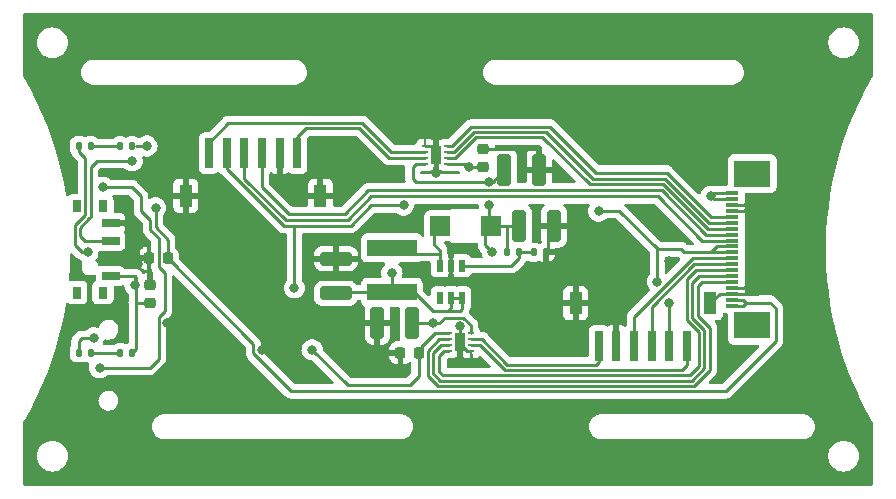
<source format=gbr>
%TF.GenerationSoftware,KiCad,Pcbnew,(7.0.0)*%
%TF.CreationDate,2023-10-22T09:49:58+03:00*%
%TF.ProjectId,nanoInvaderBot-power,6e616e6f-496e-4766-9164-6572426f742d,rev?*%
%TF.SameCoordinates,Original*%
%TF.FileFunction,Copper,L2,Bot*%
%TF.FilePolarity,Positive*%
%FSLAX46Y46*%
G04 Gerber Fmt 4.6, Leading zero omitted, Abs format (unit mm)*
G04 Created by KiCad (PCBNEW (7.0.0)) date 2023-10-22 09:49:58*
%MOMM*%
%LPD*%
G01*
G04 APERTURE LIST*
G04 Aperture macros list*
%AMRoundRect*
0 Rectangle with rounded corners*
0 $1 Rounding radius*
0 $2 $3 $4 $5 $6 $7 $8 $9 X,Y pos of 4 corners*
0 Add a 4 corners polygon primitive as box body*
4,1,4,$2,$3,$4,$5,$6,$7,$8,$9,$2,$3,0*
0 Add four circle primitives for the rounded corners*
1,1,$1+$1,$2,$3*
1,1,$1+$1,$4,$5*
1,1,$1+$1,$6,$7*
1,1,$1+$1,$8,$9*
0 Add four rect primitives between the rounded corners*
20,1,$1+$1,$2,$3,$4,$5,0*
20,1,$1+$1,$4,$5,$6,$7,0*
20,1,$1+$1,$6,$7,$8,$9,0*
20,1,$1+$1,$8,$9,$2,$3,0*%
G04 Aperture macros list end*
%TA.AperFunction,SMDPad,CuDef*%
%ADD10R,0.558800X0.977900*%
%TD*%
%TA.AperFunction,SMDPad,CuDef*%
%ADD11RoundRect,0.135000X-0.135000X-0.185000X0.135000X-0.185000X0.135000X0.185000X-0.135000X0.185000X0*%
%TD*%
%TA.AperFunction,SMDPad,CuDef*%
%ADD12R,4.191000X1.447800*%
%TD*%
%TA.AperFunction,SMDPad,CuDef*%
%ADD13R,0.700000X2.500000*%
%TD*%
%TA.AperFunction,SMDPad,CuDef*%
%ADD14R,1.100000X1.900000*%
%TD*%
%TA.AperFunction,SMDPad,CuDef*%
%ADD15RoundRect,0.147500X-0.147500X-0.172500X0.147500X-0.172500X0.147500X0.172500X-0.147500X0.172500X0*%
%TD*%
%TA.AperFunction,SMDPad,CuDef*%
%ADD16RoundRect,0.250000X-0.325000X-1.100000X0.325000X-1.100000X0.325000X1.100000X-0.325000X1.100000X0*%
%TD*%
%TA.AperFunction,SMDPad,CuDef*%
%ADD17RoundRect,0.225000X0.225000X0.250000X-0.225000X0.250000X-0.225000X-0.250000X0.225000X-0.250000X0*%
%TD*%
%TA.AperFunction,SMDPad,CuDef*%
%ADD18RoundRect,0.225000X0.250000X-0.225000X0.250000X0.225000X-0.250000X0.225000X-0.250000X-0.225000X0*%
%TD*%
%TA.AperFunction,SMDPad,CuDef*%
%ADD19R,1.100000X0.300000*%
%TD*%
%TA.AperFunction,SMDPad,CuDef*%
%ADD20R,3.100000X2.300000*%
%TD*%
%TA.AperFunction,SMDPad,CuDef*%
%ADD21RoundRect,0.135000X0.135000X0.185000X-0.135000X0.185000X-0.135000X-0.185000X0.135000X-0.185000X0*%
%TD*%
%TA.AperFunction,SMDPad,CuDef*%
%ADD22R,0.500000X0.250000*%
%TD*%
%TA.AperFunction,SMDPad,CuDef*%
%ADD23R,0.900000X1.600000*%
%TD*%
%TA.AperFunction,SMDPad,CuDef*%
%ADD24R,0.800000X1.000000*%
%TD*%
%TA.AperFunction,SMDPad,CuDef*%
%ADD25R,1.500000X0.700000*%
%TD*%
%TA.AperFunction,SMDPad,CuDef*%
%ADD26R,1.701800X1.651000*%
%TD*%
%TA.AperFunction,SMDPad,CuDef*%
%ADD27RoundRect,0.250000X0.325000X1.100000X-0.325000X1.100000X-0.325000X-1.100000X0.325000X-1.100000X0*%
%TD*%
%TA.AperFunction,SMDPad,CuDef*%
%ADD28RoundRect,0.250000X1.100000X-0.325000X1.100000X0.325000X-1.100000X0.325000X-1.100000X-0.325000X0*%
%TD*%
%TA.AperFunction,ViaPad*%
%ADD29C,0.800000*%
%TD*%
%TA.AperFunction,Conductor*%
%ADD30C,0.250000*%
%TD*%
G04 APERTURE END LIST*
D10*
%TO.P,U5,1,SW*%
%TO.N,Net-(D3-A)*%
X149299998Y-101384749D03*
%TO.P,U5,2,GND*%
%TO.N,/GND*%
X150249999Y-101384749D03*
%TO.P,U5,3,FB*%
%TO.N,Net-(U5-FB)*%
X151200000Y-101384749D03*
%TO.P,U5,4,EN*%
%TO.N,/VSYS*%
X151200000Y-104115249D03*
%TO.P,U5,5,VIN*%
X150249999Y-104115249D03*
%TO.P,U5,6,FREQ*%
%TO.N,unconnected-(U5-FREQ-Pad6)*%
X149299998Y-104115249D03*
%TD*%
D11*
%TO.P,R10,1*%
%TO.N,/12V*%
X154990000Y-100250000D03*
%TO.P,R10,2*%
%TO.N,Net-(U5-FB)*%
X156010000Y-100250000D03*
%TD*%
D12*
%TO.P,L1,1,1*%
%TO.N,Net-(D3-A)*%
X145249999Y-99870399D03*
%TO.P,L1,2,2*%
%TO.N,/VSYS*%
X145249999Y-103629599D03*
%TD*%
D13*
%TO.P,J2,1,1*%
%TO.N,/MOTOR2_A*%
X162749999Y-108149999D03*
%TO.P,J2,2,2*%
%TO.N,/GND*%
X164249999Y-108149999D03*
%TO.P,J2,3,3*%
%TO.N,/MOTOR2_ENC1*%
X165749999Y-108149999D03*
%TO.P,J2,4,4*%
%TO.N,/MOTOR2_ENC2*%
X167249999Y-108149999D03*
%TO.P,J2,5,5*%
%TO.N,/3V3*%
X168749999Y-108149999D03*
%TO.P,J2,6,6*%
%TO.N,/MOTOR2_B*%
X170249999Y-108149999D03*
D14*
%TO.P,J2,SH1,SHIELD*%
%TO.N,/GND*%
X160799999Y-104549999D03*
%TO.P,J2,SH2,SHIELD*%
X172199999Y-104549999D03*
%TD*%
D15*
%TO.P,D1,1,K*%
%TO.N,Net-(D1-K)*%
X118765000Y-108750000D03*
%TO.P,D1,2,A*%
%TO.N,Net-(D1-A)*%
X119735000Y-108750000D03*
%TD*%
D13*
%TO.P,J1,1,1*%
%TO.N,/MOTOR1_A*%
X137249999Y-91849999D03*
%TO.P,J1,2,2*%
%TO.N,/GND*%
X135749999Y-91849999D03*
%TO.P,J1,3,3*%
%TO.N,/MOTOR1_ENC1*%
X134249999Y-91849999D03*
%TO.P,J1,4,4*%
%TO.N,/MOTOR1_ENC2*%
X132749999Y-91849999D03*
%TO.P,J1,5,5*%
%TO.N,/3V3*%
X131249999Y-91849999D03*
%TO.P,J1,6,6*%
%TO.N,/MOTOR1_B*%
X129749999Y-91849999D03*
D14*
%TO.P,J1,SH1,SHIELD*%
%TO.N,/GND*%
X139199999Y-95449999D03*
%TO.P,J1,SH2,SHIELD*%
X127799999Y-95449999D03*
%TD*%
D16*
%TO.P,C2,1*%
%TO.N,/12V*%
X156025000Y-98000000D03*
%TO.P,C2,2*%
%TO.N,/GND*%
X158975000Y-98000000D03*
%TD*%
D11*
%TO.P,R9,1*%
%TO.N,Net-(U5-FB)*%
X157240000Y-100250000D03*
%TO.P,R9,2*%
%TO.N,/GND*%
X158260000Y-100250000D03*
%TD*%
D17*
%TO.P,C6,1*%
%TO.N,/3V3*%
X147525000Y-108750000D03*
%TO.P,C6,2*%
%TO.N,/GND*%
X145975000Y-108750000D03*
%TD*%
D18*
%TO.P,C4,1*%
%TO.N,/3V3*%
X153000000Y-93025000D03*
%TO.P,C4,2*%
%TO.N,/GND*%
X153000000Y-91475000D03*
%TD*%
%TO.P,C8,1*%
%TO.N,/VBATT*%
X124750000Y-104525000D03*
%TO.P,C8,2*%
%TO.N,/GND*%
X124750000Y-102975000D03*
%TD*%
D19*
%TO.P,J4,1,Pin_1*%
%TO.N,/VSYS*%
X174062499Y-95249999D03*
%TO.P,J4,2,Pin_2*%
X174062499Y-95749999D03*
%TO.P,J4,3,Pin_3*%
%TO.N,/GND*%
X174062499Y-96249999D03*
%TO.P,J4,4,Pin_4*%
X174062499Y-96749999D03*
%TO.P,J4,5,Pin_5*%
%TO.N,/MOTOR1_B_MCU*%
X174062499Y-97249999D03*
%TO.P,J4,6,Pin_6*%
%TO.N,/MOTOR1_A_MCU*%
X174062499Y-97749999D03*
%TO.P,J4,7,Pin_7*%
%TO.N,/MOTOR1_EN_MCU*%
X174062499Y-98249999D03*
%TO.P,J4,8,Pin_8*%
%TO.N,/MOTOR1_ENC1*%
X174062499Y-98749999D03*
%TO.P,J4,9,Pin_9*%
%TO.N,/MOTOR1_ENC2*%
X174062499Y-99249999D03*
%TO.P,J4,10,Pin_10*%
%TO.N,/3V3*%
X174062499Y-99749999D03*
%TO.P,J4,11,Pin_11*%
X174062499Y-100249999D03*
%TO.P,J4,12,Pin_12*%
%TO.N,/MOTOR2_ENC1*%
X174062499Y-100749999D03*
%TO.P,J4,13,Pin_13*%
%TO.N,/MOTOR2_ENC2*%
X174062499Y-101249999D03*
%TO.P,J4,14,Pin_14*%
%TO.N,/MOTOR2_B_MCU*%
X174062499Y-101749999D03*
%TO.P,J4,15,Pin_15*%
%TO.N,/MOTOR2_A_MCU*%
X174062499Y-102249999D03*
%TO.P,J4,16,Pin_16*%
%TO.N,/MOTOR2_EN_MCU*%
X174062499Y-102749999D03*
%TO.P,J4,17,Pin_17*%
%TO.N,/GND*%
X174062499Y-103249999D03*
%TO.P,J4,18,Pin_18*%
X174062499Y-103749999D03*
%TO.P,J4,19,Pin_19*%
%TO.N,/VUSB*%
X174062499Y-104249999D03*
%TO.P,J4,20,Pin_20*%
X174062499Y-104749999D03*
D20*
%TO.P,J4,S1*%
%TO.N,N/C*%
X175762499Y-93579999D03*
%TO.P,J4,S2*%
X175762499Y-106419999D03*
%TD*%
D21*
%TO.P,R7,1*%
%TO.N,/VBATT*%
X123260000Y-108750000D03*
%TO.P,R7,2*%
%TO.N,Net-(D1-A)*%
X122240000Y-108750000D03*
%TD*%
D22*
%TO.P,U2,1,VM*%
%TO.N,/12V*%
X151949999Y-107099999D03*
%TO.P,U2,2,OUT1*%
%TO.N,/MOTOR2_A*%
X151949999Y-107599999D03*
%TO.P,U2,3,OUT2*%
%TO.N,/MOTOR2_B*%
X151949999Y-108099999D03*
%TO.P,U2,4,GND*%
%TO.N,/GND*%
X151949999Y-108599999D03*
%TO.P,U2,5,IN2*%
%TO.N,/MOTOR2_B_MCU*%
X150049999Y-108599999D03*
%TO.P,U2,6,IN1*%
%TO.N,/MOTOR2_A_MCU*%
X150049999Y-108099999D03*
%TO.P,U2,7,nSLEEP*%
%TO.N,/MOTOR2_EN_MCU*%
X150049999Y-107599999D03*
%TO.P,U2,8,VCC*%
%TO.N,/3V3*%
X150049999Y-107099999D03*
D23*
%TO.P,U2,9,Thermal*%
%TO.N,/GND*%
X150999999Y-107849999D03*
%TD*%
D24*
%TO.P,SW1,*%
%TO.N,*%
X118569999Y-103649999D03*
X120779999Y-103649999D03*
X118569999Y-96349999D03*
X120779999Y-96349999D03*
D25*
%TO.P,SW1,1,A*%
%TO.N,/VBATT*%
X121429999Y-102249999D03*
%TO.P,SW1,2,B*%
%TO.N,/SYS_EN*%
X121429999Y-99249999D03*
%TO.P,SW1,3,C*%
%TO.N,/GND*%
X121429999Y-97749999D03*
%TD*%
D26*
%TO.P,D3,1,K*%
%TO.N,/12V*%
X153646299Y-97999999D03*
%TO.P,D3,2,A*%
%TO.N,Net-(D3-A)*%
X149353699Y-97999999D03*
%TD*%
D17*
%TO.P,C7,1*%
%TO.N,/VUSB*%
X126275000Y-100750000D03*
%TO.P,C7,2*%
%TO.N,/GND*%
X124725000Y-100750000D03*
%TD*%
D16*
%TO.P,C3,1*%
%TO.N,/12V*%
X154775000Y-93250000D03*
%TO.P,C3,2*%
%TO.N,/GND*%
X157725000Y-93250000D03*
%TD*%
D22*
%TO.P,U1,1,VM*%
%TO.N,/12V*%
X148049999Y-92749999D03*
%TO.P,U1,2,OUT1*%
%TO.N,/MOTOR1_A*%
X148049999Y-92249999D03*
%TO.P,U1,3,OUT2*%
%TO.N,/MOTOR1_B*%
X148049999Y-91749999D03*
%TO.P,U1,4,GND*%
%TO.N,/GND*%
X148049999Y-91249999D03*
%TO.P,U1,5,IN2*%
%TO.N,/MOTOR1_B_MCU*%
X149949999Y-91249999D03*
%TO.P,U1,6,IN1*%
%TO.N,/MOTOR1_A_MCU*%
X149949999Y-91749999D03*
%TO.P,U1,7,nSLEEP*%
%TO.N,/MOTOR1_EN_MCU*%
X149949999Y-92249999D03*
%TO.P,U1,8,VCC*%
%TO.N,/3V3*%
X149949999Y-92749999D03*
D23*
%TO.P,U1,9,Thermal*%
%TO.N,/GND*%
X148999999Y-91999999D03*
%TD*%
D27*
%TO.P,C5,1*%
%TO.N,/12V*%
X146975000Y-106250000D03*
%TO.P,C5,2*%
%TO.N,/GND*%
X144025000Y-106250000D03*
%TD*%
D21*
%TO.P,R8,1*%
%TO.N,/VBATT*%
X123260000Y-91250000D03*
%TO.P,R8,2*%
%TO.N,Net-(D2-A)*%
X122240000Y-91250000D03*
%TD*%
D28*
%TO.P,C1,1*%
%TO.N,/VSYS*%
X140500000Y-103725000D03*
%TO.P,C1,2*%
%TO.N,/GND*%
X140500000Y-100775000D03*
%TD*%
D15*
%TO.P,D2,1,K*%
%TO.N,Net-(D2-K)*%
X118765000Y-91250000D03*
%TO.P,D2,2,A*%
%TO.N,Net-(D2-A)*%
X119735000Y-91250000D03*
%TD*%
D29*
%TO.N,/VSYS*%
X172250000Y-95500000D03*
X145250000Y-102000000D03*
%TO.N,/GND*%
X126250000Y-106250000D03*
X167250000Y-97250000D03*
X151000000Y-106500000D03*
X159000000Y-106500000D03*
X150250000Y-115000000D03*
X163500000Y-91250000D03*
X175750000Y-87750000D03*
X159000000Y-115000000D03*
X136000000Y-94250000D03*
X127250000Y-112250000D03*
X138750000Y-105750000D03*
X127250000Y-89750000D03*
X146000000Y-89250000D03*
X142750000Y-109000000D03*
X178000000Y-103500000D03*
X159250000Y-93500000D03*
X178000000Y-96500000D03*
X149000000Y-93500000D03*
X116000000Y-114500000D03*
X130750000Y-97250000D03*
X132000000Y-112250000D03*
X174000000Y-109250000D03*
X163500000Y-101000000D03*
X154000000Y-106500000D03*
X134250000Y-108500000D03*
X171000000Y-89250000D03*
X134750000Y-102000000D03*
X149000000Y-90500000D03*
X140500000Y-85000000D03*
X130000000Y-102500000D03*
X143750000Y-93500000D03*
X151000000Y-109500000D03*
X123750000Y-101250000D03*
X118000000Y-93750000D03*
X150500000Y-84750000D03*
X123000000Y-98000000D03*
X168750000Y-101000000D03*
X125250000Y-93750000D03*
X156250000Y-92000000D03*
%TO.N,/3V3*%
X146250000Y-96250000D03*
X151775000Y-93025000D03*
X137000000Y-103250000D03*
X162750000Y-96750000D03*
X168750000Y-104500000D03*
X167726305Y-102726305D03*
X138500000Y-108500000D03*
%TO.N,Net-(D1-K)*%
X120000000Y-107500000D03*
%TO.N,Net-(D2-K)*%
X119500000Y-100250000D03*
%TO.N,/VBATT*%
X124500000Y-91250000D03*
X123500000Y-103000000D03*
%TO.N,/VUSB*%
X125250000Y-96500000D03*
%TO.N,/TBATT*%
X120500000Y-110000000D03*
X120750000Y-94750000D03*
%TO.N,/SYS_EN*%
X123250000Y-92500000D03*
%TO.N,/12V*%
X153750000Y-100250000D03*
X153500000Y-94250000D03*
X153500000Y-96250000D03*
X148750000Y-106250000D03*
%TD*%
D30*
%TO.N,/3V3*%
X172250000Y-100250000D02*
X170000000Y-100250000D01*
X174062500Y-100250000D02*
X172250000Y-100250000D01*
X172750000Y-99750000D02*
X172250000Y-100250000D01*
X174062500Y-99750000D02*
X172750000Y-99750000D01*
%TO.N,/VSYS*%
X151200001Y-104115250D02*
X151200001Y-105049999D01*
X174062500Y-95250000D02*
X172500000Y-95250000D01*
X148750000Y-105250000D02*
X149250000Y-105250000D01*
X150250000Y-105000000D02*
X150000000Y-105250000D01*
X172500000Y-95750000D02*
X172250000Y-95500000D01*
X145250000Y-103629600D02*
X145250000Y-102000000D01*
X150250000Y-104115250D02*
X150250000Y-105000000D01*
X150000000Y-105250000D02*
X150250000Y-105250000D01*
X150000000Y-105250000D02*
X149250000Y-105250000D01*
X174062500Y-95750000D02*
X172500000Y-95750000D01*
X172500000Y-95250000D02*
X172250000Y-95500000D01*
X145250000Y-103629600D02*
X147129600Y-103629600D01*
X151000000Y-105250000D02*
X150250000Y-105250000D01*
X151200001Y-105049999D02*
X151000000Y-105250000D01*
X145250000Y-103629600D02*
X140595400Y-103629600D01*
X150750000Y-104115250D02*
X151200001Y-104115250D01*
X150250000Y-104115250D02*
X150750000Y-104115250D01*
X147129600Y-103629600D02*
X148750000Y-105250000D01*
X140595400Y-103629600D02*
X140500000Y-103725000D01*
%TO.N,/MOTOR1_A*%
X142500000Y-89750000D02*
X138000000Y-89750000D01*
X148050000Y-92250000D02*
X145000000Y-92250000D01*
X137250000Y-90500000D02*
X137250000Y-91850000D01*
X145000000Y-92250000D02*
X142500000Y-89750000D01*
X138000000Y-89750000D02*
X137250000Y-90500000D01*
%TO.N,/MOTOR1_B*%
X131400000Y-89300000D02*
X142750000Y-89300000D01*
X129750000Y-91850000D02*
X129750000Y-90950000D01*
X129750000Y-90950000D02*
X131400000Y-89300000D01*
X148050000Y-91750000D02*
X145200000Y-91750000D01*
X145200000Y-91750000D02*
X142750000Y-89300000D01*
%TO.N,/GND*%
X153000000Y-91475000D02*
X156250000Y-91475000D01*
X135750000Y-94000000D02*
X136000000Y-94250000D01*
X144025000Y-106250000D02*
X144025000Y-108275000D01*
X150750000Y-102750000D02*
X157750000Y-102750000D01*
X176250000Y-96250000D02*
X176250000Y-96750000D01*
X150250000Y-102250000D02*
X150750000Y-102750000D01*
X158250000Y-102250000D02*
X158250000Y-100260000D01*
X173000000Y-103750000D02*
X172200000Y-104550000D01*
X144025000Y-108275000D02*
X144500000Y-108750000D01*
X144500000Y-108750000D02*
X145975000Y-108750000D01*
X159000000Y-93250000D02*
X159250000Y-93500000D01*
X156250000Y-91475000D02*
X157475000Y-91475000D01*
X149000000Y-91675000D02*
X149000000Y-92000000D01*
X157750000Y-102750000D02*
X158250000Y-102250000D01*
X151950000Y-108600000D02*
X151600000Y-108600000D01*
X149000000Y-92000000D02*
X149000000Y-90500000D01*
X121430000Y-97750000D02*
X122750000Y-97750000D01*
X174062500Y-103250000D02*
X176250000Y-103250000D01*
X151000000Y-108000000D02*
X151000000Y-106500000D01*
X151000000Y-108000000D02*
X151000000Y-109500000D01*
X157475000Y-91475000D02*
X157750000Y-91750000D01*
X150250000Y-101384750D02*
X150250000Y-102250000D01*
X148050000Y-91250000D02*
X148575000Y-91250000D01*
X148575000Y-91250000D02*
X149000000Y-91675000D01*
X158250000Y-100260000D02*
X158260000Y-100250000D01*
X123750000Y-98750000D02*
X123750000Y-101250000D01*
X158462500Y-100047500D02*
X158260000Y-100250000D01*
X176250000Y-96750000D02*
X174062500Y-96750000D01*
X157750000Y-91750000D02*
X157725000Y-91775000D01*
X156250000Y-91475000D02*
X156250000Y-92000000D01*
X157725000Y-91775000D02*
X157725000Y-93250000D01*
X123000000Y-98000000D02*
X123750000Y-98750000D01*
X149000000Y-92000000D02*
X149000000Y-93500000D01*
X158462500Y-98000000D02*
X158462500Y-100047500D01*
X176250000Y-103250000D02*
X176250000Y-96750000D01*
X157725000Y-93250000D02*
X159000000Y-93250000D01*
X174062500Y-103750000D02*
X173000000Y-103750000D01*
X176250000Y-103750000D02*
X174062500Y-103750000D01*
X176250000Y-103250000D02*
X176250000Y-103750000D01*
X174062500Y-96250000D02*
X176250000Y-96250000D01*
X122750000Y-97750000D02*
X123000000Y-98000000D01*
X135750000Y-91850000D02*
X135750000Y-94000000D01*
X151600000Y-108600000D02*
X151000000Y-108000000D01*
%TO.N,/MOTOR1_B_MCU*%
X168500000Y-93500000D02*
X172250000Y-97250000D01*
X158600000Y-89600000D02*
X162500000Y-93500000D01*
X150338604Y-91250000D02*
X151988604Y-89600000D01*
X162500000Y-93500000D02*
X168500000Y-93500000D01*
X149950000Y-91250000D02*
X150338604Y-91250000D01*
X172250000Y-97250000D02*
X174062500Y-97250000D01*
X151988604Y-89600000D02*
X158600000Y-89600000D01*
%TO.N,/MOTOR1_A_MCU*%
X158300000Y-90050000D02*
X162250000Y-94000000D01*
X162250000Y-94000000D02*
X168363604Y-94000000D01*
X150475000Y-91750000D02*
X152175000Y-90050000D01*
X152175000Y-90050000D02*
X158300000Y-90050000D01*
X149950000Y-91750000D02*
X150475000Y-91750000D01*
X172113604Y-97750000D02*
X174062500Y-97750000D01*
X168363604Y-94000000D02*
X172113604Y-97750000D01*
%TO.N,/MOTOR1_EN_MCU*%
X158000000Y-90500000D02*
X162000000Y-94500000D01*
X149950000Y-92250000D02*
X150611396Y-92250000D01*
X162000000Y-94500000D02*
X168227208Y-94500000D01*
X168227208Y-94500000D02*
X171977208Y-98250000D01*
X152361396Y-90500000D02*
X158000000Y-90500000D01*
X171977208Y-98250000D02*
X174062500Y-98250000D01*
X150611396Y-92250000D02*
X152361396Y-90500000D01*
%TO.N,/3V3*%
X137000000Y-103250000D02*
X137000000Y-99250000D01*
X146750000Y-111500000D02*
X147525000Y-110725000D01*
X153000000Y-93025000D02*
X151775000Y-93025000D01*
X149950000Y-92750000D02*
X151500000Y-92750000D01*
X169750000Y-100000000D02*
X170000000Y-100250000D01*
X151775000Y-93025000D02*
X151500000Y-92750000D01*
X150050000Y-107100000D02*
X148900000Y-107100000D01*
X131250000Y-93175000D02*
X131250000Y-91850000D01*
X136075000Y-98000000D02*
X135787500Y-97712500D01*
X147525000Y-110725000D02*
X147525000Y-108750000D01*
X143500000Y-96250000D02*
X141750000Y-98000000D01*
X167750000Y-100000000D02*
X169750000Y-100000000D01*
X148250000Y-107750000D02*
X147750000Y-108250000D01*
X168750000Y-108150000D02*
X168750000Y-104500000D01*
X163750000Y-96750000D02*
X164500000Y-96750000D01*
X164500000Y-96750000D02*
X167750000Y-100000000D01*
X137000000Y-99250000D02*
X137000000Y-98000000D01*
X135787500Y-97712500D02*
X131250000Y-93175000D01*
X141500000Y-111500000D02*
X146750000Y-111500000D01*
X147525000Y-108750000D02*
X147525000Y-108475000D01*
X167726305Y-100023695D02*
X167750000Y-100000000D01*
X148900000Y-107100000D02*
X148250000Y-107750000D01*
X137000000Y-98000000D02*
X136075000Y-98000000D01*
X138250000Y-98000000D02*
X137000000Y-98000000D01*
X138500000Y-108500000D02*
X141500000Y-111500000D01*
X167726305Y-102726305D02*
X167726305Y-100023695D01*
X146250000Y-96250000D02*
X143500000Y-96250000D01*
X163750000Y-96750000D02*
X162750000Y-96750000D01*
X141750000Y-98000000D02*
X138250000Y-98000000D01*
X147525000Y-108475000D02*
X148900000Y-107100000D01*
%TO.N,/MOTOR2_A*%
X162500000Y-109750000D02*
X155036396Y-109750000D01*
X162750000Y-109500000D02*
X162500000Y-109750000D01*
X152886396Y-107600000D02*
X151950000Y-107600000D01*
X162750000Y-108150000D02*
X162750000Y-109500000D01*
X155036396Y-109750000D02*
X152886396Y-107600000D01*
%TO.N,/MOTOR2_B*%
X170250000Y-108150000D02*
X170250000Y-109750000D01*
X154850000Y-110200000D02*
X152750000Y-108100000D01*
X169800000Y-110200000D02*
X154850000Y-110200000D01*
X152750000Y-108100000D02*
X151950000Y-108100000D01*
X170250000Y-109750000D02*
X169800000Y-110200000D01*
%TO.N,/MOTOR2_B_MCU*%
X174062500Y-101750000D02*
X171000000Y-101750000D01*
X171000000Y-101750000D02*
X170225000Y-102525000D01*
X149650000Y-108600000D02*
X150050000Y-108600000D01*
X149250000Y-110363604D02*
X149250000Y-109000000D01*
X149536396Y-110650000D02*
X149250000Y-110363604D01*
X170225000Y-102525000D02*
X170225000Y-105975000D01*
X170225000Y-105975000D02*
X171250000Y-107000000D01*
X149250000Y-109000000D02*
X149650000Y-108600000D01*
X170450000Y-110650000D02*
X149536396Y-110650000D01*
X171250000Y-107000000D02*
X171250000Y-109850000D01*
X171250000Y-109850000D02*
X170450000Y-110650000D01*
%TO.N,/MOTOR2_A_MCU*%
X171250000Y-102250000D02*
X170675000Y-102825000D01*
X148750000Y-110500000D02*
X148750000Y-108750000D01*
X171700000Y-110036396D02*
X170636396Y-111100000D01*
X148750000Y-108750000D02*
X149400000Y-108100000D01*
X170675000Y-102825000D02*
X170675000Y-105788604D01*
X149350000Y-111100000D02*
X148750000Y-110500000D01*
X170675000Y-105788604D02*
X171700000Y-106813604D01*
X174062500Y-102250000D02*
X171250000Y-102250000D01*
X149400000Y-108100000D02*
X150050000Y-108100000D01*
X170636396Y-111100000D02*
X149350000Y-111100000D01*
X171700000Y-106813604D02*
X171700000Y-110036396D01*
%TO.N,/MOTOR2_EN_MCU*%
X149263604Y-107600000D02*
X148300000Y-108563604D01*
X170822792Y-111550000D02*
X172150000Y-110222792D01*
X171500000Y-102750000D02*
X171125000Y-103125000D01*
X150050000Y-107600000D02*
X149263604Y-107600000D01*
X148300000Y-108563604D02*
X148300000Y-110686396D01*
X149163604Y-111550000D02*
X170822792Y-111550000D01*
X172150000Y-110222792D02*
X172150000Y-106627208D01*
X171125000Y-105602208D02*
X171125000Y-103125000D01*
X172150000Y-106627208D02*
X171125000Y-105602208D01*
X148300000Y-110686396D02*
X149163604Y-111550000D01*
X174062500Y-102750000D02*
X171500000Y-102750000D01*
%TO.N,Net-(D1-K)*%
X118740000Y-107760000D02*
X119000000Y-107500000D01*
X120000000Y-107500000D02*
X119000000Y-107500000D01*
X118740000Y-108750000D02*
X118740000Y-107760000D01*
%TO.N,Net-(D1-A)*%
X120037500Y-108750000D02*
X121925000Y-108750000D01*
%TO.N,Net-(D2-K)*%
X119000000Y-100250000D02*
X119500000Y-100250000D01*
X118395000Y-97968604D02*
X118395000Y-99645000D01*
X119295000Y-97068604D02*
X118395000Y-97968604D01*
X119295000Y-92295000D02*
X119295000Y-97068604D01*
X118740000Y-91740000D02*
X119295000Y-92295000D01*
X118395000Y-99645000D02*
X119000000Y-100250000D01*
X118740000Y-91250000D02*
X118740000Y-91740000D01*
%TO.N,Net-(D2-A)*%
X120037500Y-91250000D02*
X121925000Y-91250000D01*
%TO.N,/MOTOR1_ENC1*%
X143250000Y-95000000D02*
X141250000Y-97000000D01*
X141250000Y-97000000D02*
X136500000Y-97000000D01*
X174062500Y-98750000D02*
X171840812Y-98750000D01*
X168090812Y-95000000D02*
X143250000Y-95000000D01*
X171840812Y-98750000D02*
X168090812Y-95000000D01*
X134250000Y-94750000D02*
X134250000Y-91850000D01*
X136500000Y-97000000D02*
X134250000Y-94750000D01*
%TO.N,/MOTOR1_ENC2*%
X136250000Y-97500000D02*
X132750000Y-94000000D01*
X143500000Y-95500000D02*
X141500000Y-97500000D01*
X141500000Y-97500000D02*
X136250000Y-97500000D01*
X174062500Y-99250000D02*
X171500000Y-99250000D01*
X167750000Y-95500000D02*
X143500000Y-95500000D01*
X132750000Y-94000000D02*
X132750000Y-91850000D01*
X171500000Y-99250000D02*
X167750000Y-95500000D01*
%TO.N,/MOTOR2_ENC1*%
X165750000Y-105727208D02*
X170727208Y-100750000D01*
X165750000Y-108150000D02*
X165750000Y-105727208D01*
X170727208Y-100750000D02*
X174062500Y-100750000D01*
%TO.N,/MOTOR2_ENC2*%
X167250000Y-108150000D02*
X167250000Y-104863604D01*
X170863604Y-101250000D02*
X174062500Y-101250000D01*
X167250000Y-104863604D02*
X170863604Y-101250000D01*
%TO.N,/VBATT*%
X123575000Y-107000000D02*
X123575000Y-108435000D01*
X123575000Y-107000000D02*
X123575000Y-104500000D01*
X124750000Y-104525000D02*
X123600000Y-104525000D01*
X121430000Y-102250000D02*
X123500000Y-102250000D01*
X123575000Y-108435000D02*
X123260000Y-108750000D01*
X123500000Y-102250000D02*
X123500000Y-103000000D01*
X124500000Y-91250000D02*
X123575000Y-91250000D01*
X123575000Y-104500000D02*
X123575000Y-103750000D01*
X123575000Y-103750000D02*
X123575000Y-102325000D01*
X123575000Y-103750000D02*
X123575000Y-103325000D01*
X123575000Y-102325000D02*
X123500000Y-102250000D01*
X123600000Y-104525000D02*
X123575000Y-104500000D01*
%TO.N,/VUSB*%
X133525000Y-108000000D02*
X126275000Y-100750000D01*
X175000000Y-104750000D02*
X175250000Y-104500000D01*
X173500000Y-112000000D02*
X136724695Y-112000000D01*
X177750000Y-107750000D02*
X173500000Y-112000000D01*
X126275000Y-99161396D02*
X125250000Y-98136396D01*
X136724695Y-112000000D02*
X133525000Y-108800305D01*
X125250000Y-98136396D02*
X125250000Y-96500000D01*
X175250000Y-104500000D02*
X175000000Y-104250000D01*
X175250000Y-104500000D02*
X177250000Y-104500000D01*
X133525000Y-108800305D02*
X133525000Y-108000000D01*
X177750000Y-105000000D02*
X177750000Y-107750000D01*
X126275000Y-100750000D02*
X126275000Y-99161396D01*
X175000000Y-104250000D02*
X174062500Y-104250000D01*
X177250000Y-104500000D02*
X177750000Y-105000000D01*
X174062500Y-104750000D02*
X175000000Y-104750000D01*
%TO.N,/TBATT*%
X126000000Y-105250000D02*
X125500000Y-105750000D01*
X124800000Y-97550000D02*
X124800000Y-98322792D01*
X123250000Y-94750000D02*
X124000000Y-95500000D01*
X125500000Y-99022792D02*
X125500000Y-101500000D01*
X124800000Y-98322792D02*
X125500000Y-99022792D01*
X125500000Y-101500000D02*
X126000000Y-102000000D01*
X124000000Y-96750000D02*
X124800000Y-97550000D01*
X125500000Y-105750000D02*
X125500000Y-109250000D01*
X120750000Y-94750000D02*
X123250000Y-94750000D01*
X124000000Y-95500000D02*
X124000000Y-96750000D01*
X124750000Y-110000000D02*
X120500000Y-110000000D01*
X125500000Y-109250000D02*
X124750000Y-110000000D01*
X126000000Y-102000000D02*
X126000000Y-105250000D01*
%TO.N,/SYS_EN*%
X118845000Y-98155000D02*
X119625000Y-97375000D01*
X121430000Y-99250000D02*
X121355000Y-99325000D01*
X119625000Y-97375000D02*
X119750000Y-97250000D01*
X118845000Y-98895000D02*
X118845000Y-98155000D01*
X119750000Y-97250000D02*
X119750000Y-93000000D01*
X119275000Y-99325000D02*
X118845000Y-98895000D01*
X120250000Y-92500000D02*
X121500000Y-92500000D01*
X119750000Y-93000000D02*
X120250000Y-92500000D01*
X123250000Y-92500000D02*
X121500000Y-92500000D01*
X121355000Y-99325000D02*
X119275000Y-99325000D01*
%TO.N,/12V*%
X151300305Y-105775000D02*
X151950000Y-106424695D01*
X151950000Y-106424695D02*
X151950000Y-107100000D01*
X146975000Y-106250000D02*
X149250000Y-106250000D01*
X153775000Y-94250000D02*
X154775000Y-93250000D01*
X154990000Y-100250000D02*
X154990000Y-98010000D01*
X149725000Y-105775000D02*
X151300305Y-105775000D01*
X154990000Y-98010000D02*
X155000000Y-98000000D01*
X153500000Y-97646300D02*
X153146300Y-98000000D01*
X153146300Y-99646300D02*
X153750000Y-100250000D01*
X148050000Y-92750000D02*
X147250000Y-92750000D01*
X153500000Y-94250000D02*
X147250000Y-94250000D01*
X147000000Y-94000000D02*
X147000000Y-93000000D01*
X153500000Y-94250000D02*
X153775000Y-94250000D01*
X147250000Y-94250000D02*
X147000000Y-94000000D01*
X153146300Y-98000000D02*
X155000000Y-98000000D01*
X155000000Y-98000000D02*
X155537500Y-98000000D01*
X153500000Y-96250000D02*
X153500000Y-97646300D01*
X147250000Y-92750000D02*
X147000000Y-93000000D01*
X153146300Y-98000000D02*
X153146300Y-99646300D01*
X149250000Y-106250000D02*
X149725000Y-105775000D01*
%TO.N,Net-(D3-A)*%
X149299999Y-100049999D02*
X148853700Y-99603700D01*
X149299999Y-100500000D02*
X149299999Y-100049999D01*
X149170399Y-100370400D02*
X149299999Y-100500000D01*
X149299999Y-101384750D02*
X149299999Y-100500000D01*
X148853700Y-99603700D02*
X148853700Y-98000000D01*
X145250000Y-100370400D02*
X149170399Y-100370400D01*
%TO.N,Net-(U5-FB)*%
X155365250Y-101384750D02*
X151200001Y-101384750D01*
X156010000Y-100250000D02*
X156010000Y-100740000D01*
X156010000Y-100740000D02*
X155365250Y-101384750D01*
X156010000Y-100250000D02*
X157240000Y-100250000D01*
%TD*%
%TA.AperFunction,Conductor*%
%TO.N,/GND*%
G36*
X185937500Y-80017113D02*
G01*
X185982887Y-80062500D01*
X185999500Y-80124500D01*
X185999500Y-85269175D01*
X185982395Y-85332020D01*
X185739641Y-85744924D01*
X185739612Y-85744973D01*
X185739086Y-85745870D01*
X185738594Y-85746778D01*
X185738567Y-85746827D01*
X185250532Y-86648675D01*
X185250505Y-86648725D01*
X185250018Y-86649627D01*
X185249548Y-86650573D01*
X185249531Y-86650607D01*
X185021420Y-87110336D01*
X184793271Y-87570141D01*
X184792833Y-87571108D01*
X184792827Y-87571121D01*
X184369858Y-88505283D01*
X184369837Y-88505330D01*
X184369418Y-88506257D01*
X184369026Y-88507210D01*
X184369005Y-88507260D01*
X183979411Y-89455775D01*
X183979399Y-89455804D01*
X183978991Y-89456799D01*
X183978614Y-89457816D01*
X183978607Y-89457836D01*
X183622856Y-90419554D01*
X183622844Y-90419588D01*
X183622479Y-90420575D01*
X183622154Y-90421559D01*
X183622137Y-90421608D01*
X183300677Y-91395323D01*
X183300661Y-91395372D01*
X183300331Y-91396374D01*
X183300039Y-91397376D01*
X183300021Y-91397435D01*
X183019212Y-92361478D01*
X183012951Y-92382973D01*
X183012685Y-92384021D01*
X183012675Y-92384060D01*
X182761619Y-93375499D01*
X182760699Y-93379132D01*
X182760471Y-93380186D01*
X182760468Y-93380201D01*
X182544126Y-94382514D01*
X182544119Y-94382547D01*
X182543892Y-94383601D01*
X182543703Y-94384659D01*
X182543692Y-94384713D01*
X182461333Y-94844752D01*
X182362802Y-95395120D01*
X182362650Y-95396181D01*
X182362644Y-95396222D01*
X182217808Y-96411357D01*
X182217804Y-96411386D01*
X182217657Y-96412419D01*
X182217547Y-96413442D01*
X182217541Y-96413497D01*
X182108755Y-97433116D01*
X182108750Y-97433165D01*
X182108638Y-97434221D01*
X182108560Y-97435310D01*
X182108560Y-97435318D01*
X182035958Y-98458176D01*
X182035955Y-98458217D01*
X182035883Y-98459243D01*
X182035846Y-98460276D01*
X182035844Y-98460321D01*
X181999520Y-99485118D01*
X181999482Y-99486199D01*
X181999482Y-100513801D01*
X181999519Y-100514865D01*
X181999520Y-100514881D01*
X182035844Y-101539678D01*
X182035845Y-101539693D01*
X182035883Y-101540757D01*
X182035956Y-101541785D01*
X182035958Y-101541823D01*
X182099157Y-102432208D01*
X182108638Y-102565779D01*
X182108751Y-102566839D01*
X182108755Y-102566883D01*
X182217541Y-103586502D01*
X182217547Y-103586550D01*
X182217657Y-103587581D01*
X182217805Y-103588620D01*
X182217808Y-103588642D01*
X182362644Y-104603777D01*
X182362649Y-104603811D01*
X182362802Y-104604880D01*
X182362998Y-104605978D01*
X182363001Y-104605993D01*
X182543692Y-105615286D01*
X182543699Y-105615326D01*
X182543892Y-105616399D01*
X182544121Y-105617463D01*
X182544126Y-105617485D01*
X182752741Y-106584000D01*
X182760699Y-106620868D01*
X182773123Y-106669930D01*
X183012077Y-107613579D01*
X183012951Y-107617027D01*
X183013266Y-107618109D01*
X183013267Y-107618112D01*
X183300021Y-108602564D01*
X183300031Y-108602597D01*
X183300331Y-108603626D01*
X183300666Y-108604642D01*
X183300677Y-108604676D01*
X183622137Y-109578391D01*
X183622148Y-109578423D01*
X183622479Y-109579425D01*
X183622850Y-109580429D01*
X183622856Y-109580445D01*
X183976538Y-110536571D01*
X183978991Y-110543201D01*
X183979407Y-110544214D01*
X183979411Y-110544224D01*
X184369005Y-111492739D01*
X184369017Y-111492768D01*
X184369418Y-111493743D01*
X184369846Y-111494690D01*
X184369858Y-111494716D01*
X184597443Y-111997356D01*
X184793271Y-112429859D01*
X184890619Y-112626051D01*
X185248511Y-113347337D01*
X185250018Y-113350373D01*
X185250517Y-113351296D01*
X185250532Y-113351324D01*
X185738567Y-114253172D01*
X185738581Y-114253196D01*
X185739086Y-114254130D01*
X185739627Y-114255050D01*
X185739641Y-114255075D01*
X185982395Y-114667980D01*
X185999500Y-114730825D01*
X185999500Y-119875500D01*
X185982887Y-119937500D01*
X185937500Y-119982887D01*
X185875500Y-119999500D01*
X182000099Y-119999500D01*
X118000099Y-119999500D01*
X114124500Y-119999500D01*
X114062500Y-119982887D01*
X114017113Y-119937500D01*
X114000500Y-119875500D01*
X114000500Y-117500000D01*
X115194532Y-117500000D01*
X115214365Y-117726692D01*
X115215762Y-117731907D01*
X115215764Y-117731916D01*
X115271858Y-117941263D01*
X115271861Y-117941271D01*
X115273261Y-117946496D01*
X115369432Y-118152734D01*
X115499953Y-118339139D01*
X115660861Y-118500047D01*
X115847266Y-118630568D01*
X116053504Y-118726739D01*
X116273308Y-118785635D01*
X116500000Y-118805468D01*
X116726692Y-118785635D01*
X116946496Y-118726739D01*
X117152734Y-118630568D01*
X117339139Y-118500047D01*
X117500047Y-118339139D01*
X117630568Y-118152734D01*
X117726739Y-117946496D01*
X117785635Y-117726692D01*
X117805468Y-117500000D01*
X182194532Y-117500000D01*
X182214365Y-117726692D01*
X182215762Y-117731907D01*
X182215764Y-117731916D01*
X182271858Y-117941263D01*
X182271861Y-117941271D01*
X182273261Y-117946496D01*
X182369432Y-118152734D01*
X182499953Y-118339139D01*
X182660861Y-118500047D01*
X182847266Y-118630568D01*
X183053504Y-118726739D01*
X183273308Y-118785635D01*
X183500000Y-118805468D01*
X183726692Y-118785635D01*
X183946496Y-118726739D01*
X184152734Y-118630568D01*
X184339139Y-118500047D01*
X184500047Y-118339139D01*
X184630568Y-118152734D01*
X184726739Y-117946496D01*
X184785635Y-117726692D01*
X184805468Y-117500000D01*
X184785635Y-117273308D01*
X184726739Y-117053504D01*
X184630568Y-116847266D01*
X184500047Y-116660861D01*
X184339139Y-116499953D01*
X184152734Y-116369432D01*
X184088145Y-116339313D01*
X183951405Y-116275550D01*
X183951403Y-116275549D01*
X183946496Y-116273261D01*
X183941271Y-116271861D01*
X183941263Y-116271858D01*
X183731916Y-116215764D01*
X183731907Y-116215762D01*
X183726692Y-116214365D01*
X183721304Y-116213893D01*
X183721301Y-116213893D01*
X183505395Y-116195004D01*
X183500000Y-116194532D01*
X183494605Y-116195004D01*
X183278698Y-116213893D01*
X183278693Y-116213893D01*
X183273308Y-116214365D01*
X183268094Y-116215762D01*
X183268083Y-116215764D01*
X183058736Y-116271858D01*
X183058724Y-116271862D01*
X183053504Y-116273261D01*
X183048599Y-116275547D01*
X183048594Y-116275550D01*
X182852176Y-116367142D01*
X182852172Y-116367144D01*
X182847266Y-116369432D01*
X182842833Y-116372535D01*
X182842826Y-116372540D01*
X182665296Y-116496847D01*
X182665291Y-116496850D01*
X182660861Y-116499953D01*
X182657037Y-116503776D01*
X182657031Y-116503782D01*
X182503782Y-116657031D01*
X182503776Y-116657037D01*
X182499953Y-116660861D01*
X182496850Y-116665291D01*
X182496847Y-116665296D01*
X182372540Y-116842826D01*
X182372535Y-116842833D01*
X182369432Y-116847266D01*
X182367144Y-116852172D01*
X182367142Y-116852176D01*
X182275550Y-117048594D01*
X182275547Y-117048599D01*
X182273261Y-117053504D01*
X182271862Y-117058724D01*
X182271858Y-117058736D01*
X182215764Y-117268083D01*
X182215762Y-117268094D01*
X182214365Y-117273308D01*
X182194532Y-117500000D01*
X117805468Y-117500000D01*
X117785635Y-117273308D01*
X117726739Y-117053504D01*
X117630568Y-116847266D01*
X117500047Y-116660861D01*
X117339139Y-116499953D01*
X117152734Y-116369432D01*
X117088145Y-116339313D01*
X116951405Y-116275550D01*
X116951403Y-116275549D01*
X116946496Y-116273261D01*
X116941271Y-116271861D01*
X116941263Y-116271858D01*
X116731916Y-116215764D01*
X116731907Y-116215762D01*
X116726692Y-116214365D01*
X116721304Y-116213893D01*
X116721301Y-116213893D01*
X116505395Y-116195004D01*
X116500000Y-116194532D01*
X116494605Y-116195004D01*
X116278698Y-116213893D01*
X116278693Y-116213893D01*
X116273308Y-116214365D01*
X116268094Y-116215762D01*
X116268083Y-116215764D01*
X116058736Y-116271858D01*
X116058724Y-116271862D01*
X116053504Y-116273261D01*
X116048599Y-116275547D01*
X116048594Y-116275550D01*
X115852176Y-116367142D01*
X115852172Y-116367144D01*
X115847266Y-116369432D01*
X115842833Y-116372535D01*
X115842826Y-116372540D01*
X115665296Y-116496847D01*
X115665291Y-116496850D01*
X115660861Y-116499953D01*
X115657037Y-116503776D01*
X115657031Y-116503782D01*
X115503782Y-116657031D01*
X115503776Y-116657037D01*
X115499953Y-116660861D01*
X115496850Y-116665291D01*
X115496847Y-116665296D01*
X115372540Y-116842826D01*
X115372535Y-116842833D01*
X115369432Y-116847266D01*
X115367144Y-116852172D01*
X115367142Y-116852176D01*
X115275550Y-117048594D01*
X115275547Y-117048599D01*
X115273261Y-117053504D01*
X115271862Y-117058724D01*
X115271858Y-117058736D01*
X115215764Y-117268083D01*
X115215762Y-117268094D01*
X115214365Y-117273308D01*
X115194532Y-117500000D01*
X114000500Y-117500000D01*
X114000500Y-115000000D01*
X124945000Y-115000000D01*
X124962963Y-115193856D01*
X124964531Y-115199367D01*
X124964533Y-115199377D01*
X125014671Y-115375591D01*
X125014673Y-115375597D01*
X125016242Y-115381110D01*
X125103021Y-115555386D01*
X125106473Y-115559957D01*
X125216888Y-115706171D01*
X125216892Y-115706176D01*
X125220346Y-115710749D01*
X125224582Y-115714610D01*
X125224586Y-115714615D01*
X125291473Y-115775590D01*
X125364220Y-115841908D01*
X125529746Y-115944397D01*
X125711286Y-116014726D01*
X125902657Y-116050500D01*
X125999901Y-116050500D01*
X126000000Y-116050500D01*
X126000500Y-116050500D01*
X145999500Y-116050500D01*
X146000099Y-116050500D01*
X146091614Y-116050500D01*
X146097343Y-116050500D01*
X146288714Y-116014726D01*
X146470254Y-115944397D01*
X146635780Y-115841908D01*
X146779654Y-115710749D01*
X146896979Y-115555386D01*
X146983758Y-115381110D01*
X147037037Y-115193856D01*
X147055000Y-115000000D01*
X161945000Y-115000000D01*
X161962963Y-115193856D01*
X161964531Y-115199367D01*
X161964533Y-115199377D01*
X162014671Y-115375591D01*
X162014673Y-115375597D01*
X162016242Y-115381110D01*
X162103021Y-115555386D01*
X162106473Y-115559957D01*
X162216888Y-115706171D01*
X162216892Y-115706176D01*
X162220346Y-115710749D01*
X162224582Y-115714610D01*
X162224586Y-115714615D01*
X162291473Y-115775590D01*
X162364220Y-115841908D01*
X162529746Y-115944397D01*
X162711286Y-116014726D01*
X162902657Y-116050500D01*
X162999901Y-116050500D01*
X163000000Y-116050500D01*
X163000500Y-116050500D01*
X179999500Y-116050500D01*
X180000099Y-116050500D01*
X180091614Y-116050500D01*
X180097343Y-116050500D01*
X180288714Y-116014726D01*
X180470254Y-115944397D01*
X180635780Y-115841908D01*
X180779654Y-115710749D01*
X180896979Y-115555386D01*
X180983758Y-115381110D01*
X181037037Y-115193856D01*
X181055000Y-115000000D01*
X181037037Y-114806144D01*
X181010475Y-114712791D01*
X180985328Y-114624408D01*
X180983758Y-114618890D01*
X180896979Y-114444614D01*
X180850975Y-114383696D01*
X180783111Y-114293828D01*
X180783107Y-114293824D01*
X180779654Y-114289251D01*
X180775417Y-114285388D01*
X180775413Y-114285384D01*
X180640014Y-114161952D01*
X180640015Y-114161952D01*
X180635780Y-114158092D01*
X180630910Y-114155077D01*
X180630908Y-114155075D01*
X180475128Y-114058621D01*
X180475129Y-114058621D01*
X180470254Y-114055603D01*
X180464911Y-114053533D01*
X180294061Y-113987345D01*
X180294056Y-113987343D01*
X180288714Y-113985274D01*
X180283076Y-113984220D01*
X180102972Y-113950552D01*
X180102969Y-113950551D01*
X180097343Y-113949500D01*
X180000099Y-113949500D01*
X163000500Y-113949500D01*
X163000000Y-113949500D01*
X162902657Y-113949500D01*
X162897031Y-113950551D01*
X162897027Y-113950552D01*
X162716923Y-113984220D01*
X162716920Y-113984220D01*
X162711286Y-113985274D01*
X162705946Y-113987342D01*
X162705938Y-113987345D01*
X162535088Y-114053533D01*
X162535083Y-114053535D01*
X162529746Y-114055603D01*
X162524874Y-114058619D01*
X162524871Y-114058621D01*
X162369091Y-114155075D01*
X162369083Y-114155080D01*
X162364220Y-114158092D01*
X162359989Y-114161948D01*
X162359985Y-114161952D01*
X162224586Y-114285384D01*
X162224576Y-114285394D01*
X162220346Y-114289251D01*
X162216897Y-114293817D01*
X162216888Y-114293828D01*
X162106473Y-114440042D01*
X162106470Y-114440046D01*
X162103021Y-114444614D01*
X162016242Y-114618890D01*
X162014674Y-114624398D01*
X162014671Y-114624408D01*
X161964533Y-114800622D01*
X161964530Y-114800633D01*
X161962963Y-114806144D01*
X161945000Y-115000000D01*
X147055000Y-115000000D01*
X147037037Y-114806144D01*
X147010475Y-114712791D01*
X146985328Y-114624408D01*
X146983758Y-114618890D01*
X146896979Y-114444614D01*
X146850975Y-114383696D01*
X146783111Y-114293828D01*
X146783107Y-114293824D01*
X146779654Y-114289251D01*
X146775417Y-114285388D01*
X146775413Y-114285384D01*
X146640014Y-114161952D01*
X146640015Y-114161952D01*
X146635780Y-114158092D01*
X146630910Y-114155077D01*
X146630908Y-114155075D01*
X146475128Y-114058621D01*
X146475129Y-114058621D01*
X146470254Y-114055603D01*
X146464911Y-114053533D01*
X146294061Y-113987345D01*
X146294056Y-113987343D01*
X146288714Y-113985274D01*
X146283076Y-113984220D01*
X146102972Y-113950552D01*
X146102969Y-113950551D01*
X146097343Y-113949500D01*
X146000099Y-113949500D01*
X126000500Y-113949500D01*
X126000000Y-113949500D01*
X125902657Y-113949500D01*
X125897031Y-113950551D01*
X125897027Y-113950552D01*
X125716923Y-113984220D01*
X125716920Y-113984220D01*
X125711286Y-113985274D01*
X125705946Y-113987342D01*
X125705938Y-113987345D01*
X125535088Y-114053533D01*
X125535083Y-114053535D01*
X125529746Y-114055603D01*
X125524874Y-114058619D01*
X125524871Y-114058621D01*
X125369091Y-114155075D01*
X125369083Y-114155080D01*
X125364220Y-114158092D01*
X125359989Y-114161948D01*
X125359985Y-114161952D01*
X125224586Y-114285384D01*
X125224576Y-114285394D01*
X125220346Y-114289251D01*
X125216897Y-114293817D01*
X125216888Y-114293828D01*
X125106473Y-114440042D01*
X125106470Y-114440046D01*
X125103021Y-114444614D01*
X125016242Y-114618890D01*
X125014674Y-114624398D01*
X125014671Y-114624408D01*
X124964533Y-114800622D01*
X124964530Y-114800633D01*
X124962963Y-114806144D01*
X124945000Y-115000000D01*
X114000500Y-115000000D01*
X114000500Y-114730824D01*
X114017606Y-114667978D01*
X114049487Y-114613752D01*
X114260842Y-114254258D01*
X114749919Y-113350495D01*
X115045781Y-112754228D01*
X120405784Y-112754228D01*
X120406147Y-112760941D01*
X120406148Y-112760941D01*
X120410747Y-112845772D01*
X120415682Y-112936780D01*
X120417479Y-112943255D01*
X120417480Y-112943256D01*
X120442239Y-113032433D01*
X120464591Y-113112936D01*
X120550225Y-113274459D01*
X120668580Y-113413797D01*
X120814122Y-113524435D01*
X120980045Y-113601199D01*
X121158590Y-113640500D01*
X121292212Y-113640500D01*
X121295570Y-113640500D01*
X121431748Y-113625690D01*
X121604998Y-113567315D01*
X121761648Y-113473062D01*
X121894374Y-113347337D01*
X121996971Y-113196019D01*
X122064639Y-113026183D01*
X122094216Y-112845772D01*
X122084318Y-112663220D01*
X122035409Y-112487064D01*
X122031749Y-112480161D01*
X121988410Y-112398415D01*
X121949775Y-112325541D01*
X121831420Y-112186203D01*
X121685878Y-112075565D01*
X121679775Y-112072741D01*
X121679771Y-112072739D01*
X121526057Y-112001624D01*
X121526056Y-112001623D01*
X121519955Y-111998801D01*
X121495757Y-111993474D01*
X121347973Y-111960944D01*
X121347967Y-111960943D01*
X121341410Y-111959500D01*
X121204430Y-111959500D01*
X121201093Y-111959862D01*
X121201091Y-111959863D01*
X121074933Y-111973583D01*
X121074929Y-111973583D01*
X121068252Y-111974310D01*
X121061891Y-111976453D01*
X121061883Y-111976455D01*
X120901375Y-112030537D01*
X120901369Y-112030539D01*
X120895002Y-112032685D01*
X120889241Y-112036150D01*
X120889237Y-112036153D01*
X120744111Y-112123472D01*
X120744105Y-112123476D01*
X120738352Y-112126938D01*
X120733473Y-112131558D01*
X120733471Y-112131561D01*
X120670375Y-112191329D01*
X120605626Y-112252663D01*
X120601858Y-112258220D01*
X120601854Y-112258225D01*
X120506802Y-112398415D01*
X120506798Y-112398420D01*
X120503029Y-112403981D01*
X120500543Y-112410220D01*
X120500539Y-112410228D01*
X120437851Y-112567566D01*
X120437849Y-112567570D01*
X120435361Y-112573817D01*
X120434272Y-112580455D01*
X120434272Y-112580458D01*
X120426324Y-112628939D01*
X120405784Y-112754228D01*
X115045781Y-112754228D01*
X115206674Y-112429973D01*
X115630536Y-111493850D01*
X116020971Y-110543300D01*
X116377489Y-109579516D01*
X116699643Y-108603708D01*
X116987029Y-107617101D01*
X117239286Y-106620932D01*
X117456097Y-105616453D01*
X117637191Y-104604925D01*
X117637355Y-104603777D01*
X117637417Y-104603392D01*
X117662871Y-104545785D01*
X117713341Y-104508112D01*
X117775808Y-104500093D01*
X117834158Y-104523794D01*
X117872006Y-104552127D01*
X117927669Y-104593796D01*
X118062517Y-104644091D01*
X118122127Y-104650500D01*
X119017872Y-104650499D01*
X119077483Y-104644091D01*
X119212331Y-104593796D01*
X119327546Y-104507546D01*
X119413796Y-104392331D01*
X119464091Y-104257483D01*
X119470500Y-104197873D01*
X119470499Y-103102128D01*
X119464091Y-103042517D01*
X119413796Y-102907669D01*
X119327546Y-102792454D01*
X119320447Y-102787140D01*
X119219431Y-102711519D01*
X119219430Y-102711518D01*
X119212331Y-102706204D01*
X119110764Y-102668322D01*
X119084752Y-102658620D01*
X119084750Y-102658619D01*
X119077483Y-102655909D01*
X119069770Y-102655079D01*
X119069767Y-102655079D01*
X119021180Y-102649855D01*
X119021169Y-102649854D01*
X119017873Y-102649500D01*
X119014550Y-102649500D01*
X118125439Y-102649500D01*
X118125420Y-102649500D01*
X118122128Y-102649501D01*
X118118850Y-102649853D01*
X118118838Y-102649854D01*
X118070231Y-102655079D01*
X118070225Y-102655080D01*
X118062517Y-102655909D01*
X118055248Y-102658619D01*
X118047700Y-102660404D01*
X118047137Y-102658022D01*
X117999814Y-102663099D01*
X117943176Y-102639637D01*
X117904699Y-102591910D01*
X117893788Y-102531587D01*
X117964117Y-101540772D01*
X118000518Y-100513806D01*
X118000518Y-100434470D01*
X118014033Y-100378175D01*
X118051633Y-100334152D01*
X118105120Y-100311997D01*
X118162836Y-100316539D01*
X118212197Y-100346788D01*
X118361958Y-100496549D01*
X118502707Y-100637298D01*
X118510159Y-100645487D01*
X118514214Y-100651877D01*
X118524760Y-100661780D01*
X118563223Y-100697900D01*
X118566020Y-100700611D01*
X118585529Y-100720120D01*
X118588709Y-100722587D01*
X118597571Y-100730155D01*
X118611020Y-100742785D01*
X118623732Y-100754723D01*
X118623734Y-100754724D01*
X118629418Y-100760062D01*
X118636251Y-100763818D01*
X118636252Y-100763819D01*
X118646973Y-100769713D01*
X118663234Y-100780394D01*
X118679064Y-100792673D01*
X118719155Y-100810021D01*
X118729635Y-100815155D01*
X118767908Y-100836197D01*
X118787316Y-100841180D01*
X118805710Y-100847477D01*
X118814515Y-100851287D01*
X118857418Y-100882116D01*
X118894129Y-100922888D01*
X118899387Y-100926708D01*
X118899388Y-100926709D01*
X119015635Y-101011167D01*
X119053461Y-101055636D01*
X119066746Y-101112484D01*
X119052546Y-101169111D01*
X119013695Y-101243133D01*
X119013692Y-101243140D01*
X119010210Y-101249775D01*
X119008416Y-101257050D01*
X119008415Y-101257055D01*
X118971294Y-101407662D01*
X118971293Y-101407668D01*
X118969500Y-101414944D01*
X118969500Y-101585056D01*
X118971293Y-101592332D01*
X118971294Y-101592337D01*
X119008404Y-101742899D01*
X119010210Y-101750225D01*
X119013693Y-101756862D01*
X119013695Y-101756866D01*
X119063276Y-101851333D01*
X119089266Y-101900852D01*
X119094239Y-101906466D01*
X119094241Y-101906468D01*
X119127980Y-101944551D01*
X119202071Y-102028183D01*
X119342070Y-102124818D01*
X119350719Y-102128098D01*
X119492307Y-102181795D01*
X119501128Y-102185140D01*
X119627628Y-102200500D01*
X119708623Y-102200500D01*
X119712372Y-102200500D01*
X119838872Y-102185140D01*
X119997930Y-102124818D01*
X120000113Y-102123310D01*
X120059241Y-102109678D01*
X120119648Y-102127504D01*
X120163505Y-102172705D01*
X120179500Y-102233622D01*
X120179500Y-102612818D01*
X120166384Y-102668322D01*
X120129812Y-102712084D01*
X120029551Y-102787140D01*
X120029546Y-102787144D01*
X120022454Y-102792454D01*
X120017144Y-102799546D01*
X120017141Y-102799550D01*
X119941519Y-102900568D01*
X119941516Y-102900572D01*
X119936204Y-102907669D01*
X119933104Y-102915978D01*
X119933104Y-102915980D01*
X119888620Y-103035247D01*
X119888619Y-103035250D01*
X119885909Y-103042517D01*
X119885079Y-103050227D01*
X119885079Y-103050232D01*
X119879855Y-103098819D01*
X119879854Y-103098831D01*
X119879500Y-103102127D01*
X119879500Y-103105448D01*
X119879500Y-103105449D01*
X119879500Y-104194560D01*
X119879500Y-104194578D01*
X119879501Y-104197872D01*
X119879853Y-104201150D01*
X119879854Y-104201161D01*
X119885079Y-104249768D01*
X119885080Y-104249773D01*
X119885909Y-104257483D01*
X119888619Y-104264749D01*
X119888620Y-104264753D01*
X119916722Y-104340098D01*
X119936204Y-104392331D01*
X119941518Y-104399430D01*
X119941519Y-104399431D01*
X120016874Y-104500093D01*
X120022454Y-104507546D01*
X120137669Y-104593796D01*
X120272517Y-104644091D01*
X120332127Y-104650500D01*
X121227872Y-104650499D01*
X121287483Y-104644091D01*
X121422331Y-104593796D01*
X121537546Y-104507546D01*
X121623796Y-104392331D01*
X121674091Y-104257483D01*
X121680500Y-104197873D01*
X121680499Y-103224498D01*
X121697112Y-103162499D01*
X121742499Y-103117112D01*
X121804499Y-103100499D01*
X122224561Y-103100499D01*
X122227872Y-103100499D01*
X122287483Y-103094091D01*
X122422331Y-103043796D01*
X122427480Y-103039940D01*
X122484496Y-103025134D01*
X122543134Y-103039322D01*
X122588137Y-103079504D01*
X122608851Y-103136167D01*
X122613396Y-103179404D01*
X122614326Y-103188256D01*
X122616331Y-103194428D01*
X122616333Y-103194435D01*
X122666877Y-103349991D01*
X122672821Y-103368284D01*
X122676068Y-103373908D01*
X122676069Y-103373910D01*
X122740413Y-103485358D01*
X122767467Y-103532216D01*
X122771811Y-103537041D01*
X122771813Y-103537043D01*
X122881462Y-103658820D01*
X122894129Y-103672888D01*
X122899388Y-103676708D01*
X122904215Y-103681055D01*
X122903447Y-103681907D01*
X122935984Y-103720002D01*
X122949500Y-103776298D01*
X122949500Y-104422225D01*
X122948978Y-104433280D01*
X122947327Y-104440667D01*
X122947571Y-104448453D01*
X122947571Y-104448461D01*
X122949439Y-104507873D01*
X122949500Y-104511768D01*
X122949500Y-107862604D01*
X122940308Y-107909457D01*
X122914094Y-107949363D01*
X122875946Y-107975579D01*
X122870607Y-107977131D01*
X122851806Y-107988250D01*
X122813120Y-108011128D01*
X122750000Y-108028395D01*
X122686880Y-108011128D01*
X122636106Y-107981101D01*
X122636105Y-107981100D01*
X122629393Y-107977131D01*
X122620451Y-107974533D01*
X122481292Y-107934103D01*
X122481285Y-107934101D01*
X122475204Y-107932335D01*
X122468893Y-107931838D01*
X122468886Y-107931837D01*
X122441615Y-107929691D01*
X122441600Y-107929690D01*
X122439181Y-107929500D01*
X122436735Y-107929500D01*
X122043243Y-107929500D01*
X122043217Y-107929500D01*
X122040820Y-107929501D01*
X122038406Y-107929690D01*
X122038403Y-107929691D01*
X122011111Y-107931838D01*
X122011109Y-107931838D01*
X122004796Y-107932335D01*
X121998718Y-107934100D01*
X121998711Y-107934102D01*
X121858099Y-107974954D01*
X121858096Y-107974955D01*
X121850607Y-107977131D01*
X121843896Y-107981099D01*
X121843891Y-107981102D01*
X121719119Y-108054892D01*
X121719115Y-108054894D01*
X121712402Y-108058865D01*
X121706887Y-108064379D01*
X121706883Y-108064383D01*
X121683086Y-108088181D01*
X121642858Y-108115061D01*
X121595405Y-108124500D01*
X120894027Y-108124500D01*
X120832027Y-108107887D01*
X120786640Y-108062500D01*
X120770027Y-108000500D01*
X120786640Y-107938500D01*
X120795224Y-107923632D01*
X120827179Y-107868284D01*
X120883618Y-107694582D01*
X120915626Y-107643496D01*
X120967944Y-107613541D01*
X121028205Y-107611800D01*
X121158590Y-107640500D01*
X121292212Y-107640500D01*
X121295570Y-107640500D01*
X121431748Y-107625690D01*
X121604998Y-107567315D01*
X121761648Y-107473062D01*
X121894374Y-107347337D01*
X121996971Y-107196019D01*
X122064639Y-107026183D01*
X122094216Y-106845772D01*
X122084318Y-106663220D01*
X122035409Y-106487064D01*
X121949775Y-106325541D01*
X121943855Y-106318572D01*
X121835774Y-106191329D01*
X121831420Y-106186203D01*
X121685878Y-106075565D01*
X121679775Y-106072741D01*
X121679771Y-106072739D01*
X121526057Y-106001624D01*
X121526056Y-106001623D01*
X121519955Y-105998801D01*
X121484006Y-105990888D01*
X121347973Y-105960944D01*
X121347967Y-105960943D01*
X121341410Y-105959500D01*
X121204430Y-105959500D01*
X121201093Y-105959862D01*
X121201091Y-105959863D01*
X121074933Y-105973583D01*
X121074929Y-105973583D01*
X121068252Y-105974310D01*
X121061891Y-105976453D01*
X121061883Y-105976455D01*
X120901375Y-106030537D01*
X120901369Y-106030539D01*
X120895002Y-106032685D01*
X120889241Y-106036150D01*
X120889237Y-106036153D01*
X120744111Y-106123472D01*
X120744105Y-106123476D01*
X120738352Y-106126938D01*
X120733473Y-106131558D01*
X120733471Y-106131561D01*
X120618162Y-106240788D01*
X120605626Y-106252663D01*
X120601858Y-106258220D01*
X120601854Y-106258225D01*
X120506802Y-106398415D01*
X120506798Y-106398420D01*
X120503029Y-106403981D01*
X120500543Y-106410220D01*
X120500539Y-106410228D01*
X120437342Y-106568844D01*
X120401054Y-106618603D01*
X120345302Y-106644766D01*
X120284435Y-106640918D01*
X120279803Y-106638856D01*
X120273447Y-106637505D01*
X120273444Y-106637504D01*
X120101008Y-106600852D01*
X120101005Y-106600851D01*
X120094646Y-106599500D01*
X119905354Y-106599500D01*
X119898995Y-106600851D01*
X119898991Y-106600852D01*
X119726559Y-106637503D01*
X119726552Y-106637505D01*
X119720197Y-106638856D01*
X119714262Y-106641498D01*
X119714254Y-106641501D01*
X119553207Y-106713205D01*
X119553202Y-106713207D01*
X119547270Y-106715849D01*
X119542016Y-106719665D01*
X119542011Y-106719669D01*
X119399388Y-106823290D01*
X119399381Y-106823295D01*
X119394129Y-106827112D01*
X119389780Y-106831941D01*
X119389781Y-106831941D01*
X119388399Y-106833476D01*
X119386728Y-106834689D01*
X119384950Y-106836291D01*
X119384781Y-106836104D01*
X119346685Y-106863781D01*
X119296252Y-106874500D01*
X119077775Y-106874500D01*
X119066719Y-106873978D01*
X119059333Y-106872327D01*
X119051545Y-106872571D01*
X119051538Y-106872571D01*
X118992113Y-106874439D01*
X118988219Y-106874500D01*
X118960650Y-106874500D01*
X118956794Y-106874986D01*
X118956791Y-106874987D01*
X118956735Y-106874994D01*
X118956662Y-106875003D01*
X118945044Y-106875917D01*
X118909165Y-106877045D01*
X118909164Y-106877045D01*
X118901373Y-106877290D01*
X118893888Y-106879464D01*
X118893884Y-106879465D01*
X118882125Y-106882881D01*
X118863087Y-106886823D01*
X118850949Y-106888357D01*
X118850941Y-106888358D01*
X118843208Y-106889336D01*
X118835960Y-106892205D01*
X118835954Y-106892207D01*
X118802597Y-106905413D01*
X118791554Y-106909194D01*
X118757100Y-106919205D01*
X118757094Y-106919207D01*
X118749610Y-106921382D01*
X118742898Y-106925351D01*
X118742896Y-106925352D01*
X118732364Y-106931580D01*
X118714904Y-106940134D01*
X118703519Y-106944642D01*
X118703513Y-106944644D01*
X118696268Y-106947514D01*
X118689963Y-106952094D01*
X118689955Y-106952099D01*
X118660932Y-106973185D01*
X118651174Y-106979595D01*
X118620296Y-106997857D01*
X118620290Y-106997861D01*
X118613580Y-107001830D01*
X118608067Y-107007341D01*
X118608060Y-107007348D01*
X118599410Y-107015998D01*
X118584627Y-107028624D01*
X118574726Y-107035817D01*
X118574716Y-107035826D01*
X118568413Y-107040406D01*
X118563441Y-107046415D01*
X118563442Y-107046415D01*
X118540573Y-107074058D01*
X118532712Y-107082696D01*
X118352698Y-107262709D01*
X118344511Y-107270158D01*
X118338123Y-107274214D01*
X118332789Y-107279893D01*
X118332784Y-107279898D01*
X118292095Y-107323226D01*
X118289391Y-107326017D01*
X118272628Y-107342780D01*
X118272621Y-107342787D01*
X118269880Y-107345529D01*
X118267500Y-107348596D01*
X118267489Y-107348609D01*
X118267400Y-107348725D01*
X118259842Y-107357570D01*
X118235280Y-107383727D01*
X118235273Y-107383736D01*
X118229938Y-107389418D01*
X118226182Y-107396249D01*
X118226179Y-107396254D01*
X118220285Y-107406975D01*
X118209609Y-107423227D01*
X118202109Y-107432896D01*
X118202101Y-107432907D01*
X118197327Y-107439064D01*
X118194234Y-107446208D01*
X118194229Y-107446219D01*
X118179974Y-107479160D01*
X118174838Y-107489643D01*
X118157560Y-107521073D01*
X118153803Y-107527908D01*
X118151864Y-107535456D01*
X118151863Y-107535461D01*
X118148822Y-107547307D01*
X118142521Y-107565711D01*
X118137658Y-107576948D01*
X118137656Y-107576952D01*
X118134562Y-107584104D01*
X118133342Y-107591803D01*
X118133342Y-107591805D01*
X118127729Y-107627241D01*
X118125361Y-107638676D01*
X118116438Y-107673428D01*
X118116436Y-107673436D01*
X118114500Y-107680981D01*
X118114500Y-107688777D01*
X118114500Y-107701017D01*
X118112974Y-107720402D01*
X118109840Y-107740196D01*
X118110574Y-107747961D01*
X118110574Y-107747964D01*
X118113950Y-107783676D01*
X118114500Y-107795345D01*
X118114500Y-108121124D01*
X118097232Y-108184244D01*
X118093058Y-108191303D01*
X118022040Y-108311387D01*
X118022037Y-108311392D01*
X118018069Y-108318103D01*
X118015893Y-108325592D01*
X118015892Y-108325595D01*
X117974159Y-108469236D01*
X117974157Y-108469245D01*
X117972391Y-108475325D01*
X117971894Y-108481633D01*
X117971893Y-108481642D01*
X117969691Y-108509625D01*
X117969690Y-108509640D01*
X117969500Y-108512060D01*
X117969500Y-108987940D01*
X117969690Y-108990360D01*
X117969691Y-108990374D01*
X117971893Y-109018357D01*
X117971894Y-109018364D01*
X117972391Y-109024675D01*
X117974157Y-109030755D01*
X117974159Y-109030763D01*
X118013209Y-109165168D01*
X118018069Y-109181897D01*
X118022039Y-109188610D01*
X118022040Y-109188612D01*
X118097437Y-109316103D01*
X118097439Y-109316106D01*
X118101410Y-109322820D01*
X118217180Y-109438590D01*
X118223894Y-109442561D01*
X118223896Y-109442562D01*
X118257931Y-109462690D01*
X118358103Y-109521931D01*
X118515325Y-109567609D01*
X118552060Y-109570500D01*
X118975495Y-109570500D01*
X118977940Y-109570500D01*
X119014675Y-109567609D01*
X119171897Y-109521931D01*
X119186874Y-109513073D01*
X119249998Y-109495802D01*
X119313121Y-109513071D01*
X119328103Y-109521931D01*
X119485325Y-109567609D01*
X119522060Y-109570500D01*
X119524511Y-109570500D01*
X119526902Y-109570594D01*
X119581560Y-109585718D01*
X119623768Y-109623595D01*
X119644698Y-109676303D01*
X119639971Y-109732817D01*
X119616333Y-109805564D01*
X119616331Y-109805573D01*
X119614326Y-109811744D01*
X119613648Y-109818194D01*
X119613646Y-109818204D01*
X119598481Y-109962500D01*
X119594540Y-110000000D01*
X119595219Y-110006460D01*
X119613646Y-110181795D01*
X119613647Y-110181803D01*
X119614326Y-110188256D01*
X119616331Y-110194428D01*
X119616333Y-110194435D01*
X119668685Y-110355556D01*
X119672821Y-110368284D01*
X119676068Y-110373908D01*
X119676069Y-110373910D01*
X119750971Y-110503645D01*
X119767467Y-110532216D01*
X119771811Y-110537041D01*
X119771813Y-110537043D01*
X119859221Y-110634119D01*
X119894129Y-110672888D01*
X120047270Y-110784151D01*
X120220197Y-110861144D01*
X120405354Y-110900500D01*
X120588143Y-110900500D01*
X120594646Y-110900500D01*
X120779803Y-110861144D01*
X120952730Y-110784151D01*
X121105871Y-110672888D01*
X121111601Y-110666523D01*
X121113271Y-110665310D01*
X121115050Y-110663709D01*
X121115218Y-110663895D01*
X121153315Y-110636219D01*
X121203748Y-110625500D01*
X124672225Y-110625500D01*
X124683280Y-110626021D01*
X124690667Y-110627673D01*
X124757872Y-110625561D01*
X124761768Y-110625500D01*
X124785448Y-110625500D01*
X124789350Y-110625500D01*
X124793313Y-110624999D01*
X124804963Y-110624080D01*
X124848627Y-110622709D01*
X124867861Y-110617119D01*
X124886917Y-110613174D01*
X124906792Y-110610664D01*
X124947395Y-110594587D01*
X124958450Y-110590802D01*
X125000390Y-110578618D01*
X125017629Y-110568422D01*
X125035103Y-110559862D01*
X125046474Y-110555360D01*
X125046476Y-110555358D01*
X125053732Y-110552486D01*
X125089069Y-110526811D01*
X125098824Y-110520403D01*
X125136420Y-110498170D01*
X125150584Y-110484005D01*
X125165379Y-110471368D01*
X125181587Y-110459594D01*
X125209428Y-110425938D01*
X125217279Y-110417309D01*
X125887311Y-109747278D01*
X125895481Y-109739844D01*
X125901877Y-109735786D01*
X125947918Y-109686756D01*
X125950535Y-109684054D01*
X125970120Y-109664471D01*
X125972585Y-109661292D01*
X125980167Y-109652416D01*
X126010062Y-109620582D01*
X126019713Y-109603023D01*
X126030390Y-109586770D01*
X126042673Y-109570936D01*
X126060018Y-109530852D01*
X126065151Y-109520371D01*
X126086197Y-109482092D01*
X126091179Y-109462684D01*
X126097482Y-109444276D01*
X126105437Y-109425896D01*
X126112271Y-109382744D01*
X126114633Y-109371338D01*
X126125500Y-109329019D01*
X126125500Y-109308983D01*
X126127027Y-109289585D01*
X126128939Y-109277513D01*
X126128938Y-109277513D01*
X126130160Y-109269804D01*
X126126050Y-109226324D01*
X126125500Y-109214655D01*
X126125500Y-106060452D01*
X126134939Y-106013000D01*
X126161816Y-105972773D01*
X126387316Y-105747272D01*
X126395481Y-105739843D01*
X126401877Y-105735786D01*
X126447933Y-105686740D01*
X126450550Y-105684038D01*
X126470120Y-105664470D01*
X126472565Y-105661316D01*
X126480155Y-105652428D01*
X126510062Y-105620582D01*
X126519713Y-105603023D01*
X126530390Y-105586770D01*
X126542673Y-105570936D01*
X126560022Y-105530841D01*
X126565157Y-105520362D01*
X126566506Y-105517908D01*
X126586197Y-105482092D01*
X126591178Y-105462687D01*
X126597483Y-105444277D01*
X126602339Y-105433056D01*
X126602339Y-105433055D01*
X126605438Y-105425895D01*
X126612269Y-105382756D01*
X126614639Y-105371315D01*
X126615802Y-105366788D01*
X126625500Y-105329019D01*
X126625500Y-105308983D01*
X126627025Y-105289597D01*
X126630160Y-105269804D01*
X126626050Y-105226324D01*
X126625500Y-105214655D01*
X126625500Y-102284452D01*
X126639015Y-102228157D01*
X126676615Y-102184134D01*
X126730102Y-102161979D01*
X126787818Y-102166521D01*
X126837180Y-102196770D01*
X129855064Y-105214655D01*
X132863181Y-108222772D01*
X132890061Y-108263000D01*
X132899500Y-108310453D01*
X132899500Y-108722530D01*
X132898978Y-108733585D01*
X132897327Y-108740972D01*
X132897571Y-108748758D01*
X132897571Y-108748766D01*
X132899439Y-108808178D01*
X132899500Y-108812073D01*
X132899500Y-108839655D01*
X132899988Y-108843524D01*
X132899989Y-108843530D01*
X132900004Y-108843648D01*
X132900918Y-108855271D01*
X132902045Y-108891135D01*
X132902046Y-108891142D01*
X132902291Y-108898932D01*
X132904467Y-108906424D01*
X132904468Y-108906426D01*
X132907879Y-108918167D01*
X132911825Y-108937220D01*
X132914336Y-108957097D01*
X132917206Y-108964347D01*
X132917208Y-108964353D01*
X132930414Y-108997709D01*
X132934197Y-109008756D01*
X132946382Y-109050695D01*
X132950353Y-109057410D01*
X132950354Y-109057412D01*
X132956581Y-109067942D01*
X132965136Y-109085404D01*
X132969642Y-109096785D01*
X132969643Y-109096788D01*
X132972514Y-109104037D01*
X132987381Y-109124500D01*
X132998181Y-109139365D01*
X133004593Y-109149127D01*
X133022856Y-109180007D01*
X133022859Y-109180012D01*
X133026830Y-109186725D01*
X133032345Y-109192240D01*
X133040990Y-109200885D01*
X133053626Y-109215679D01*
X133060819Y-109225580D01*
X133060823Y-109225584D01*
X133065406Y-109231892D01*
X133071415Y-109236863D01*
X133071416Y-109236864D01*
X133099058Y-109259731D01*
X133107699Y-109267594D01*
X136227402Y-112387298D01*
X136234854Y-112395487D01*
X136238909Y-112401877D01*
X136268828Y-112429973D01*
X136287918Y-112447900D01*
X136290715Y-112450611D01*
X136310224Y-112470120D01*
X136313404Y-112472587D01*
X136322266Y-112480155D01*
X136335575Y-112492654D01*
X136348427Y-112504723D01*
X136348429Y-112504724D01*
X136354113Y-112510062D01*
X136360946Y-112513818D01*
X136360947Y-112513819D01*
X136371668Y-112519713D01*
X136387929Y-112530394D01*
X136403759Y-112542673D01*
X136443849Y-112560021D01*
X136454326Y-112565154D01*
X136492603Y-112586197D01*
X136509652Y-112590574D01*
X136512000Y-112591177D01*
X136530414Y-112597481D01*
X136548799Y-112605438D01*
X136591960Y-112612273D01*
X136603359Y-112614634D01*
X136645676Y-112625500D01*
X136665712Y-112625500D01*
X136685097Y-112627025D01*
X136704891Y-112630160D01*
X136742971Y-112626560D01*
X136748371Y-112626050D01*
X136760040Y-112625500D01*
X173422225Y-112625500D01*
X173433280Y-112626021D01*
X173440667Y-112627673D01*
X173507872Y-112625561D01*
X173511768Y-112625500D01*
X173535448Y-112625500D01*
X173539350Y-112625500D01*
X173543313Y-112624999D01*
X173554963Y-112624080D01*
X173598627Y-112622709D01*
X173617861Y-112617119D01*
X173636917Y-112613174D01*
X173656792Y-112610664D01*
X173697395Y-112594587D01*
X173708450Y-112590802D01*
X173750390Y-112578618D01*
X173767629Y-112568422D01*
X173785103Y-112559862D01*
X173796474Y-112555360D01*
X173796476Y-112555358D01*
X173803732Y-112552486D01*
X173839069Y-112526811D01*
X173848824Y-112520403D01*
X173886420Y-112498170D01*
X173900584Y-112484005D01*
X173915379Y-112471368D01*
X173931587Y-112459594D01*
X173959428Y-112425938D01*
X173967279Y-112417309D01*
X178137306Y-108247282D01*
X178145482Y-108239843D01*
X178151877Y-108235786D01*
X178197933Y-108186740D01*
X178200550Y-108184038D01*
X178220120Y-108164470D01*
X178222565Y-108161316D01*
X178230155Y-108152428D01*
X178260062Y-108120582D01*
X178265814Y-108110120D01*
X178269710Y-108103032D01*
X178280393Y-108086766D01*
X178292674Y-108070936D01*
X178310018Y-108030851D01*
X178315160Y-108020356D01*
X178317063Y-108016895D01*
X178336197Y-107982092D01*
X178341179Y-107962689D01*
X178347480Y-107944283D01*
X178355438Y-107925895D01*
X178362269Y-107882756D01*
X178364639Y-107871315D01*
X178369870Y-107850946D01*
X178375500Y-107829019D01*
X178375500Y-107808983D01*
X178377025Y-107789597D01*
X178380160Y-107769804D01*
X178376050Y-107726324D01*
X178375500Y-107714655D01*
X178375500Y-105077775D01*
X178376021Y-105066719D01*
X178377673Y-105059333D01*
X178375561Y-104992127D01*
X178375500Y-104988232D01*
X178375500Y-104964541D01*
X178375500Y-104960650D01*
X178374998Y-104956677D01*
X178374080Y-104945018D01*
X178372954Y-104909173D01*
X178372709Y-104901373D01*
X178367120Y-104882140D01*
X178363174Y-104863083D01*
X178361641Y-104850944D01*
X178360664Y-104843208D01*
X178344582Y-104802591D01*
X178340803Y-104791551D01*
X178330795Y-104757102D01*
X178330793Y-104757099D01*
X178328618Y-104749610D01*
X178318417Y-104732360D01*
X178309863Y-104714901D01*
X178302486Y-104696268D01*
X178276808Y-104660925D01*
X178270401Y-104651171D01*
X178252142Y-104620296D01*
X178252141Y-104620294D01*
X178248170Y-104613580D01*
X178234005Y-104599415D01*
X178221370Y-104584622D01*
X178209594Y-104568413D01*
X178203583Y-104563440D01*
X178203581Y-104563438D01*
X178175941Y-104540573D01*
X178167300Y-104532710D01*
X177747291Y-104112701D01*
X177739841Y-104104514D01*
X177735786Y-104098123D01*
X177686775Y-104052098D01*
X177683978Y-104049387D01*
X177667227Y-104032636D01*
X177667226Y-104032635D01*
X177664471Y-104029880D01*
X177661290Y-104027412D01*
X177652414Y-104019830D01*
X177626269Y-103995278D01*
X177626267Y-103995276D01*
X177620582Y-103989938D01*
X177613749Y-103986182D01*
X177613743Y-103986177D01*
X177603025Y-103980285D01*
X177586766Y-103969606D01*
X177577095Y-103962104D01*
X177577092Y-103962102D01*
X177570936Y-103957327D01*
X177563779Y-103954229D01*
X177563776Y-103954228D01*
X177530849Y-103939978D01*
X177520363Y-103934841D01*
X177488932Y-103917562D01*
X177488923Y-103917558D01*
X177482092Y-103913803D01*
X177474535Y-103911862D01*
X177474531Y-103911861D01*
X177462688Y-103908820D01*
X177444284Y-103902519D01*
X177433057Y-103897660D01*
X177433050Y-103897658D01*
X177425896Y-103894562D01*
X177418192Y-103893341D01*
X177418190Y-103893341D01*
X177382759Y-103887729D01*
X177371324Y-103885361D01*
X177336571Y-103876438D01*
X177336563Y-103876437D01*
X177329019Y-103874500D01*
X177321223Y-103874500D01*
X177308983Y-103874500D01*
X177289597Y-103872974D01*
X177269804Y-103869840D01*
X177262038Y-103870574D01*
X177262035Y-103870574D01*
X177226324Y-103873950D01*
X177214655Y-103874500D01*
X175562970Y-103874500D01*
X175517322Y-103865792D01*
X175478086Y-103840892D01*
X175436775Y-103802098D01*
X175433978Y-103799387D01*
X175417227Y-103782636D01*
X175417226Y-103782635D01*
X175414471Y-103779880D01*
X175411290Y-103777412D01*
X175402414Y-103769830D01*
X175376269Y-103745278D01*
X175376267Y-103745276D01*
X175370582Y-103739938D01*
X175363749Y-103736182D01*
X175363743Y-103736177D01*
X175353025Y-103730285D01*
X175336766Y-103719606D01*
X175327095Y-103712104D01*
X175327092Y-103712102D01*
X175320936Y-103707327D01*
X175313779Y-103704229D01*
X175313776Y-103704228D01*
X175280849Y-103689978D01*
X175270363Y-103684841D01*
X175238932Y-103667562D01*
X175238923Y-103667558D01*
X175232092Y-103663803D01*
X175224535Y-103661862D01*
X175224531Y-103661861D01*
X175212688Y-103658820D01*
X175194282Y-103652518D01*
X175186141Y-103648995D01*
X175135540Y-103608722D01*
X175112099Y-103548450D01*
X175108315Y-103513255D01*
X175108315Y-103486740D01*
X175112144Y-103451128D01*
X175112500Y-103444506D01*
X175112500Y-103416326D01*
X175109049Y-103403450D01*
X175080406Y-103395775D01*
X175081526Y-103391594D01*
X175045961Y-103381495D01*
X175000244Y-103331504D01*
X174987622Y-103264948D01*
X175011861Y-103201689D01*
X175056296Y-103142331D01*
X175057249Y-103143044D01*
X175081583Y-103114275D01*
X175102940Y-103103584D01*
X175108711Y-103097813D01*
X175112500Y-103083674D01*
X175112500Y-103055496D01*
X175112144Y-103048865D01*
X175108568Y-103015602D01*
X175108568Y-102989095D01*
X175113000Y-102947873D01*
X175112999Y-102552128D01*
X175108820Y-102513254D01*
X175108820Y-102486747D01*
X175113000Y-102447873D01*
X175112999Y-102052128D01*
X175109821Y-102022569D01*
X175108820Y-102013254D01*
X175108820Y-101986747D01*
X175113000Y-101947873D01*
X175112999Y-101552128D01*
X175108820Y-101513254D01*
X175108820Y-101486747D01*
X175113000Y-101447873D01*
X175112999Y-101052128D01*
X175111824Y-101041195D01*
X175108820Y-101013254D01*
X175108820Y-100986747D01*
X175113000Y-100947873D01*
X175112999Y-100552128D01*
X175111825Y-100541212D01*
X175108820Y-100513254D01*
X175108820Y-100486747D01*
X175113000Y-100447873D01*
X175112999Y-100052128D01*
X175108820Y-100013254D01*
X175108820Y-99986747D01*
X175113000Y-99947873D01*
X175112999Y-99552128D01*
X175110182Y-99525925D01*
X175108820Y-99513254D01*
X175108820Y-99486747D01*
X175113000Y-99447873D01*
X175112999Y-99052128D01*
X175108820Y-99013254D01*
X175108820Y-98986747D01*
X175113000Y-98947873D01*
X175112999Y-98552128D01*
X175110754Y-98531243D01*
X175108820Y-98513254D01*
X175108820Y-98486747D01*
X175113000Y-98447873D01*
X175112999Y-98052128D01*
X175108820Y-98013254D01*
X175108820Y-97986747D01*
X175113000Y-97947873D01*
X175112999Y-97552128D01*
X175108820Y-97513254D01*
X175108820Y-97486747D01*
X175113000Y-97447873D01*
X175112999Y-97052128D01*
X175108567Y-97010898D01*
X175108568Y-96984393D01*
X175112144Y-96951132D01*
X175112500Y-96944506D01*
X175112500Y-96916326D01*
X175108711Y-96902186D01*
X175102939Y-96896414D01*
X175081585Y-96885725D01*
X175057249Y-96856955D01*
X175056296Y-96857669D01*
X175011861Y-96798311D01*
X174987622Y-96735052D01*
X175000244Y-96668496D01*
X175045961Y-96618505D01*
X175081526Y-96608405D01*
X175080406Y-96604225D01*
X175109049Y-96596549D01*
X175112500Y-96583674D01*
X175112500Y-96555494D01*
X175112144Y-96548871D01*
X175108315Y-96513259D01*
X175108315Y-96486741D01*
X175112144Y-96451128D01*
X175112500Y-96444506D01*
X175112500Y-96416326D01*
X175109049Y-96403450D01*
X175080406Y-96395775D01*
X175081526Y-96391594D01*
X175045961Y-96381495D01*
X175000244Y-96331504D01*
X174987622Y-96264948D01*
X175011861Y-96201689D01*
X175056296Y-96142331D01*
X175057249Y-96143044D01*
X175081583Y-96114275D01*
X175102940Y-96103584D01*
X175108711Y-96097813D01*
X175112500Y-96083674D01*
X175112500Y-96055496D01*
X175112144Y-96048865D01*
X175108568Y-96015602D01*
X175108568Y-95989095D01*
X175113000Y-95947873D01*
X175112999Y-95552128D01*
X175108820Y-95513254D01*
X175108820Y-95486747D01*
X175113000Y-95447873D01*
X175113000Y-95354499D01*
X175129613Y-95292499D01*
X175175000Y-95247112D01*
X175237000Y-95230499D01*
X177357061Y-95230499D01*
X177360372Y-95230499D01*
X177419983Y-95224091D01*
X177554831Y-95173796D01*
X177670046Y-95087546D01*
X177756296Y-94972331D01*
X177806591Y-94837483D01*
X177813000Y-94777873D01*
X177812999Y-92382128D01*
X177806591Y-92322517D01*
X177756296Y-92187669D01*
X177670046Y-92072454D01*
X177640107Y-92050042D01*
X177561931Y-91991519D01*
X177561930Y-91991518D01*
X177554831Y-91986204D01*
X177419983Y-91935909D01*
X177412270Y-91935079D01*
X177412267Y-91935079D01*
X177363680Y-91929855D01*
X177363669Y-91929854D01*
X177360373Y-91929500D01*
X177357050Y-91929500D01*
X174167939Y-91929500D01*
X174167920Y-91929500D01*
X174164628Y-91929501D01*
X174161350Y-91929853D01*
X174161338Y-91929854D01*
X174112731Y-91935079D01*
X174112725Y-91935080D01*
X174105017Y-91935909D01*
X174097752Y-91938618D01*
X174097746Y-91938620D01*
X173978480Y-91983104D01*
X173978478Y-91983104D01*
X173970169Y-91986204D01*
X173963072Y-91991516D01*
X173963068Y-91991519D01*
X173862050Y-92067141D01*
X173862046Y-92067144D01*
X173854954Y-92072454D01*
X173849644Y-92079546D01*
X173849641Y-92079550D01*
X173774019Y-92180568D01*
X173774016Y-92180572D01*
X173768704Y-92187669D01*
X173765604Y-92195978D01*
X173765604Y-92195980D01*
X173721120Y-92315247D01*
X173721119Y-92315250D01*
X173718409Y-92322517D01*
X173717579Y-92330227D01*
X173717579Y-92330232D01*
X173712355Y-92378819D01*
X173712354Y-92378831D01*
X173712000Y-92382127D01*
X173712000Y-92385449D01*
X173712000Y-94475501D01*
X173695387Y-94537501D01*
X173650000Y-94582888D01*
X173588001Y-94599500D01*
X173464628Y-94599501D01*
X173461350Y-94599853D01*
X173461338Y-94599854D01*
X173412731Y-94605079D01*
X173412725Y-94605080D01*
X173405017Y-94605909D01*
X173397752Y-94608618D01*
X173397746Y-94608620D01*
X173376133Y-94616682D01*
X173332800Y-94624500D01*
X172577771Y-94624500D01*
X172566718Y-94623979D01*
X172559332Y-94622328D01*
X172551534Y-94622573D01*
X172492144Y-94624439D01*
X172488250Y-94624500D01*
X172475294Y-94624500D01*
X172449513Y-94621790D01*
X172351008Y-94600852D01*
X172351005Y-94600851D01*
X172344646Y-94599500D01*
X172155354Y-94599500D01*
X172148995Y-94600851D01*
X172148991Y-94600852D01*
X171976559Y-94637503D01*
X171976552Y-94637505D01*
X171970197Y-94638856D01*
X171964262Y-94641498D01*
X171964254Y-94641501D01*
X171803207Y-94713205D01*
X171803202Y-94713207D01*
X171797270Y-94715849D01*
X171792016Y-94719665D01*
X171792011Y-94719669D01*
X171649388Y-94823290D01*
X171649381Y-94823295D01*
X171644129Y-94827112D01*
X171639784Y-94831937D01*
X171639779Y-94831942D01*
X171521813Y-94962956D01*
X171521808Y-94962962D01*
X171517467Y-94967784D01*
X171514222Y-94973404D01*
X171514218Y-94973410D01*
X171426069Y-95126089D01*
X171426066Y-95126094D01*
X171422821Y-95131716D01*
X171420815Y-95137889D01*
X171420814Y-95137892D01*
X171385657Y-95246092D01*
X171351897Y-95298830D01*
X171296673Y-95328347D01*
X171234067Y-95327117D01*
X171180045Y-95295454D01*
X168997286Y-93112695D01*
X168989842Y-93104514D01*
X168985786Y-93098123D01*
X168936775Y-93052098D01*
X168933978Y-93049387D01*
X168917227Y-93032636D01*
X168914471Y-93029880D01*
X168911290Y-93027412D01*
X168902414Y-93019830D01*
X168876269Y-92995278D01*
X168876267Y-92995276D01*
X168870582Y-92989938D01*
X168863749Y-92986182D01*
X168863743Y-92986177D01*
X168853025Y-92980285D01*
X168836766Y-92969606D01*
X168827095Y-92962104D01*
X168827092Y-92962102D01*
X168820936Y-92957327D01*
X168813779Y-92954229D01*
X168813776Y-92954228D01*
X168780849Y-92939978D01*
X168770363Y-92934841D01*
X168738932Y-92917562D01*
X168738923Y-92917558D01*
X168732092Y-92913803D01*
X168724535Y-92911862D01*
X168724531Y-92911861D01*
X168712688Y-92908820D01*
X168694284Y-92902519D01*
X168683057Y-92897660D01*
X168683050Y-92897658D01*
X168675896Y-92894562D01*
X168668192Y-92893341D01*
X168668190Y-92893341D01*
X168632759Y-92887729D01*
X168621324Y-92885361D01*
X168586571Y-92876438D01*
X168586563Y-92876437D01*
X168579019Y-92874500D01*
X168571223Y-92874500D01*
X168558983Y-92874500D01*
X168539597Y-92872974D01*
X168519804Y-92869840D01*
X168512038Y-92870574D01*
X168512035Y-92870574D01*
X168476324Y-92873950D01*
X168464655Y-92874500D01*
X162810452Y-92874500D01*
X162762999Y-92865061D01*
X162722771Y-92838181D01*
X160913609Y-91029019D01*
X159097286Y-89212695D01*
X159089842Y-89204514D01*
X159085786Y-89198123D01*
X159036775Y-89152098D01*
X159033978Y-89149387D01*
X159017227Y-89132636D01*
X159017226Y-89132635D01*
X159014471Y-89129880D01*
X159011290Y-89127412D01*
X159002414Y-89119830D01*
X158976269Y-89095278D01*
X158976267Y-89095276D01*
X158970582Y-89089938D01*
X158963749Y-89086182D01*
X158963743Y-89086177D01*
X158953025Y-89080285D01*
X158936766Y-89069606D01*
X158927095Y-89062104D01*
X158927092Y-89062102D01*
X158920936Y-89057327D01*
X158913779Y-89054229D01*
X158913776Y-89054228D01*
X158880849Y-89039978D01*
X158870363Y-89034841D01*
X158838932Y-89017562D01*
X158838923Y-89017558D01*
X158832092Y-89013803D01*
X158824535Y-89011862D01*
X158824531Y-89011861D01*
X158812688Y-89008820D01*
X158794284Y-89002519D01*
X158783057Y-88997660D01*
X158783050Y-88997658D01*
X158775896Y-88994562D01*
X158768192Y-88993341D01*
X158768190Y-88993341D01*
X158732759Y-88987729D01*
X158721324Y-88985361D01*
X158686571Y-88976438D01*
X158686563Y-88976437D01*
X158679019Y-88974500D01*
X158671223Y-88974500D01*
X158658983Y-88974500D01*
X158639597Y-88972974D01*
X158619804Y-88969840D01*
X158612038Y-88970574D01*
X158612035Y-88970574D01*
X158576324Y-88973950D01*
X158564655Y-88974500D01*
X152066375Y-88974500D01*
X152055322Y-88973979D01*
X152047936Y-88972328D01*
X152040138Y-88972573D01*
X151980748Y-88974439D01*
X151976854Y-88974500D01*
X151949254Y-88974500D01*
X151945403Y-88974986D01*
X151945372Y-88974988D01*
X151945244Y-88975005D01*
X151933633Y-88975918D01*
X151897775Y-88977045D01*
X151897768Y-88977046D01*
X151889976Y-88977291D01*
X151882492Y-88979465D01*
X151882481Y-88979467D01*
X151870732Y-88982881D01*
X151851687Y-88986825D01*
X151839551Y-88988358D01*
X151839548Y-88988358D01*
X151831812Y-88989336D01*
X151824564Y-88992205D01*
X151824554Y-88992208D01*
X151791196Y-89005415D01*
X151780154Y-89009196D01*
X151745701Y-89019207D01*
X151745696Y-89019208D01*
X151738214Y-89021383D01*
X151731506Y-89025349D01*
X151731501Y-89025352D01*
X151720968Y-89031581D01*
X151703504Y-89040136D01*
X151692128Y-89044640D01*
X151692121Y-89044643D01*
X151684872Y-89047514D01*
X151678566Y-89052094D01*
X151678561Y-89052098D01*
X151649531Y-89073189D01*
X151639773Y-89079598D01*
X151608902Y-89097856D01*
X151602183Y-89101830D01*
X151596667Y-89107344D01*
X151596660Y-89107351D01*
X151588011Y-89116000D01*
X151573228Y-89128626D01*
X151563331Y-89135817D01*
X151563324Y-89135823D01*
X151557017Y-89140406D01*
X151552050Y-89146408D01*
X151552039Y-89146420D01*
X151529174Y-89174059D01*
X151521314Y-89182697D01*
X150115832Y-90588181D01*
X150075604Y-90615061D01*
X150028151Y-90624500D01*
X149655439Y-90624500D01*
X149655420Y-90624500D01*
X149652128Y-90624501D01*
X149648850Y-90624853D01*
X149648838Y-90624854D01*
X149600231Y-90630079D01*
X149600225Y-90630080D01*
X149592517Y-90630909D01*
X149585252Y-90633618D01*
X149585246Y-90633620D01*
X149465976Y-90678105D01*
X149465972Y-90678107D01*
X149457669Y-90681204D01*
X149452391Y-90685154D01*
X149394232Y-90700000D01*
X149266326Y-90700000D01*
X149253450Y-90703450D01*
X149250000Y-90716326D01*
X149250000Y-90876931D01*
X149242182Y-90920264D01*
X149208620Y-91010247D01*
X149208619Y-91010250D01*
X149205909Y-91017517D01*
X149205079Y-91025227D01*
X149205079Y-91025232D01*
X149199855Y-91073819D01*
X149199854Y-91073831D01*
X149199500Y-91077127D01*
X149199500Y-91080448D01*
X149199500Y-91080449D01*
X149199500Y-91419560D01*
X149199500Y-91419578D01*
X149199501Y-91422872D01*
X149199853Y-91426150D01*
X149199854Y-91426161D01*
X149205909Y-91482483D01*
X149204306Y-91482655D01*
X149204307Y-91517344D01*
X149205909Y-91517517D01*
X149199855Y-91573819D01*
X149199854Y-91573831D01*
X149199500Y-91577127D01*
X149199500Y-91580448D01*
X149199500Y-91580449D01*
X149199500Y-91919560D01*
X149199500Y-91919578D01*
X149199501Y-91922872D01*
X149199853Y-91926150D01*
X149199854Y-91926161D01*
X149205909Y-91982483D01*
X149204306Y-91982655D01*
X149204307Y-92017344D01*
X149205909Y-92017517D01*
X149199855Y-92073819D01*
X149199854Y-92073831D01*
X149199500Y-92077127D01*
X149199500Y-92080448D01*
X149199500Y-92080449D01*
X149199500Y-92419560D01*
X149199500Y-92419578D01*
X149199501Y-92422872D01*
X149199853Y-92426150D01*
X149199854Y-92426161D01*
X149205909Y-92482483D01*
X149204306Y-92482655D01*
X149204307Y-92517344D01*
X149205909Y-92517517D01*
X149199855Y-92573819D01*
X149199854Y-92573831D01*
X149199500Y-92577127D01*
X149199500Y-92580448D01*
X149199500Y-92580449D01*
X149199500Y-92919560D01*
X149199500Y-92919578D01*
X149199501Y-92922872D01*
X149199853Y-92926150D01*
X149199854Y-92926161D01*
X149205079Y-92974768D01*
X149205080Y-92974773D01*
X149205909Y-92982483D01*
X149208619Y-92989749D01*
X149208620Y-92989753D01*
X149242182Y-93079736D01*
X149250000Y-93123069D01*
X149250000Y-93283674D01*
X149253450Y-93296549D01*
X149266326Y-93300000D01*
X149394232Y-93300000D01*
X149452391Y-93314845D01*
X149457669Y-93318796D01*
X149592517Y-93369091D01*
X149652127Y-93375500D01*
X149870980Y-93375499D01*
X149870981Y-93375500D01*
X150865962Y-93375500D01*
X150927976Y-93392121D01*
X150973365Y-93437528D01*
X150973942Y-93438528D01*
X150990539Y-93500524D01*
X150973918Y-93562514D01*
X150928532Y-93607891D01*
X150866539Y-93624500D01*
X147749500Y-93624500D01*
X147687500Y-93607887D01*
X147642113Y-93562500D01*
X147625500Y-93500500D01*
X147625500Y-93499500D01*
X147642113Y-93437500D01*
X147687500Y-93392113D01*
X147749500Y-93375500D01*
X148089342Y-93375500D01*
X148089350Y-93375500D01*
X148089352Y-93375499D01*
X148089358Y-93375499D01*
X148344561Y-93375499D01*
X148347872Y-93375499D01*
X148407483Y-93369091D01*
X148542331Y-93318796D01*
X148547608Y-93314845D01*
X148605768Y-93300000D01*
X148733674Y-93300000D01*
X148746549Y-93296549D01*
X148750000Y-93283674D01*
X148750000Y-93123069D01*
X148757818Y-93079736D01*
X148768126Y-93052098D01*
X148794091Y-92982483D01*
X148800500Y-92922873D01*
X148800499Y-92577128D01*
X148794091Y-92517517D01*
X148795698Y-92517344D01*
X148795698Y-92482655D01*
X148794091Y-92482483D01*
X148794090Y-92482483D01*
X148800500Y-92422873D01*
X148800499Y-92077128D01*
X148794091Y-92017517D01*
X148795698Y-92017344D01*
X148795698Y-91982655D01*
X148794091Y-91982483D01*
X148797750Y-91948451D01*
X148800500Y-91922873D01*
X148800499Y-91577128D01*
X148794091Y-91517517D01*
X148757817Y-91420263D01*
X148750000Y-91376931D01*
X148750000Y-90716326D01*
X148746549Y-90703450D01*
X148733674Y-90700000D01*
X148604715Y-90700000D01*
X148545287Y-90684832D01*
X148533776Y-90678546D01*
X148414641Y-90634111D01*
X148399667Y-90630573D01*
X148351114Y-90625353D01*
X148344518Y-90625000D01*
X148191326Y-90625000D01*
X148178450Y-90628450D01*
X148175000Y-90641326D01*
X148175000Y-91000500D01*
X148158387Y-91062500D01*
X148113000Y-91107887D01*
X148051000Y-91124500D01*
X148049000Y-91124500D01*
X147987000Y-91107887D01*
X147941613Y-91062500D01*
X147925000Y-91000500D01*
X147925000Y-90641326D01*
X147921549Y-90628450D01*
X147908674Y-90625000D01*
X147755482Y-90625000D01*
X147748885Y-90625353D01*
X147700332Y-90630573D01*
X147685358Y-90634111D01*
X147566222Y-90678547D01*
X147550810Y-90686962D01*
X147449907Y-90762498D01*
X147437498Y-90774907D01*
X147361962Y-90875810D01*
X147353547Y-90891222D01*
X147309112Y-91010357D01*
X147304702Y-91029019D01*
X147280576Y-91078308D01*
X147237542Y-91112357D01*
X147184026Y-91124500D01*
X145510453Y-91124500D01*
X145463000Y-91115061D01*
X145422772Y-91088181D01*
X143247286Y-88912695D01*
X143239842Y-88904514D01*
X143235786Y-88898123D01*
X143186775Y-88852098D01*
X143183978Y-88849387D01*
X143167227Y-88832636D01*
X143164471Y-88829880D01*
X143161290Y-88827412D01*
X143152414Y-88819830D01*
X143126269Y-88795278D01*
X143126267Y-88795276D01*
X143120582Y-88789938D01*
X143113749Y-88786182D01*
X143113743Y-88786177D01*
X143103025Y-88780285D01*
X143086766Y-88769606D01*
X143077095Y-88762104D01*
X143077092Y-88762102D01*
X143070936Y-88757327D01*
X143063779Y-88754229D01*
X143063776Y-88754228D01*
X143030849Y-88739978D01*
X143020363Y-88734841D01*
X142988932Y-88717562D01*
X142988923Y-88717558D01*
X142982092Y-88713803D01*
X142974535Y-88711862D01*
X142974531Y-88711861D01*
X142962688Y-88708820D01*
X142944284Y-88702519D01*
X142933057Y-88697660D01*
X142933050Y-88697658D01*
X142925896Y-88694562D01*
X142918192Y-88693341D01*
X142918190Y-88693341D01*
X142882759Y-88687729D01*
X142871324Y-88685361D01*
X142836571Y-88676438D01*
X142836563Y-88676437D01*
X142829019Y-88674500D01*
X142821223Y-88674500D01*
X142808983Y-88674500D01*
X142789597Y-88672974D01*
X142769804Y-88669840D01*
X142762038Y-88670574D01*
X142762035Y-88670574D01*
X142726324Y-88673950D01*
X142714655Y-88674500D01*
X131477771Y-88674500D01*
X131466718Y-88673979D01*
X131459332Y-88672328D01*
X131451534Y-88672573D01*
X131392144Y-88674439D01*
X131388250Y-88674500D01*
X131360650Y-88674500D01*
X131356799Y-88674986D01*
X131356768Y-88674988D01*
X131356640Y-88675005D01*
X131345029Y-88675918D01*
X131309171Y-88677045D01*
X131309164Y-88677046D01*
X131301372Y-88677291D01*
X131293888Y-88679465D01*
X131293877Y-88679467D01*
X131282128Y-88682881D01*
X131263083Y-88686825D01*
X131250947Y-88688358D01*
X131250944Y-88688358D01*
X131243208Y-88689336D01*
X131235960Y-88692205D01*
X131235950Y-88692208D01*
X131202592Y-88705415D01*
X131191550Y-88709196D01*
X131157097Y-88719207D01*
X131157092Y-88719208D01*
X131149610Y-88721383D01*
X131142902Y-88725349D01*
X131142897Y-88725352D01*
X131132364Y-88731581D01*
X131114900Y-88740136D01*
X131103524Y-88744640D01*
X131103517Y-88744643D01*
X131096268Y-88747514D01*
X131089962Y-88752094D01*
X131089957Y-88752098D01*
X131060927Y-88773189D01*
X131051169Y-88779598D01*
X131020298Y-88797856D01*
X131013579Y-88801830D01*
X131008063Y-88807344D01*
X131008056Y-88807351D01*
X130999407Y-88816000D01*
X130984624Y-88828626D01*
X130974727Y-88835817D01*
X130974720Y-88835823D01*
X130968413Y-88840406D01*
X130963446Y-88846408D01*
X130963435Y-88846420D01*
X130940570Y-88874059D01*
X130932710Y-88882697D01*
X129752226Y-90063181D01*
X129711998Y-90090061D01*
X129664545Y-90099500D01*
X129355439Y-90099500D01*
X129355420Y-90099500D01*
X129352128Y-90099501D01*
X129348850Y-90099853D01*
X129348838Y-90099854D01*
X129300231Y-90105079D01*
X129300225Y-90105080D01*
X129292517Y-90105909D01*
X129285252Y-90108618D01*
X129285246Y-90108620D01*
X129165980Y-90153104D01*
X129165978Y-90153104D01*
X129157669Y-90156204D01*
X129150572Y-90161516D01*
X129150568Y-90161519D01*
X129049550Y-90237141D01*
X129049546Y-90237144D01*
X129042454Y-90242454D01*
X129037144Y-90249546D01*
X129037141Y-90249550D01*
X128961519Y-90350568D01*
X128961516Y-90350572D01*
X128956204Y-90357669D01*
X128953104Y-90365978D01*
X128953104Y-90365980D01*
X128908620Y-90485247D01*
X128908619Y-90485250D01*
X128905909Y-90492517D01*
X128905079Y-90500227D01*
X128905079Y-90500232D01*
X128899855Y-90548819D01*
X128899854Y-90548831D01*
X128899500Y-90552127D01*
X128899500Y-90555448D01*
X128899500Y-90555449D01*
X128899500Y-93144560D01*
X128899500Y-93144578D01*
X128899501Y-93147872D01*
X128899853Y-93151150D01*
X128899854Y-93151161D01*
X128905079Y-93199768D01*
X128905080Y-93199773D01*
X128905909Y-93207483D01*
X128908619Y-93214749D01*
X128908620Y-93214753D01*
X128925157Y-93259090D01*
X128956204Y-93342331D01*
X128961518Y-93349430D01*
X128961519Y-93349431D01*
X129027468Y-93437528D01*
X129042454Y-93457546D01*
X129157669Y-93543796D01*
X129292517Y-93594091D01*
X129352127Y-93600500D01*
X130147872Y-93600499D01*
X130207483Y-93594091D01*
X130342331Y-93543796D01*
X130425689Y-93481393D01*
X130473640Y-93459495D01*
X130526357Y-93459495D01*
X130574310Y-93481394D01*
X130620974Y-93516326D01*
X130657669Y-93543796D01*
X130746080Y-93576771D01*
X130789933Y-93605936D01*
X130790406Y-93606587D01*
X130824058Y-93634426D01*
X130832698Y-93642288D01*
X135373029Y-98182620D01*
X135373031Y-98182621D01*
X135373034Y-98182624D01*
X135577705Y-98387296D01*
X135585158Y-98395487D01*
X135589214Y-98401877D01*
X135594895Y-98407212D01*
X135594896Y-98407213D01*
X135638224Y-98447901D01*
X135641020Y-98450611D01*
X135660529Y-98470120D01*
X135663709Y-98472587D01*
X135672571Y-98480155D01*
X135679689Y-98486840D01*
X135698732Y-98504723D01*
X135698734Y-98504724D01*
X135704418Y-98510062D01*
X135711251Y-98513818D01*
X135711252Y-98513819D01*
X135721973Y-98519713D01*
X135738234Y-98530394D01*
X135754064Y-98542673D01*
X135794155Y-98560021D01*
X135804635Y-98565155D01*
X135842908Y-98586197D01*
X135862316Y-98591180D01*
X135880719Y-98597481D01*
X135891944Y-98602339D01*
X135891946Y-98602339D01*
X135899104Y-98605437D01*
X135942258Y-98612271D01*
X135953644Y-98614629D01*
X135995981Y-98625500D01*
X136016017Y-98625500D01*
X136035415Y-98627027D01*
X136047486Y-98628939D01*
X136047487Y-98628939D01*
X136055196Y-98630160D01*
X136093660Y-98626524D01*
X136098676Y-98626050D01*
X136110345Y-98625500D01*
X136250500Y-98625500D01*
X136312500Y-98642113D01*
X136357887Y-98687500D01*
X136374500Y-98749500D01*
X136374500Y-102551313D01*
X136366264Y-102595751D01*
X136342650Y-102634285D01*
X136271813Y-102712956D01*
X136271808Y-102712962D01*
X136267467Y-102717784D01*
X136264222Y-102723404D01*
X136264218Y-102723410D01*
X136176069Y-102876089D01*
X136176066Y-102876094D01*
X136172821Y-102881716D01*
X136170815Y-102887888D01*
X136170813Y-102887894D01*
X136116333Y-103055564D01*
X136116331Y-103055573D01*
X136114326Y-103061744D01*
X136113648Y-103068194D01*
X136113646Y-103068204D01*
X136095962Y-103236464D01*
X136094540Y-103250000D01*
X136095219Y-103256460D01*
X136113646Y-103431795D01*
X136113647Y-103431803D01*
X136114326Y-103438256D01*
X136116331Y-103444428D01*
X136116333Y-103444435D01*
X136166718Y-103599501D01*
X136172821Y-103618284D01*
X136176068Y-103623908D01*
X136176069Y-103623910D01*
X136237484Y-103730285D01*
X136267467Y-103782216D01*
X136271811Y-103787041D01*
X136271813Y-103787043D01*
X136381462Y-103908820D01*
X136394129Y-103922888D01*
X136399387Y-103926708D01*
X136399388Y-103926709D01*
X136437265Y-103954228D01*
X136547270Y-104034151D01*
X136720197Y-104111144D01*
X136905354Y-104150500D01*
X137088143Y-104150500D01*
X137094646Y-104150500D01*
X137279803Y-104111144D01*
X137452730Y-104034151D01*
X137605871Y-103922888D01*
X137732533Y-103782216D01*
X137827179Y-103618284D01*
X137885674Y-103438256D01*
X137905460Y-103250000D01*
X137892444Y-103126154D01*
X137886353Y-103068204D01*
X137886352Y-103068203D01*
X137885674Y-103061744D01*
X137827179Y-102881716D01*
X137732533Y-102717784D01*
X137679884Y-102659312D01*
X137657350Y-102634285D01*
X137633736Y-102595751D01*
X137625500Y-102551313D01*
X137625500Y-101146829D01*
X138650001Y-101146829D01*
X138650321Y-101153111D01*
X138659805Y-101245959D01*
X138662623Y-101259122D01*
X138713370Y-101412267D01*
X138719432Y-101425266D01*
X138803890Y-101562194D01*
X138812794Y-101573455D01*
X138926544Y-101687205D01*
X138937805Y-101696109D01*
X139074733Y-101780567D01*
X139087732Y-101786629D01*
X139240874Y-101837375D01*
X139254041Y-101840194D01*
X139346890Y-101849680D01*
X139353168Y-101850000D01*
X140233674Y-101850000D01*
X140246549Y-101846549D01*
X140250000Y-101833674D01*
X140250000Y-101833673D01*
X140750000Y-101833673D01*
X140753450Y-101846548D01*
X140766326Y-101849999D01*
X141646829Y-101849999D01*
X141653111Y-101849678D01*
X141745959Y-101840194D01*
X141759122Y-101837376D01*
X141912267Y-101786629D01*
X141925266Y-101780567D01*
X142062194Y-101696109D01*
X142073455Y-101687205D01*
X142187205Y-101573455D01*
X142196109Y-101562194D01*
X142280567Y-101425266D01*
X142286629Y-101412267D01*
X142337375Y-101259125D01*
X142340194Y-101245958D01*
X142349680Y-101153109D01*
X142350000Y-101146832D01*
X142350000Y-101041326D01*
X142346549Y-101028450D01*
X142333674Y-101025000D01*
X140766326Y-101025000D01*
X140753450Y-101028450D01*
X140750000Y-101041326D01*
X140750000Y-101833673D01*
X140250000Y-101833673D01*
X140250000Y-101041326D01*
X140246549Y-101028450D01*
X140233674Y-101025000D01*
X138666327Y-101025000D01*
X138653451Y-101028450D01*
X138650001Y-101041326D01*
X138650001Y-101146829D01*
X137625500Y-101146829D01*
X137625500Y-100508674D01*
X138650000Y-100508674D01*
X138653450Y-100521549D01*
X138666326Y-100525000D01*
X140233674Y-100525000D01*
X140246549Y-100521549D01*
X140250000Y-100508674D01*
X140750000Y-100508674D01*
X140753450Y-100521549D01*
X140766326Y-100525000D01*
X142333673Y-100525000D01*
X142346548Y-100521549D01*
X142349999Y-100508674D01*
X142349999Y-100403171D01*
X142349678Y-100396888D01*
X142340194Y-100304040D01*
X142337376Y-100290877D01*
X142286629Y-100137732D01*
X142280567Y-100124733D01*
X142196109Y-99987805D01*
X142187205Y-99976544D01*
X142073455Y-99862794D01*
X142062194Y-99853890D01*
X141925266Y-99769432D01*
X141912267Y-99763370D01*
X141759125Y-99712624D01*
X141745958Y-99709805D01*
X141653109Y-99700319D01*
X141646832Y-99700000D01*
X140766326Y-99700000D01*
X140753450Y-99703450D01*
X140750000Y-99716326D01*
X140750000Y-100508674D01*
X140250000Y-100508674D01*
X140250000Y-99716327D01*
X140246549Y-99703451D01*
X140233674Y-99700001D01*
X139353171Y-99700001D01*
X139346888Y-99700321D01*
X139254040Y-99709805D01*
X139240877Y-99712623D01*
X139087732Y-99763370D01*
X139074733Y-99769432D01*
X138937805Y-99853890D01*
X138926544Y-99862794D01*
X138812794Y-99976544D01*
X138803890Y-99987805D01*
X138719432Y-100124733D01*
X138713370Y-100137732D01*
X138662624Y-100290874D01*
X138659805Y-100304041D01*
X138650319Y-100396890D01*
X138650000Y-100403168D01*
X138650000Y-100508674D01*
X137625500Y-100508674D01*
X137625500Y-98749500D01*
X137642113Y-98687500D01*
X137687500Y-98642113D01*
X137749500Y-98625500D01*
X138170981Y-98625500D01*
X138289350Y-98625500D01*
X141672225Y-98625500D01*
X141683280Y-98626021D01*
X141690667Y-98627673D01*
X141757872Y-98625561D01*
X141761768Y-98625500D01*
X141785448Y-98625500D01*
X141789350Y-98625500D01*
X141793313Y-98624999D01*
X141804963Y-98624080D01*
X141848627Y-98622709D01*
X141867861Y-98617119D01*
X141886917Y-98613174D01*
X141906792Y-98610664D01*
X141947395Y-98594587D01*
X141958450Y-98590802D01*
X142000390Y-98578618D01*
X142017629Y-98568422D01*
X142035103Y-98559862D01*
X142046474Y-98555360D01*
X142046476Y-98555358D01*
X142053732Y-98552486D01*
X142089069Y-98526811D01*
X142098824Y-98520403D01*
X142136420Y-98498170D01*
X142150584Y-98484005D01*
X142165379Y-98471368D01*
X142181587Y-98459594D01*
X142209428Y-98425938D01*
X142217279Y-98417309D01*
X143722770Y-96911819D01*
X143762999Y-96884939D01*
X143810452Y-96875500D01*
X145546252Y-96875500D01*
X145596685Y-96886219D01*
X145634781Y-96913895D01*
X145634950Y-96913709D01*
X145636728Y-96915310D01*
X145638398Y-96916523D01*
X145644129Y-96922888D01*
X145649387Y-96926708D01*
X145649388Y-96926709D01*
X145683004Y-96951132D01*
X145797270Y-97034151D01*
X145970197Y-97111144D01*
X146155354Y-97150500D01*
X146338143Y-97150500D01*
X146344646Y-97150500D01*
X146529803Y-97111144D01*
X146702730Y-97034151D01*
X146855871Y-96922888D01*
X146982533Y-96782216D01*
X147077179Y-96618284D01*
X147135674Y-96438256D01*
X147155460Y-96250000D01*
X147155230Y-96247820D01*
X147171394Y-96187500D01*
X147216781Y-96142113D01*
X147278781Y-96125500D01*
X152471219Y-96125500D01*
X152533219Y-96142113D01*
X152578606Y-96187500D01*
X152594769Y-96247820D01*
X152594540Y-96250000D01*
X152595219Y-96256460D01*
X152614326Y-96438256D01*
X152612659Y-96438431D01*
X152612090Y-96482530D01*
X152587886Y-96531626D01*
X152544901Y-96565518D01*
X152491512Y-96577600D01*
X150255400Y-96577600D01*
X150255400Y-96588183D01*
X150233784Y-96629707D01*
X150191199Y-96662382D01*
X150138795Y-96674000D01*
X148458239Y-96674000D01*
X148458220Y-96674000D01*
X148454928Y-96674001D01*
X148451650Y-96674353D01*
X148451638Y-96674354D01*
X148403031Y-96679579D01*
X148403025Y-96679580D01*
X148395317Y-96680409D01*
X148388052Y-96683118D01*
X148388046Y-96683120D01*
X148268780Y-96727604D01*
X148268778Y-96727604D01*
X148260469Y-96730704D01*
X148253372Y-96736016D01*
X148253368Y-96736019D01*
X148152350Y-96811641D01*
X148152346Y-96811644D01*
X148145254Y-96816954D01*
X148139944Y-96824046D01*
X148139941Y-96824050D01*
X148064319Y-96925068D01*
X148064316Y-96925072D01*
X148059004Y-96932169D01*
X148055904Y-96940478D01*
X148055904Y-96940480D01*
X148011420Y-97059747D01*
X148011419Y-97059750D01*
X148008709Y-97067017D01*
X148007879Y-97074727D01*
X148007879Y-97074732D01*
X148002655Y-97123319D01*
X148002654Y-97123331D01*
X148002300Y-97126627D01*
X148002300Y-97129948D01*
X148002300Y-97129949D01*
X148002300Y-98816149D01*
X147987132Y-98875576D01*
X147945340Y-98920464D01*
X147887146Y-98939833D01*
X147826789Y-98928944D01*
X147779033Y-98890460D01*
X147775217Y-98885363D01*
X147703046Y-98788954D01*
X147677001Y-98769457D01*
X147594931Y-98708019D01*
X147594930Y-98708018D01*
X147587831Y-98702704D01*
X147452983Y-98652409D01*
X147445270Y-98651579D01*
X147445267Y-98651579D01*
X147396680Y-98646355D01*
X147396669Y-98646354D01*
X147393373Y-98646000D01*
X147390050Y-98646000D01*
X143109939Y-98646000D01*
X143109920Y-98646000D01*
X143106628Y-98646001D01*
X143103350Y-98646353D01*
X143103338Y-98646354D01*
X143054731Y-98651579D01*
X143054725Y-98651580D01*
X143047017Y-98652409D01*
X143039752Y-98655118D01*
X143039746Y-98655120D01*
X142920480Y-98699604D01*
X142920478Y-98699604D01*
X142912169Y-98702704D01*
X142905072Y-98708016D01*
X142905068Y-98708019D01*
X142804050Y-98783641D01*
X142804046Y-98783644D01*
X142796954Y-98788954D01*
X142791644Y-98796046D01*
X142791641Y-98796050D01*
X142716019Y-98897068D01*
X142716016Y-98897072D01*
X142710704Y-98904169D01*
X142707604Y-98912478D01*
X142707604Y-98912480D01*
X142663120Y-99031747D01*
X142663119Y-99031750D01*
X142660409Y-99039017D01*
X142659579Y-99046727D01*
X142659579Y-99046732D01*
X142654355Y-99095319D01*
X142654354Y-99095331D01*
X142654000Y-99098627D01*
X142654000Y-99101948D01*
X142654000Y-99101949D01*
X142654000Y-100638860D01*
X142654000Y-100638878D01*
X142654001Y-100642172D01*
X142654353Y-100645450D01*
X142654354Y-100645461D01*
X142659579Y-100694068D01*
X142659580Y-100694073D01*
X142660409Y-100701783D01*
X142663119Y-100709049D01*
X142663120Y-100709053D01*
X142692207Y-100787038D01*
X142710704Y-100836631D01*
X142716018Y-100843730D01*
X142716019Y-100843731D01*
X142784505Y-100935217D01*
X142796954Y-100951846D01*
X142912169Y-101038096D01*
X143047017Y-101088391D01*
X143106627Y-101094800D01*
X144582249Y-101094799D01*
X144641983Y-101110136D01*
X144686942Y-101152354D01*
X144706002Y-101211009D01*
X144694448Y-101271591D01*
X144655137Y-101319113D01*
X144649392Y-101323286D01*
X144649379Y-101323297D01*
X144644129Y-101327112D01*
X144639784Y-101331937D01*
X144639779Y-101331942D01*
X144521813Y-101462956D01*
X144521808Y-101462962D01*
X144517467Y-101467784D01*
X144514222Y-101473404D01*
X144514218Y-101473410D01*
X144426069Y-101626089D01*
X144426066Y-101626094D01*
X144422821Y-101631716D01*
X144420815Y-101637888D01*
X144420813Y-101637894D01*
X144366333Y-101805564D01*
X144366331Y-101805573D01*
X144364326Y-101811744D01*
X144363648Y-101818194D01*
X144363646Y-101818204D01*
X144347110Y-101975551D01*
X144344540Y-102000000D01*
X144345219Y-102006460D01*
X144363646Y-102181795D01*
X144363647Y-102181803D01*
X144364326Y-102188256D01*
X144366331Y-102194428D01*
X144366333Y-102194435D01*
X144382075Y-102242882D01*
X144386617Y-102300598D01*
X144364462Y-102354085D01*
X144320439Y-102391685D01*
X144264144Y-102405200D01*
X143109939Y-102405200D01*
X143109920Y-102405200D01*
X143106628Y-102405201D01*
X143103350Y-102405553D01*
X143103338Y-102405554D01*
X143054731Y-102410779D01*
X143054725Y-102410780D01*
X143047017Y-102411609D01*
X143039752Y-102414318D01*
X143039746Y-102414320D01*
X142920480Y-102458804D01*
X142920478Y-102458804D01*
X142912169Y-102461904D01*
X142905072Y-102467216D01*
X142905068Y-102467219D01*
X142804050Y-102542841D01*
X142804046Y-102542844D01*
X142796954Y-102548154D01*
X142791644Y-102555246D01*
X142791641Y-102555250D01*
X142716019Y-102656268D01*
X142716016Y-102656272D01*
X142710704Y-102663369D01*
X142707604Y-102671678D01*
X142707604Y-102671680D01*
X142663120Y-102790947D01*
X142663119Y-102790950D01*
X142660409Y-102798217D01*
X142659579Y-102805927D01*
X142659579Y-102805932D01*
X142654355Y-102854519D01*
X142654354Y-102854531D01*
X142654000Y-102857827D01*
X142654000Y-102861149D01*
X142654000Y-102880100D01*
X142637387Y-102942100D01*
X142592000Y-102987487D01*
X142530000Y-103004100D01*
X142306795Y-103004100D01*
X142246363Y-102988377D01*
X142201257Y-102945198D01*
X142192712Y-102931344D01*
X142068656Y-102807288D01*
X142062515Y-102803500D01*
X142062511Y-102803497D01*
X141925480Y-102718977D01*
X141919334Y-102715186D01*
X141892228Y-102706204D01*
X141759225Y-102662131D01*
X141759224Y-102662130D01*
X141752797Y-102660001D01*
X141746064Y-102659313D01*
X141746059Y-102659312D01*
X141653140Y-102649819D01*
X141653123Y-102649818D01*
X141650009Y-102649500D01*
X141646860Y-102649500D01*
X139353140Y-102649500D01*
X139353120Y-102649500D01*
X139349992Y-102649501D01*
X139346860Y-102649820D01*
X139346858Y-102649821D01*
X139253938Y-102659312D01*
X139253928Y-102659313D01*
X139247203Y-102660001D01*
X139240781Y-102662128D01*
X139240776Y-102662130D01*
X139087521Y-102712914D01*
X139087517Y-102712915D01*
X139080666Y-102715186D01*
X139074522Y-102718975D01*
X139074519Y-102718977D01*
X138937488Y-102803497D01*
X138937480Y-102803503D01*
X138931344Y-102807288D01*
X138926242Y-102812389D01*
X138926238Y-102812393D01*
X138812393Y-102926238D01*
X138812389Y-102926242D01*
X138807288Y-102931344D01*
X138803503Y-102937480D01*
X138803497Y-102937488D01*
X138718977Y-103074519D01*
X138715186Y-103080666D01*
X138712915Y-103087517D01*
X138712914Y-103087521D01*
X138672863Y-103208387D01*
X138660001Y-103247203D01*
X138659313Y-103253933D01*
X138659312Y-103253940D01*
X138649819Y-103346859D01*
X138649818Y-103346877D01*
X138649500Y-103349991D01*
X138649500Y-103353138D01*
X138649500Y-103353139D01*
X138649500Y-104096858D01*
X138649500Y-104096877D01*
X138649501Y-104100008D01*
X138649820Y-104103140D01*
X138649821Y-104103141D01*
X138659312Y-104196061D01*
X138659313Y-104196069D01*
X138660001Y-104202797D01*
X138662129Y-104209219D01*
X138662130Y-104209223D01*
X138685097Y-104278532D01*
X138715186Y-104369334D01*
X138718977Y-104375480D01*
X138803497Y-104512511D01*
X138803500Y-104512515D01*
X138807288Y-104518656D01*
X138931344Y-104642712D01*
X138937485Y-104646500D01*
X138937488Y-104646502D01*
X138960890Y-104660936D01*
X139080666Y-104734814D01*
X139247203Y-104789999D01*
X139349991Y-104800500D01*
X141650008Y-104800499D01*
X141752797Y-104789999D01*
X141919334Y-104734814D01*
X142068656Y-104642712D01*
X142192712Y-104518656D01*
X142284814Y-104369334D01*
X142294502Y-104340095D01*
X142320380Y-104295772D01*
X142361992Y-104265723D01*
X142412208Y-104255100D01*
X142530001Y-104255100D01*
X142592001Y-104271713D01*
X142637388Y-104317100D01*
X142654001Y-104379100D01*
X142654001Y-104401372D01*
X142654353Y-104404650D01*
X142654354Y-104404661D01*
X142659579Y-104453268D01*
X142659580Y-104453273D01*
X142660409Y-104460983D01*
X142663119Y-104468249D01*
X142663120Y-104468253D01*
X142683836Y-104523794D01*
X142710704Y-104595831D01*
X142716018Y-104602930D01*
X142716019Y-104602931D01*
X142755898Y-104656203D01*
X142796954Y-104711046D01*
X142912169Y-104797296D01*
X142919341Y-104799971D01*
X142961179Y-104837535D01*
X142982077Y-104890544D01*
X142977062Y-104947303D01*
X142962624Y-104990876D01*
X142959805Y-105004041D01*
X142950319Y-105096890D01*
X142950000Y-105103168D01*
X142950000Y-105983674D01*
X142953450Y-105996549D01*
X142966326Y-106000000D01*
X145083673Y-106000000D01*
X145096548Y-105996549D01*
X145099999Y-105983674D01*
X145099999Y-105103171D01*
X145099678Y-105096888D01*
X145090193Y-105004035D01*
X145090176Y-105003953D01*
X145090176Y-105003872D01*
X145089506Y-104997304D01*
X145090255Y-104997227D01*
X145090824Y-104949181D01*
X145115007Y-104900032D01*
X145158006Y-104866098D01*
X145211427Y-104853999D01*
X145788056Y-104853999D01*
X145841479Y-104866097D01*
X145884477Y-104900031D01*
X145908660Y-104949179D01*
X145909228Y-104997124D01*
X145910001Y-104997203D01*
X145899819Y-105096859D01*
X145899818Y-105096877D01*
X145899500Y-105099991D01*
X145899500Y-105103138D01*
X145899500Y-105103139D01*
X145899500Y-107396859D01*
X145899500Y-107396878D01*
X145899501Y-107400008D01*
X145899820Y-107403140D01*
X145899821Y-107403141D01*
X145909312Y-107496061D01*
X145909313Y-107496069D01*
X145910001Y-107502797D01*
X145912129Y-107509219D01*
X145912130Y-107509223D01*
X145946186Y-107611996D01*
X145951037Y-107669863D01*
X145929010Y-107723593D01*
X145884936Y-107761402D01*
X145828481Y-107775000D01*
X145704835Y-107775000D01*
X145698552Y-107775321D01*
X145609132Y-107784455D01*
X145595963Y-107787274D01*
X145448374Y-107836180D01*
X145435366Y-107842246D01*
X145303419Y-107923632D01*
X145292157Y-107932537D01*
X145182537Y-108042157D01*
X145173632Y-108053419D01*
X145092246Y-108185366D01*
X145086180Y-108198374D01*
X145037272Y-108345969D01*
X145034456Y-108359125D01*
X145025319Y-108448555D01*
X145025000Y-108454832D01*
X145025000Y-108483674D01*
X145028450Y-108496549D01*
X145041326Y-108500000D01*
X146101000Y-108500000D01*
X146163000Y-108516613D01*
X146208387Y-108562000D01*
X146225000Y-108624000D01*
X146225000Y-109708673D01*
X146228450Y-109721548D01*
X146241326Y-109724999D01*
X146245165Y-109724999D01*
X146251447Y-109724678D01*
X146340867Y-109715544D01*
X146354036Y-109712725D01*
X146501625Y-109663819D01*
X146514633Y-109657753D01*
X146646584Y-109576364D01*
X146657831Y-109567472D01*
X146661955Y-109563348D01*
X146717544Y-109531248D01*
X146781735Y-109531244D01*
X146837327Y-109563339D01*
X146846956Y-109572968D01*
X146852603Y-109576451D01*
X146887109Y-109619447D01*
X146899500Y-109673479D01*
X146899500Y-110414547D01*
X146890061Y-110462000D01*
X146863181Y-110502228D01*
X146527228Y-110838181D01*
X146487000Y-110865061D01*
X146439547Y-110874500D01*
X141810452Y-110874500D01*
X141762999Y-110865061D01*
X141722771Y-110838181D01*
X139929756Y-109045165D01*
X145025001Y-109045165D01*
X145025321Y-109051447D01*
X145034455Y-109140867D01*
X145037274Y-109154036D01*
X145086180Y-109301625D01*
X145092246Y-109314633D01*
X145173632Y-109446580D01*
X145182537Y-109457842D01*
X145292157Y-109567462D01*
X145303419Y-109576367D01*
X145435366Y-109657753D01*
X145448374Y-109663819D01*
X145595969Y-109712727D01*
X145609125Y-109715543D01*
X145698555Y-109724680D01*
X145704832Y-109725000D01*
X145708674Y-109725000D01*
X145721549Y-109721549D01*
X145725000Y-109708674D01*
X145725000Y-109016326D01*
X145721549Y-109003450D01*
X145708674Y-109000000D01*
X145041327Y-109000000D01*
X145028451Y-109003450D01*
X145025001Y-109016326D01*
X145025001Y-109045165D01*
X139929756Y-109045165D01*
X139438961Y-108554370D01*
X139414721Y-108520072D01*
X139403321Y-108479650D01*
X139402866Y-108475325D01*
X139385674Y-108311744D01*
X139327179Y-108131716D01*
X139232533Y-107967784D01*
X139227945Y-107962689D01*
X139110220Y-107831942D01*
X139110219Y-107831941D01*
X139105871Y-107827112D01*
X139100613Y-107823292D01*
X139100611Y-107823290D01*
X138957988Y-107719669D01*
X138957987Y-107719668D01*
X138952730Y-107715849D01*
X138946792Y-107713205D01*
X138785745Y-107641501D01*
X138785740Y-107641499D01*
X138779803Y-107638856D01*
X138773444Y-107637504D01*
X138773440Y-107637503D01*
X138601008Y-107600852D01*
X138601005Y-107600851D01*
X138594646Y-107599500D01*
X138405354Y-107599500D01*
X138398995Y-107600851D01*
X138398991Y-107600852D01*
X138226559Y-107637503D01*
X138226552Y-107637505D01*
X138220197Y-107638856D01*
X138214262Y-107641498D01*
X138214254Y-107641501D01*
X138053207Y-107713205D01*
X138053202Y-107713207D01*
X138047270Y-107715849D01*
X138042016Y-107719665D01*
X138042011Y-107719669D01*
X137899388Y-107823290D01*
X137899381Y-107823295D01*
X137894129Y-107827112D01*
X137889784Y-107831937D01*
X137889779Y-107831942D01*
X137771813Y-107962956D01*
X137771808Y-107962962D01*
X137767467Y-107967784D01*
X137764222Y-107973404D01*
X137764218Y-107973410D01*
X137676069Y-108126089D01*
X137676066Y-108126094D01*
X137672821Y-108131716D01*
X137670815Y-108137888D01*
X137670813Y-108137894D01*
X137616333Y-108305564D01*
X137616331Y-108305573D01*
X137614326Y-108311744D01*
X137613648Y-108318194D01*
X137613646Y-108318204D01*
X137597773Y-108469236D01*
X137594540Y-108500000D01*
X137595219Y-108506460D01*
X137613646Y-108681795D01*
X137613647Y-108681803D01*
X137614326Y-108688256D01*
X137616331Y-108694428D01*
X137616333Y-108694435D01*
X137670813Y-108862105D01*
X137672821Y-108868284D01*
X137676068Y-108873908D01*
X137676069Y-108873910D01*
X137759465Y-109018357D01*
X137767467Y-109032216D01*
X137771811Y-109037041D01*
X137771813Y-109037043D01*
X137885259Y-109163037D01*
X137894129Y-109172888D01*
X137899387Y-109176708D01*
X137899388Y-109176709D01*
X137906529Y-109181897D01*
X138047270Y-109284151D01*
X138220197Y-109361144D01*
X138405354Y-109400500D01*
X138464548Y-109400500D01*
X138512001Y-109409939D01*
X138552229Y-109436819D01*
X140278229Y-111162819D01*
X140308479Y-111212182D01*
X140313021Y-111269898D01*
X140290866Y-111323385D01*
X140246843Y-111360985D01*
X140190548Y-111374500D01*
X137035147Y-111374500D01*
X136987694Y-111365061D01*
X136947466Y-111338181D01*
X134186819Y-108577533D01*
X134159939Y-108537305D01*
X134150500Y-108489852D01*
X134150500Y-108077771D01*
X134151020Y-108066718D01*
X134152672Y-108059332D01*
X134150561Y-107992144D01*
X134150500Y-107988250D01*
X134150500Y-107964545D01*
X134150500Y-107960650D01*
X134149998Y-107956681D01*
X134149080Y-107945024D01*
X134147709Y-107901373D01*
X134142119Y-107882135D01*
X134138175Y-107863091D01*
X134135664Y-107843208D01*
X134119582Y-107802591D01*
X134115798Y-107791539D01*
X134111336Y-107776180D01*
X134103617Y-107749610D01*
X134099645Y-107742894D01*
X134099643Y-107742889D01*
X134093422Y-107732370D01*
X134084860Y-107714892D01*
X134080360Y-107703527D01*
X134080359Y-107703526D01*
X134077486Y-107696268D01*
X134051812Y-107660931D01*
X134045409Y-107651184D01*
X134023170Y-107613579D01*
X134009005Y-107599414D01*
X133996368Y-107584618D01*
X133989184Y-107574729D01*
X133989178Y-107574723D01*
X133984594Y-107568413D01*
X133950946Y-107540577D01*
X133942305Y-107532714D01*
X133806420Y-107396829D01*
X142950001Y-107396829D01*
X142950321Y-107403111D01*
X142959805Y-107495959D01*
X142962623Y-107509122D01*
X143013370Y-107662267D01*
X143019432Y-107675266D01*
X143103890Y-107812194D01*
X143112794Y-107823455D01*
X143226544Y-107937205D01*
X143237805Y-107946109D01*
X143374733Y-108030567D01*
X143387732Y-108036629D01*
X143540874Y-108087375D01*
X143554041Y-108090194D01*
X143646890Y-108099680D01*
X143653168Y-108100000D01*
X143758674Y-108100000D01*
X143771549Y-108096549D01*
X143775000Y-108083674D01*
X143775000Y-108083673D01*
X144275000Y-108083673D01*
X144278450Y-108096548D01*
X144291326Y-108099999D01*
X144396829Y-108099999D01*
X144403111Y-108099678D01*
X144495959Y-108090194D01*
X144509122Y-108087376D01*
X144662267Y-108036629D01*
X144675266Y-108030567D01*
X144812194Y-107946109D01*
X144823455Y-107937205D01*
X144937205Y-107823455D01*
X144946109Y-107812194D01*
X145030567Y-107675266D01*
X145036629Y-107662267D01*
X145087375Y-107509125D01*
X145090194Y-107495958D01*
X145099680Y-107403109D01*
X145100000Y-107396832D01*
X145100000Y-106516326D01*
X145096549Y-106503450D01*
X145083674Y-106500000D01*
X144291326Y-106500000D01*
X144278450Y-106503450D01*
X144275000Y-106516326D01*
X144275000Y-108083673D01*
X143775000Y-108083673D01*
X143775000Y-106516326D01*
X143771549Y-106503450D01*
X143758674Y-106500000D01*
X142966327Y-106500000D01*
X142953451Y-106503450D01*
X142950001Y-106516326D01*
X142950001Y-107396829D01*
X133806420Y-107396829D01*
X127261818Y-100852227D01*
X127234938Y-100811999D01*
X127225499Y-100764546D01*
X127225499Y-100454805D01*
X127225499Y-100451656D01*
X127215349Y-100352292D01*
X127162003Y-100191303D01*
X127072968Y-100046956D01*
X126953044Y-99927032D01*
X126947396Y-99923548D01*
X126912891Y-99880553D01*
X126900500Y-99826521D01*
X126900500Y-99239171D01*
X126901021Y-99228115D01*
X126902673Y-99220729D01*
X126900561Y-99153523D01*
X126900500Y-99149628D01*
X126900500Y-99125937D01*
X126900500Y-99122046D01*
X126899998Y-99118073D01*
X126899080Y-99106414D01*
X126898835Y-99098628D01*
X126897709Y-99062769D01*
X126892120Y-99043536D01*
X126888174Y-99024479D01*
X126886641Y-99012340D01*
X126885664Y-99004604D01*
X126869582Y-98963987D01*
X126865803Y-98952947D01*
X126855795Y-98918498D01*
X126855793Y-98918495D01*
X126853618Y-98911006D01*
X126843417Y-98893756D01*
X126834863Y-98876297D01*
X126827486Y-98857664D01*
X126801808Y-98822321D01*
X126795401Y-98812567D01*
X126777142Y-98781692D01*
X126777141Y-98781690D01*
X126773170Y-98774976D01*
X126759005Y-98760811D01*
X126746370Y-98746018D01*
X126734594Y-98729809D01*
X126728583Y-98724836D01*
X126728581Y-98724834D01*
X126700941Y-98701969D01*
X126692300Y-98694106D01*
X125911819Y-97913624D01*
X125884939Y-97873396D01*
X125875500Y-97825943D01*
X125875500Y-97198687D01*
X125883736Y-97154249D01*
X125907350Y-97115715D01*
X125910248Y-97112496D01*
X125982533Y-97032216D01*
X126077179Y-96868284D01*
X126135674Y-96688256D01*
X126155460Y-96500000D01*
X126149629Y-96444518D01*
X126750000Y-96444518D01*
X126750353Y-96451114D01*
X126755573Y-96499667D01*
X126759111Y-96514641D01*
X126803547Y-96633777D01*
X126811962Y-96649189D01*
X126887498Y-96750092D01*
X126899907Y-96762501D01*
X127000810Y-96838037D01*
X127016222Y-96846452D01*
X127135358Y-96890888D01*
X127150332Y-96894426D01*
X127198885Y-96899646D01*
X127205482Y-96900000D01*
X127533674Y-96900000D01*
X127546549Y-96896549D01*
X127550000Y-96883674D01*
X128050000Y-96883674D01*
X128053450Y-96896549D01*
X128066326Y-96900000D01*
X128394518Y-96900000D01*
X128401114Y-96899646D01*
X128449667Y-96894426D01*
X128464641Y-96890888D01*
X128583777Y-96846452D01*
X128599189Y-96838037D01*
X128700092Y-96762501D01*
X128712501Y-96750092D01*
X128788037Y-96649189D01*
X128796452Y-96633777D01*
X128840888Y-96514641D01*
X128844426Y-96499667D01*
X128849646Y-96451114D01*
X128850000Y-96444518D01*
X128850000Y-95716326D01*
X128846549Y-95703450D01*
X128833674Y-95700000D01*
X128066326Y-95700000D01*
X128053450Y-95703450D01*
X128050000Y-95716326D01*
X128050000Y-96883674D01*
X127550000Y-96883674D01*
X127550000Y-95716326D01*
X127546549Y-95703450D01*
X127533674Y-95700000D01*
X126766326Y-95700000D01*
X126753450Y-95703450D01*
X126750000Y-95716326D01*
X126750000Y-96444518D01*
X126149629Y-96444518D01*
X126140121Y-96354052D01*
X126136353Y-96318204D01*
X126136352Y-96318203D01*
X126135674Y-96311744D01*
X126077179Y-96131716D01*
X125982533Y-95967784D01*
X125855871Y-95827112D01*
X125850613Y-95823292D01*
X125850611Y-95823290D01*
X125707988Y-95719669D01*
X125707987Y-95719668D01*
X125702730Y-95715849D01*
X125696792Y-95713205D01*
X125535745Y-95641501D01*
X125535740Y-95641499D01*
X125529803Y-95638856D01*
X125523444Y-95637504D01*
X125523440Y-95637503D01*
X125351008Y-95600852D01*
X125351005Y-95600851D01*
X125344646Y-95599500D01*
X125155354Y-95599500D01*
X125148995Y-95600851D01*
X125148991Y-95600852D01*
X124976559Y-95637503D01*
X124976552Y-95637505D01*
X124970197Y-95638856D01*
X124964262Y-95641498D01*
X124964254Y-95641501D01*
X124799936Y-95714662D01*
X124739771Y-95725001D01*
X124681965Y-95705378D01*
X124640527Y-95660551D01*
X124625500Y-95601383D01*
X124625500Y-95577772D01*
X124626020Y-95566719D01*
X124627672Y-95559333D01*
X124625561Y-95492145D01*
X124625500Y-95488251D01*
X124625500Y-95464545D01*
X124625500Y-95460650D01*
X124624998Y-95456681D01*
X124624080Y-95445024D01*
X124624065Y-95444551D01*
X124622709Y-95401373D01*
X124617120Y-95382140D01*
X124613174Y-95363083D01*
X124611641Y-95350944D01*
X124610664Y-95343208D01*
X124594582Y-95302591D01*
X124590803Y-95291551D01*
X124580795Y-95257102D01*
X124580793Y-95257099D01*
X124578618Y-95249610D01*
X124574647Y-95242896D01*
X124574645Y-95242891D01*
X124568421Y-95232368D01*
X124559858Y-95214890D01*
X124552486Y-95196268D01*
X124543336Y-95183674D01*
X126750000Y-95183674D01*
X126753450Y-95196549D01*
X126766326Y-95200000D01*
X127533674Y-95200000D01*
X127546549Y-95196549D01*
X127550000Y-95183674D01*
X128050000Y-95183674D01*
X128053450Y-95196549D01*
X128066326Y-95200000D01*
X128833674Y-95200000D01*
X128846549Y-95196549D01*
X128850000Y-95183674D01*
X128850000Y-94455482D01*
X128849646Y-94448885D01*
X128844426Y-94400332D01*
X128840888Y-94385358D01*
X128796452Y-94266222D01*
X128788037Y-94250810D01*
X128712501Y-94149907D01*
X128700092Y-94137498D01*
X128599189Y-94061962D01*
X128583777Y-94053547D01*
X128464641Y-94009111D01*
X128449667Y-94005573D01*
X128401114Y-94000353D01*
X128394518Y-94000000D01*
X128066326Y-94000000D01*
X128053450Y-94003450D01*
X128050000Y-94016326D01*
X128050000Y-95183674D01*
X127550000Y-95183674D01*
X127550000Y-94016326D01*
X127546549Y-94003450D01*
X127533674Y-94000000D01*
X127205482Y-94000000D01*
X127198885Y-94000353D01*
X127150332Y-94005573D01*
X127135358Y-94009111D01*
X127016222Y-94053547D01*
X127000810Y-94061962D01*
X126899907Y-94137498D01*
X126887498Y-94149907D01*
X126811962Y-94250810D01*
X126803547Y-94266222D01*
X126759111Y-94385358D01*
X126755573Y-94400332D01*
X126750353Y-94448885D01*
X126750000Y-94455482D01*
X126750000Y-95183674D01*
X124543336Y-95183674D01*
X124526812Y-95160931D01*
X124520409Y-95151184D01*
X124498170Y-95113579D01*
X124484005Y-95099414D01*
X124471368Y-95084618D01*
X124464184Y-95074729D01*
X124464178Y-95074723D01*
X124459594Y-95068413D01*
X124425946Y-95040577D01*
X124417305Y-95032714D01*
X123747286Y-94362695D01*
X123739842Y-94354514D01*
X123735786Y-94348123D01*
X123686775Y-94302098D01*
X123683978Y-94299387D01*
X123667227Y-94282636D01*
X123667226Y-94282635D01*
X123664471Y-94279880D01*
X123661290Y-94277412D01*
X123652414Y-94269830D01*
X123626269Y-94245278D01*
X123626267Y-94245276D01*
X123620582Y-94239938D01*
X123613749Y-94236182D01*
X123613743Y-94236177D01*
X123603025Y-94230285D01*
X123586766Y-94219606D01*
X123577095Y-94212104D01*
X123577092Y-94212102D01*
X123570936Y-94207327D01*
X123563779Y-94204229D01*
X123563776Y-94204228D01*
X123530849Y-94189978D01*
X123520363Y-94184841D01*
X123488932Y-94167562D01*
X123488923Y-94167558D01*
X123482092Y-94163803D01*
X123474535Y-94161862D01*
X123474531Y-94161861D01*
X123462688Y-94158820D01*
X123444284Y-94152519D01*
X123433057Y-94147660D01*
X123433050Y-94147658D01*
X123425896Y-94144562D01*
X123418192Y-94143341D01*
X123418190Y-94143341D01*
X123382759Y-94137729D01*
X123371324Y-94135361D01*
X123336571Y-94126438D01*
X123336563Y-94126437D01*
X123329019Y-94124500D01*
X123321223Y-94124500D01*
X123308983Y-94124500D01*
X123289597Y-94122974D01*
X123269804Y-94119840D01*
X123262038Y-94120574D01*
X123262035Y-94120574D01*
X123226324Y-94123950D01*
X123214655Y-94124500D01*
X121453748Y-94124500D01*
X121403315Y-94113781D01*
X121365218Y-94086104D01*
X121365050Y-94086291D01*
X121363271Y-94084689D01*
X121361601Y-94083476D01*
X121355871Y-94077112D01*
X121350613Y-94073292D01*
X121350611Y-94073290D01*
X121207988Y-93969669D01*
X121207987Y-93969668D01*
X121202730Y-93965849D01*
X121196792Y-93963205D01*
X121035745Y-93891501D01*
X121035740Y-93891499D01*
X121029803Y-93888856D01*
X121023444Y-93887504D01*
X121023440Y-93887503D01*
X120851008Y-93850852D01*
X120851005Y-93850851D01*
X120844646Y-93849500D01*
X120655354Y-93849500D01*
X120648995Y-93850851D01*
X120648991Y-93850852D01*
X120578422Y-93865852D01*
X120525279Y-93877147D01*
X120470553Y-93876432D01*
X120421464Y-93852224D01*
X120387579Y-93809241D01*
X120375500Y-93755858D01*
X120375500Y-93310452D01*
X120384939Y-93262999D01*
X120411819Y-93222771D01*
X120472771Y-93161819D01*
X120512999Y-93134939D01*
X120560452Y-93125500D01*
X121420981Y-93125500D01*
X121539350Y-93125500D01*
X122546252Y-93125500D01*
X122596685Y-93136219D01*
X122634781Y-93163895D01*
X122634950Y-93163709D01*
X122636728Y-93165310D01*
X122638398Y-93166523D01*
X122644129Y-93172888D01*
X122797270Y-93284151D01*
X122970197Y-93361144D01*
X123155354Y-93400500D01*
X123338143Y-93400500D01*
X123344646Y-93400500D01*
X123529803Y-93361144D01*
X123702730Y-93284151D01*
X123855871Y-93172888D01*
X123982533Y-93032216D01*
X124077179Y-92868284D01*
X124135674Y-92688256D01*
X124155460Y-92500000D01*
X124142724Y-92378819D01*
X124136353Y-92318204D01*
X124136352Y-92318203D01*
X124135674Y-92311744D01*
X124125757Y-92281225D01*
X124122397Y-92217128D01*
X124151537Y-92159936D01*
X124205369Y-92124976D01*
X124269469Y-92121617D01*
X124405354Y-92150500D01*
X124588143Y-92150500D01*
X124594646Y-92150500D01*
X124779803Y-92111144D01*
X124952730Y-92034151D01*
X125105871Y-91922888D01*
X125232533Y-91782216D01*
X125327179Y-91618284D01*
X125385674Y-91438256D01*
X125405460Y-91250000D01*
X125385674Y-91061744D01*
X125327179Y-90881716D01*
X125232533Y-90717784D01*
X125148539Y-90624500D01*
X125110220Y-90581942D01*
X125110219Y-90581941D01*
X125105871Y-90577112D01*
X125100613Y-90573292D01*
X125100611Y-90573290D01*
X124957988Y-90469669D01*
X124957987Y-90469668D01*
X124952730Y-90465849D01*
X124946792Y-90463205D01*
X124785745Y-90391501D01*
X124785740Y-90391499D01*
X124779803Y-90388856D01*
X124773444Y-90387504D01*
X124773440Y-90387503D01*
X124601008Y-90350852D01*
X124601005Y-90350851D01*
X124594646Y-90349500D01*
X124405354Y-90349500D01*
X124398995Y-90350851D01*
X124398991Y-90350852D01*
X124226559Y-90387503D01*
X124226552Y-90387505D01*
X124220197Y-90388856D01*
X124214262Y-90391498D01*
X124214254Y-90391501D01*
X124053207Y-90463205D01*
X124053202Y-90463207D01*
X124047270Y-90465849D01*
X124042020Y-90469663D01*
X124042017Y-90469665D01*
X123925764Y-90554128D01*
X123877382Y-90575364D01*
X123824551Y-90574530D01*
X123788504Y-90557331D01*
X123787598Y-90558865D01*
X123656108Y-90481102D01*
X123656106Y-90481101D01*
X123649393Y-90477131D01*
X123623695Y-90469665D01*
X123501292Y-90434103D01*
X123501285Y-90434101D01*
X123495204Y-90432335D01*
X123488893Y-90431838D01*
X123488886Y-90431837D01*
X123461615Y-90429691D01*
X123461600Y-90429690D01*
X123459181Y-90429500D01*
X123456735Y-90429500D01*
X123063243Y-90429500D01*
X123063217Y-90429500D01*
X123060820Y-90429501D01*
X123058406Y-90429690D01*
X123058403Y-90429691D01*
X123031111Y-90431838D01*
X123031109Y-90431838D01*
X123024796Y-90432335D01*
X123018718Y-90434100D01*
X123018711Y-90434102D01*
X122878099Y-90474954D01*
X122878096Y-90474955D01*
X122870607Y-90477131D01*
X122863894Y-90481100D01*
X122863889Y-90481103D01*
X122813118Y-90511128D01*
X122749998Y-90528395D01*
X122686879Y-90511127D01*
X122636112Y-90481104D01*
X122636108Y-90481102D01*
X122629393Y-90477131D01*
X122603695Y-90469665D01*
X122481292Y-90434103D01*
X122481285Y-90434101D01*
X122475204Y-90432335D01*
X122468893Y-90431838D01*
X122468886Y-90431837D01*
X122441615Y-90429691D01*
X122441600Y-90429690D01*
X122439181Y-90429500D01*
X122436735Y-90429500D01*
X122043243Y-90429500D01*
X122043217Y-90429500D01*
X122040820Y-90429501D01*
X122038406Y-90429690D01*
X122038403Y-90429691D01*
X122011111Y-90431838D01*
X122011109Y-90431838D01*
X122004796Y-90432335D01*
X121998718Y-90434100D01*
X121998711Y-90434102D01*
X121858099Y-90474954D01*
X121858096Y-90474955D01*
X121850607Y-90477131D01*
X121843896Y-90481099D01*
X121843891Y-90481102D01*
X121719119Y-90554892D01*
X121719115Y-90554894D01*
X121712402Y-90558865D01*
X121706887Y-90564379D01*
X121706883Y-90564383D01*
X121683086Y-90588181D01*
X121642858Y-90615061D01*
X121595405Y-90624500D01*
X120397272Y-90624500D01*
X120349819Y-90615061D01*
X120309591Y-90588181D01*
X120288338Y-90566928D01*
X120282820Y-90561410D01*
X120276106Y-90557439D01*
X120276103Y-90557437D01*
X120148612Y-90482040D01*
X120148610Y-90482039D01*
X120141897Y-90478069D01*
X120112971Y-90469665D01*
X119990763Y-90434159D01*
X119990755Y-90434157D01*
X119984675Y-90432391D01*
X119978364Y-90431894D01*
X119978357Y-90431893D01*
X119950374Y-90429691D01*
X119950360Y-90429690D01*
X119947940Y-90429500D01*
X119522060Y-90429500D01*
X119519640Y-90429690D01*
X119519625Y-90429691D01*
X119491642Y-90431893D01*
X119491633Y-90431894D01*
X119485325Y-90432391D01*
X119479245Y-90434157D01*
X119479236Y-90434159D01*
X119335595Y-90475892D01*
X119335592Y-90475893D01*
X119328103Y-90478069D01*
X119321393Y-90482036D01*
X119321384Y-90482041D01*
X119313116Y-90486931D01*
X119250000Y-90504196D01*
X119186884Y-90486931D01*
X119178615Y-90482041D01*
X119178609Y-90482038D01*
X119171897Y-90478069D01*
X119142971Y-90469665D01*
X119020763Y-90434159D01*
X119020755Y-90434157D01*
X119014675Y-90432391D01*
X119008364Y-90431894D01*
X119008357Y-90431893D01*
X118980374Y-90429691D01*
X118980360Y-90429690D01*
X118977940Y-90429500D01*
X118552060Y-90429500D01*
X118549640Y-90429690D01*
X118549625Y-90429691D01*
X118521642Y-90431893D01*
X118521633Y-90431894D01*
X118515325Y-90432391D01*
X118509245Y-90434157D01*
X118509236Y-90434159D01*
X118365595Y-90475892D01*
X118365592Y-90475893D01*
X118358103Y-90478069D01*
X118351392Y-90482037D01*
X118351387Y-90482040D01*
X118223896Y-90557437D01*
X118223889Y-90557442D01*
X118217180Y-90561410D01*
X118211665Y-90566924D01*
X118211661Y-90566928D01*
X118106928Y-90671661D01*
X118106924Y-90671665D01*
X118101410Y-90677180D01*
X118097442Y-90683889D01*
X118097437Y-90683896D01*
X118022040Y-90811387D01*
X118022037Y-90811392D01*
X118018069Y-90818103D01*
X118015893Y-90825592D01*
X118015892Y-90825595D01*
X117974159Y-90969236D01*
X117974157Y-90969245D01*
X117972391Y-90975325D01*
X117971894Y-90981633D01*
X117971893Y-90981642D01*
X117969691Y-91009625D01*
X117969690Y-91009640D01*
X117969500Y-91012060D01*
X117969500Y-91487940D01*
X117969690Y-91490360D01*
X117969691Y-91490374D01*
X117971893Y-91518357D01*
X117971894Y-91518364D01*
X117972391Y-91524675D01*
X117974157Y-91530755D01*
X117974159Y-91530763D01*
X117987630Y-91577128D01*
X118018069Y-91681897D01*
X118022039Y-91688610D01*
X118022040Y-91688612D01*
X118080251Y-91787043D01*
X118101410Y-91822820D01*
X118103463Y-91824873D01*
X118127616Y-91883183D01*
X118129336Y-91896792D01*
X118132206Y-91904042D01*
X118132208Y-91904048D01*
X118145414Y-91937404D01*
X118149197Y-91948451D01*
X118161382Y-91990390D01*
X118165353Y-91997105D01*
X118165354Y-91997107D01*
X118171581Y-92007637D01*
X118180136Y-92025099D01*
X118184642Y-92036480D01*
X118184643Y-92036483D01*
X118187514Y-92043732D01*
X118204522Y-92067141D01*
X118213181Y-92079060D01*
X118219593Y-92088822D01*
X118237856Y-92119702D01*
X118237859Y-92119707D01*
X118241830Y-92126420D01*
X118247344Y-92131934D01*
X118247345Y-92131935D01*
X118255990Y-92140580D01*
X118268626Y-92155374D01*
X118275819Y-92165275D01*
X118275823Y-92165279D01*
X118280406Y-92171587D01*
X118286415Y-92176558D01*
X118286416Y-92176559D01*
X118314058Y-92199426D01*
X118322699Y-92207289D01*
X118633181Y-92517771D01*
X118660061Y-92557999D01*
X118669500Y-92605452D01*
X118669500Y-95225500D01*
X118652887Y-95287500D01*
X118607500Y-95332887D01*
X118545500Y-95349500D01*
X118125439Y-95349500D01*
X118125420Y-95349500D01*
X118122128Y-95349501D01*
X118118850Y-95349853D01*
X118118838Y-95349854D01*
X118070231Y-95355079D01*
X118070225Y-95355080D01*
X118062517Y-95355909D01*
X118055252Y-95358618D01*
X118055246Y-95358620D01*
X117935980Y-95403104D01*
X117935978Y-95403104D01*
X117927669Y-95406204D01*
X117920572Y-95411516D01*
X117920564Y-95411521D01*
X117834157Y-95476205D01*
X117775809Y-95499906D01*
X117713343Y-95491887D01*
X117662873Y-95454217D01*
X117637418Y-95396612D01*
X117637350Y-95396190D01*
X117637191Y-95395075D01*
X117456097Y-94383547D01*
X117239286Y-93379068D01*
X116987029Y-92382899D01*
X116699643Y-91396292D01*
X116377489Y-90420484D01*
X116020971Y-89456700D01*
X115630536Y-88506150D01*
X115206674Y-87570027D01*
X114978579Y-87110336D01*
X114750390Y-86650454D01*
X114750387Y-86650448D01*
X114749919Y-86649505D01*
X114260842Y-85745742D01*
X114017605Y-85332020D01*
X114000500Y-85269176D01*
X114000500Y-85000000D01*
X118945000Y-85000000D01*
X118962963Y-85193856D01*
X118964531Y-85199367D01*
X118964533Y-85199377D01*
X119014671Y-85375591D01*
X119014673Y-85375597D01*
X119016242Y-85381110D01*
X119103021Y-85555386D01*
X119106473Y-85559957D01*
X119216888Y-85706171D01*
X119216892Y-85706176D01*
X119220346Y-85710749D01*
X119224582Y-85714610D01*
X119224586Y-85714615D01*
X119291473Y-85775590D01*
X119364220Y-85841908D01*
X119529746Y-85944397D01*
X119711286Y-86014726D01*
X119902657Y-86050500D01*
X119999901Y-86050500D01*
X120000000Y-86050500D01*
X120000500Y-86050500D01*
X136999500Y-86050500D01*
X137000099Y-86050500D01*
X137091614Y-86050500D01*
X137097343Y-86050500D01*
X137288714Y-86014726D01*
X137470254Y-85944397D01*
X137635780Y-85841908D01*
X137779654Y-85710749D01*
X137896979Y-85555386D01*
X137983758Y-85381110D01*
X138037037Y-85193856D01*
X138055000Y-85000000D01*
X152945000Y-85000000D01*
X152962963Y-85193856D01*
X152964531Y-85199367D01*
X152964533Y-85199377D01*
X153014671Y-85375591D01*
X153014673Y-85375597D01*
X153016242Y-85381110D01*
X153103021Y-85555386D01*
X153106473Y-85559957D01*
X153216888Y-85706171D01*
X153216892Y-85706176D01*
X153220346Y-85710749D01*
X153224582Y-85714610D01*
X153224586Y-85714615D01*
X153291473Y-85775590D01*
X153364220Y-85841908D01*
X153529746Y-85944397D01*
X153711286Y-86014726D01*
X153902657Y-86050500D01*
X153999901Y-86050500D01*
X154000000Y-86050500D01*
X154000500Y-86050500D01*
X173999500Y-86050500D01*
X174000099Y-86050500D01*
X174091614Y-86050500D01*
X174097343Y-86050500D01*
X174288714Y-86014726D01*
X174470254Y-85944397D01*
X174635780Y-85841908D01*
X174779654Y-85710749D01*
X174896979Y-85555386D01*
X174983758Y-85381110D01*
X175037037Y-85193856D01*
X175055000Y-85000000D01*
X175037037Y-84806144D01*
X175010475Y-84712791D01*
X174985328Y-84624408D01*
X174983758Y-84618890D01*
X174896979Y-84444614D01*
X174850975Y-84383696D01*
X174783111Y-84293828D01*
X174783107Y-84293824D01*
X174779654Y-84289251D01*
X174775417Y-84285388D01*
X174775413Y-84285384D01*
X174640014Y-84161952D01*
X174640015Y-84161952D01*
X174635780Y-84158092D01*
X174630910Y-84155077D01*
X174630908Y-84155075D01*
X174475128Y-84058621D01*
X174475129Y-84058621D01*
X174470254Y-84055603D01*
X174464911Y-84053533D01*
X174294061Y-83987345D01*
X174294056Y-83987343D01*
X174288714Y-83985274D01*
X174283076Y-83984220D01*
X174102972Y-83950552D01*
X174102969Y-83950551D01*
X174097343Y-83949500D01*
X174000099Y-83949500D01*
X154000500Y-83949500D01*
X154000000Y-83949500D01*
X153902657Y-83949500D01*
X153897031Y-83950551D01*
X153897027Y-83950552D01*
X153716923Y-83984220D01*
X153716920Y-83984220D01*
X153711286Y-83985274D01*
X153705946Y-83987342D01*
X153705938Y-83987345D01*
X153535088Y-84053533D01*
X153535083Y-84053535D01*
X153529746Y-84055603D01*
X153524874Y-84058619D01*
X153524871Y-84058621D01*
X153369091Y-84155075D01*
X153369083Y-84155080D01*
X153364220Y-84158092D01*
X153359989Y-84161948D01*
X153359985Y-84161952D01*
X153224586Y-84285384D01*
X153224576Y-84285394D01*
X153220346Y-84289251D01*
X153216897Y-84293817D01*
X153216888Y-84293828D01*
X153106473Y-84440042D01*
X153106470Y-84440046D01*
X153103021Y-84444614D01*
X153016242Y-84618890D01*
X153014674Y-84624398D01*
X153014671Y-84624408D01*
X152964533Y-84800622D01*
X152964530Y-84800633D01*
X152962963Y-84806144D01*
X152945000Y-85000000D01*
X138055000Y-85000000D01*
X138037037Y-84806144D01*
X138010475Y-84712791D01*
X137985328Y-84624408D01*
X137983758Y-84618890D01*
X137896979Y-84444614D01*
X137850975Y-84383696D01*
X137783111Y-84293828D01*
X137783107Y-84293824D01*
X137779654Y-84289251D01*
X137775417Y-84285388D01*
X137775413Y-84285384D01*
X137640014Y-84161952D01*
X137640015Y-84161952D01*
X137635780Y-84158092D01*
X137630910Y-84155077D01*
X137630908Y-84155075D01*
X137475128Y-84058621D01*
X137475129Y-84058621D01*
X137470254Y-84055603D01*
X137464911Y-84053533D01*
X137294061Y-83987345D01*
X137294056Y-83987343D01*
X137288714Y-83985274D01*
X137283076Y-83984220D01*
X137102972Y-83950552D01*
X137102969Y-83950551D01*
X137097343Y-83949500D01*
X137000099Y-83949500D01*
X120000500Y-83949500D01*
X120000000Y-83949500D01*
X119902657Y-83949500D01*
X119897031Y-83950551D01*
X119897027Y-83950552D01*
X119716923Y-83984220D01*
X119716920Y-83984220D01*
X119711286Y-83985274D01*
X119705946Y-83987342D01*
X119705938Y-83987345D01*
X119535088Y-84053533D01*
X119535083Y-84053535D01*
X119529746Y-84055603D01*
X119524874Y-84058619D01*
X119524871Y-84058621D01*
X119369091Y-84155075D01*
X119369083Y-84155080D01*
X119364220Y-84158092D01*
X119359989Y-84161948D01*
X119359985Y-84161952D01*
X119224586Y-84285384D01*
X119224576Y-84285394D01*
X119220346Y-84289251D01*
X119216897Y-84293817D01*
X119216888Y-84293828D01*
X119106473Y-84440042D01*
X119106470Y-84440046D01*
X119103021Y-84444614D01*
X119016242Y-84618890D01*
X119014674Y-84624398D01*
X119014671Y-84624408D01*
X118964533Y-84800622D01*
X118964530Y-84800633D01*
X118962963Y-84806144D01*
X118945000Y-85000000D01*
X114000500Y-85000000D01*
X114000500Y-82500000D01*
X115194532Y-82500000D01*
X115214365Y-82726692D01*
X115215762Y-82731907D01*
X115215764Y-82731916D01*
X115271858Y-82941263D01*
X115271861Y-82941271D01*
X115273261Y-82946496D01*
X115369432Y-83152734D01*
X115499953Y-83339139D01*
X115660861Y-83500047D01*
X115847266Y-83630568D01*
X116053504Y-83726739D01*
X116273308Y-83785635D01*
X116500000Y-83805468D01*
X116726692Y-83785635D01*
X116946496Y-83726739D01*
X117152734Y-83630568D01*
X117339139Y-83500047D01*
X117500047Y-83339139D01*
X117630568Y-83152734D01*
X117726739Y-82946496D01*
X117785635Y-82726692D01*
X117805468Y-82500000D01*
X182194532Y-82500000D01*
X182214365Y-82726692D01*
X182215762Y-82731907D01*
X182215764Y-82731916D01*
X182271858Y-82941263D01*
X182271861Y-82941271D01*
X182273261Y-82946496D01*
X182369432Y-83152734D01*
X182499953Y-83339139D01*
X182660861Y-83500047D01*
X182847266Y-83630568D01*
X183053504Y-83726739D01*
X183273308Y-83785635D01*
X183500000Y-83805468D01*
X183726692Y-83785635D01*
X183946496Y-83726739D01*
X184152734Y-83630568D01*
X184339139Y-83500047D01*
X184500047Y-83339139D01*
X184630568Y-83152734D01*
X184726739Y-82946496D01*
X184785635Y-82726692D01*
X184805468Y-82500000D01*
X184785635Y-82273308D01*
X184726739Y-82053504D01*
X184630568Y-81847266D01*
X184500047Y-81660861D01*
X184339139Y-81499953D01*
X184152734Y-81369432D01*
X184088145Y-81339313D01*
X183951405Y-81275550D01*
X183951403Y-81275549D01*
X183946496Y-81273261D01*
X183941271Y-81271861D01*
X183941263Y-81271858D01*
X183731916Y-81215764D01*
X183731907Y-81215762D01*
X183726692Y-81214365D01*
X183721304Y-81213893D01*
X183721301Y-81213893D01*
X183505395Y-81195004D01*
X183500000Y-81194532D01*
X183494605Y-81195004D01*
X183278698Y-81213893D01*
X183278693Y-81213893D01*
X183273308Y-81214365D01*
X183268094Y-81215762D01*
X183268083Y-81215764D01*
X183058736Y-81271858D01*
X183058724Y-81271862D01*
X183053504Y-81273261D01*
X183048599Y-81275547D01*
X183048594Y-81275550D01*
X182852176Y-81367142D01*
X182852172Y-81367144D01*
X182847266Y-81369432D01*
X182842833Y-81372535D01*
X182842826Y-81372540D01*
X182665296Y-81496847D01*
X182665291Y-81496850D01*
X182660861Y-81499953D01*
X182657037Y-81503776D01*
X182657031Y-81503782D01*
X182503782Y-81657031D01*
X182503776Y-81657037D01*
X182499953Y-81660861D01*
X182496850Y-81665291D01*
X182496847Y-81665296D01*
X182372540Y-81842826D01*
X182372535Y-81842833D01*
X182369432Y-81847266D01*
X182367144Y-81852172D01*
X182367142Y-81852176D01*
X182275550Y-82048594D01*
X182275547Y-82048599D01*
X182273261Y-82053504D01*
X182271862Y-82058724D01*
X182271858Y-82058736D01*
X182215764Y-82268083D01*
X182215762Y-82268094D01*
X182214365Y-82273308D01*
X182194532Y-82500000D01*
X117805468Y-82500000D01*
X117785635Y-82273308D01*
X117726739Y-82053504D01*
X117630568Y-81847266D01*
X117500047Y-81660861D01*
X117339139Y-81499953D01*
X117152734Y-81369432D01*
X117088145Y-81339313D01*
X116951405Y-81275550D01*
X116951403Y-81275549D01*
X116946496Y-81273261D01*
X116941271Y-81271861D01*
X116941263Y-81271858D01*
X116731916Y-81215764D01*
X116731907Y-81215762D01*
X116726692Y-81214365D01*
X116721304Y-81213893D01*
X116721301Y-81213893D01*
X116505395Y-81195004D01*
X116500000Y-81194532D01*
X116494605Y-81195004D01*
X116278698Y-81213893D01*
X116278693Y-81213893D01*
X116273308Y-81214365D01*
X116268094Y-81215762D01*
X116268083Y-81215764D01*
X116058736Y-81271858D01*
X116058724Y-81271862D01*
X116053504Y-81273261D01*
X116048599Y-81275547D01*
X116048594Y-81275550D01*
X115852176Y-81367142D01*
X115852172Y-81367144D01*
X115847266Y-81369432D01*
X115842833Y-81372535D01*
X115842826Y-81372540D01*
X115665296Y-81496847D01*
X115665291Y-81496850D01*
X115660861Y-81499953D01*
X115657037Y-81503776D01*
X115657031Y-81503782D01*
X115503782Y-81657031D01*
X115503776Y-81657037D01*
X115499953Y-81660861D01*
X115496850Y-81665291D01*
X115496847Y-81665296D01*
X115372540Y-81842826D01*
X115372535Y-81842833D01*
X115369432Y-81847266D01*
X115367144Y-81852172D01*
X115367142Y-81852176D01*
X115275550Y-82048594D01*
X115275547Y-82048599D01*
X115273261Y-82053504D01*
X115271862Y-82058724D01*
X115271858Y-82058736D01*
X115215764Y-82268083D01*
X115215762Y-82268094D01*
X115214365Y-82273308D01*
X115194532Y-82500000D01*
X114000500Y-82500000D01*
X114000500Y-80124500D01*
X114017113Y-80062500D01*
X114062500Y-80017113D01*
X114124500Y-80000500D01*
X117999901Y-80000500D01*
X118000099Y-80000500D01*
X181999901Y-80000500D01*
X182000099Y-80000500D01*
X185875500Y-80000500D01*
X185937500Y-80017113D01*
G37*
%TD.AperFunction*%
%TA.AperFunction,Conductor*%
G36*
X173400738Y-105392495D02*
G01*
X173405017Y-105394091D01*
X173464627Y-105400500D01*
X173588000Y-105400499D01*
X173649999Y-105417112D01*
X173695387Y-105462499D01*
X173712000Y-105524499D01*
X173712000Y-107614560D01*
X173712000Y-107614578D01*
X173712001Y-107617872D01*
X173712353Y-107621150D01*
X173712354Y-107621161D01*
X173717579Y-107669768D01*
X173717580Y-107669773D01*
X173718409Y-107677483D01*
X173721119Y-107684749D01*
X173721120Y-107684753D01*
X173749709Y-107761402D01*
X173768704Y-107812331D01*
X173774018Y-107819430D01*
X173774019Y-107819431D01*
X173847948Y-107918188D01*
X173854954Y-107927546D01*
X173970169Y-108013796D01*
X174105017Y-108064091D01*
X174164627Y-108070500D01*
X176245547Y-108070499D01*
X176301842Y-108084014D01*
X176345865Y-108121614D01*
X176368020Y-108175101D01*
X176363478Y-108232817D01*
X176333228Y-108282180D01*
X173277228Y-111338181D01*
X173237000Y-111365061D01*
X173189547Y-111374500D01*
X172182244Y-111374500D01*
X172125949Y-111360985D01*
X172081926Y-111323385D01*
X172059771Y-111269898D01*
X172064313Y-111212182D01*
X172094563Y-111162819D01*
X172419200Y-110838181D01*
X172537306Y-110720074D01*
X172545482Y-110712635D01*
X172551877Y-110708578D01*
X172597933Y-110659532D01*
X172600550Y-110656830D01*
X172620120Y-110637262D01*
X172622565Y-110634108D01*
X172630155Y-110625220D01*
X172660062Y-110593374D01*
X172669709Y-110575824D01*
X172680393Y-110559558D01*
X172692674Y-110543728D01*
X172710018Y-110503643D01*
X172715160Y-110493148D01*
X172727136Y-110471365D01*
X172736197Y-110454884D01*
X172741179Y-110435481D01*
X172747480Y-110417075D01*
X172755438Y-110398687D01*
X172762269Y-110355548D01*
X172764639Y-110344107D01*
X172773560Y-110309366D01*
X172773559Y-110309366D01*
X172775500Y-110301811D01*
X172775500Y-110281775D01*
X172777025Y-110262389D01*
X172780160Y-110242596D01*
X172776050Y-110199116D01*
X172775500Y-110187447D01*
X172775500Y-106704983D01*
X172776021Y-106693927D01*
X172777673Y-106686541D01*
X172775561Y-106619335D01*
X172775500Y-106615440D01*
X172775500Y-106591749D01*
X172775500Y-106587858D01*
X172774998Y-106583885D01*
X172774080Y-106572226D01*
X172772954Y-106536381D01*
X172772709Y-106528581D01*
X172767120Y-106509348D01*
X172763174Y-106490291D01*
X172762766Y-106487064D01*
X172760664Y-106470416D01*
X172744582Y-106429799D01*
X172740803Y-106418759D01*
X172730795Y-106384310D01*
X172730793Y-106384307D01*
X172728618Y-106376818D01*
X172718417Y-106359568D01*
X172709863Y-106342109D01*
X172702486Y-106323476D01*
X172676808Y-106288133D01*
X172670401Y-106278379D01*
X172652142Y-106247504D01*
X172652141Y-106247502D01*
X172648170Y-106240788D01*
X172634004Y-106226622D01*
X172621368Y-106211827D01*
X172610512Y-106196885D01*
X172587212Y-106133729D01*
X172600345Y-106067705D01*
X172646040Y-106018273D01*
X172710830Y-106000000D01*
X172794518Y-106000000D01*
X172801114Y-105999646D01*
X172849667Y-105994426D01*
X172864641Y-105990888D01*
X172983777Y-105946452D01*
X172999189Y-105938037D01*
X173100092Y-105862501D01*
X173112501Y-105850092D01*
X173188037Y-105749189D01*
X173196452Y-105733777D01*
X173240888Y-105614641D01*
X173244426Y-105599667D01*
X173249646Y-105551114D01*
X173250000Y-105544518D01*
X173250000Y-105513183D01*
X173262383Y-105459168D01*
X173297059Y-105415941D01*
X173347101Y-105392136D01*
X173400738Y-105392495D01*
G37*
%TD.AperFunction*%
%TA.AperFunction,Conductor*%
G36*
X151137501Y-107616613D02*
G01*
X151182888Y-107662000D01*
X151199500Y-107723999D01*
X151199501Y-107772872D01*
X151199853Y-107776150D01*
X151199854Y-107776161D01*
X151205909Y-107832483D01*
X151204306Y-107832655D01*
X151204307Y-107867344D01*
X151205909Y-107867517D01*
X151199855Y-107923819D01*
X151199854Y-107923831D01*
X151199500Y-107927127D01*
X151199500Y-107930448D01*
X151199500Y-107930449D01*
X151199500Y-108269560D01*
X151199500Y-108269578D01*
X151199501Y-108272872D01*
X151199853Y-108276150D01*
X151199854Y-108276161D01*
X151205079Y-108324768D01*
X151205080Y-108324773D01*
X151205909Y-108332483D01*
X151208619Y-108339749D01*
X151208620Y-108339753D01*
X151242182Y-108429736D01*
X151250000Y-108473069D01*
X151250000Y-109133674D01*
X151253450Y-109146549D01*
X151266326Y-109150000D01*
X151395285Y-109150000D01*
X151454713Y-109165168D01*
X151466223Y-109171453D01*
X151585358Y-109215888D01*
X151600332Y-109219426D01*
X151648885Y-109224646D01*
X151655482Y-109225000D01*
X151808674Y-109225000D01*
X151821549Y-109221549D01*
X151825000Y-109208674D01*
X151825000Y-108849500D01*
X151841613Y-108787500D01*
X151887000Y-108742113D01*
X151949000Y-108725500D01*
X151951000Y-108725500D01*
X152013000Y-108742113D01*
X152058387Y-108787500D01*
X152075000Y-108849500D01*
X152075000Y-109208674D01*
X152078450Y-109221549D01*
X152091326Y-109225000D01*
X152244518Y-109225000D01*
X152251114Y-109224646D01*
X152299667Y-109219426D01*
X152314641Y-109215888D01*
X152433777Y-109171452D01*
X152449189Y-109163037D01*
X152550092Y-109087501D01*
X152562499Y-109075094D01*
X152595757Y-109030667D01*
X152635597Y-108996145D01*
X152686178Y-108981293D01*
X152738358Y-108988795D01*
X152782705Y-109017295D01*
X153183603Y-109418194D01*
X153578228Y-109812819D01*
X153608478Y-109862182D01*
X153613020Y-109919898D01*
X153590865Y-109973385D01*
X153546842Y-110010985D01*
X153490547Y-110024500D01*
X149999500Y-110024500D01*
X149937500Y-110007887D01*
X149892113Y-109962500D01*
X149875500Y-109900500D01*
X149875500Y-109349500D01*
X149892113Y-109287500D01*
X149937500Y-109242113D01*
X149999500Y-109225500D01*
X150089342Y-109225500D01*
X150089350Y-109225500D01*
X150089352Y-109225499D01*
X150089358Y-109225499D01*
X150344561Y-109225499D01*
X150347872Y-109225499D01*
X150407483Y-109219091D01*
X150542331Y-109168796D01*
X150547608Y-109164845D01*
X150605768Y-109150000D01*
X150733674Y-109150000D01*
X150746549Y-109146549D01*
X150750000Y-109133674D01*
X150750000Y-108973069D01*
X150757818Y-108929736D01*
X150772215Y-108891135D01*
X150794091Y-108832483D01*
X150800500Y-108772873D01*
X150800499Y-108427128D01*
X150794091Y-108367517D01*
X150795698Y-108367344D01*
X150795698Y-108332655D01*
X150794091Y-108332483D01*
X150796359Y-108311387D01*
X150800500Y-108272873D01*
X150800499Y-107927128D01*
X150794091Y-107867517D01*
X150795698Y-107867344D01*
X150795698Y-107832655D01*
X150794091Y-107832483D01*
X150795578Y-107818656D01*
X150800500Y-107772873D01*
X150800499Y-107724000D01*
X150817113Y-107662000D01*
X150862500Y-107616613D01*
X150924500Y-107600000D01*
X151075501Y-107600000D01*
X151137501Y-107616613D01*
G37*
%TD.AperFunction*%
%TA.AperFunction,Conductor*%
G36*
X158120772Y-96139015D02*
G01*
X158164795Y-96176615D01*
X158186950Y-96230102D01*
X158182408Y-96287818D01*
X158152158Y-96337181D01*
X158062794Y-96426544D01*
X158053890Y-96437805D01*
X157969432Y-96574733D01*
X157963370Y-96587732D01*
X157912624Y-96740874D01*
X157909805Y-96754041D01*
X157900319Y-96846890D01*
X157900000Y-96853168D01*
X157900000Y-97733674D01*
X157903450Y-97746549D01*
X157916326Y-97750000D01*
X160033673Y-97750000D01*
X160046548Y-97746549D01*
X160049999Y-97733674D01*
X160049999Y-96853171D01*
X160049678Y-96846888D01*
X160040194Y-96754040D01*
X160037376Y-96740877D01*
X159986629Y-96587732D01*
X159980567Y-96574733D01*
X159896109Y-96437805D01*
X159887205Y-96426544D01*
X159797842Y-96337181D01*
X159767592Y-96287818D01*
X159763050Y-96230102D01*
X159785205Y-96176615D01*
X159829228Y-96139015D01*
X159885523Y-96125500D01*
X161855973Y-96125500D01*
X161917973Y-96142113D01*
X161963360Y-96187500D01*
X161979973Y-96249500D01*
X161963360Y-96311500D01*
X161926069Y-96376089D01*
X161926066Y-96376094D01*
X161922821Y-96381716D01*
X161920815Y-96387888D01*
X161920813Y-96387894D01*
X161866333Y-96555564D01*
X161866331Y-96555573D01*
X161864326Y-96561744D01*
X161863648Y-96568194D01*
X161863646Y-96568204D01*
X161851029Y-96688256D01*
X161844540Y-96750000D01*
X161845571Y-96759814D01*
X161863646Y-96931795D01*
X161863647Y-96931803D01*
X161864326Y-96938256D01*
X161866331Y-96944428D01*
X161866333Y-96944435D01*
X161906163Y-97067017D01*
X161922821Y-97118284D01*
X161926068Y-97123908D01*
X161926069Y-97123910D01*
X161969241Y-97198687D01*
X162017467Y-97282216D01*
X162021811Y-97287041D01*
X162021813Y-97287043D01*
X162102795Y-97376982D01*
X162144129Y-97422888D01*
X162149387Y-97426708D01*
X162149388Y-97426709D01*
X162161237Y-97435318D01*
X162297270Y-97534151D01*
X162470197Y-97611144D01*
X162655354Y-97650500D01*
X162838143Y-97650500D01*
X162844646Y-97650500D01*
X163029803Y-97611144D01*
X163202730Y-97534151D01*
X163355871Y-97422888D01*
X163361601Y-97416523D01*
X163363271Y-97415310D01*
X163365050Y-97413709D01*
X163365218Y-97413895D01*
X163403315Y-97386219D01*
X163453748Y-97375500D01*
X163670981Y-97375500D01*
X163789350Y-97375500D01*
X164189548Y-97375500D01*
X164237001Y-97384939D01*
X164277229Y-97411819D01*
X167064486Y-100199077D01*
X167091366Y-100239305D01*
X167100805Y-100286758D01*
X167100805Y-102027618D01*
X167092569Y-102072056D01*
X167068955Y-102110590D01*
X166998118Y-102189261D01*
X166998113Y-102189267D01*
X166993772Y-102194089D01*
X166990527Y-102199709D01*
X166990523Y-102199715D01*
X166902374Y-102352394D01*
X166902371Y-102352399D01*
X166899126Y-102358021D01*
X166897120Y-102364193D01*
X166897118Y-102364199D01*
X166842638Y-102531869D01*
X166842636Y-102531878D01*
X166840631Y-102538049D01*
X166839953Y-102544499D01*
X166839951Y-102544509D01*
X166826939Y-102668322D01*
X166820845Y-102726305D01*
X166821524Y-102732765D01*
X166839951Y-102908100D01*
X166839952Y-102908108D01*
X166840631Y-102914561D01*
X166842636Y-102920733D01*
X166842638Y-102920740D01*
X166894602Y-103080666D01*
X166899126Y-103094589D01*
X166902373Y-103100213D01*
X166902374Y-103100215D01*
X166988798Y-103249907D01*
X166993772Y-103258521D01*
X166998116Y-103263346D01*
X166998118Y-103263348D01*
X167076278Y-103350153D01*
X167104950Y-103405231D01*
X167103324Y-103467304D01*
X167071809Y-103520806D01*
X165362696Y-105229919D01*
X165354511Y-105237367D01*
X165348123Y-105241422D01*
X165342788Y-105247102D01*
X165342783Y-105247107D01*
X165302096Y-105290433D01*
X165299392Y-105293224D01*
X165282628Y-105309988D01*
X165282621Y-105309995D01*
X165279880Y-105312737D01*
X165277500Y-105315804D01*
X165277489Y-105315817D01*
X165277400Y-105315933D01*
X165269842Y-105324778D01*
X165245280Y-105350935D01*
X165245273Y-105350944D01*
X165239938Y-105356626D01*
X165236182Y-105363457D01*
X165236179Y-105363462D01*
X165230285Y-105374183D01*
X165219609Y-105390435D01*
X165212109Y-105400104D01*
X165212101Y-105400115D01*
X165207327Y-105406272D01*
X165204234Y-105413416D01*
X165204229Y-105413427D01*
X165189974Y-105446368D01*
X165184838Y-105456851D01*
X165167636Y-105488143D01*
X165163803Y-105495116D01*
X165161864Y-105502664D01*
X165161863Y-105502669D01*
X165158822Y-105514515D01*
X165152521Y-105532919D01*
X165147658Y-105544156D01*
X165147656Y-105544160D01*
X165144562Y-105551312D01*
X165143342Y-105559011D01*
X165143342Y-105559013D01*
X165137729Y-105594449D01*
X165135361Y-105605884D01*
X165126438Y-105640636D01*
X165126436Y-105640644D01*
X165124500Y-105648189D01*
X165124500Y-105655985D01*
X165124500Y-105668225D01*
X165122974Y-105687610D01*
X165119840Y-105707404D01*
X165120574Y-105715169D01*
X165120574Y-105715172D01*
X165123950Y-105750884D01*
X165124500Y-105762553D01*
X165124500Y-106418965D01*
X165111375Y-106474487D01*
X165074780Y-106518254D01*
X165073895Y-106518917D01*
X165073862Y-106518942D01*
X165025915Y-106540823D01*
X164973211Y-106540814D01*
X164925272Y-106518918D01*
X164849189Y-106461962D01*
X164833777Y-106453547D01*
X164714641Y-106409111D01*
X164699667Y-106405573D01*
X164651114Y-106400353D01*
X164644518Y-106400000D01*
X164516326Y-106400000D01*
X164503450Y-106403450D01*
X164500000Y-106416326D01*
X164500000Y-108276000D01*
X164483387Y-108338000D01*
X164438000Y-108383387D01*
X164376000Y-108400000D01*
X164124000Y-108400000D01*
X164062000Y-108383387D01*
X164016613Y-108338000D01*
X164000000Y-108276000D01*
X164000000Y-106416326D01*
X163996549Y-106403450D01*
X163983674Y-106400000D01*
X163855482Y-106400000D01*
X163848885Y-106400353D01*
X163800332Y-106405573D01*
X163785358Y-106409111D01*
X163666222Y-106453547D01*
X163650811Y-106461962D01*
X163574726Y-106518918D01*
X163526773Y-106540816D01*
X163474057Y-106540816D01*
X163426105Y-106518917D01*
X163349431Y-106461519D01*
X163349430Y-106461518D01*
X163342331Y-106456204D01*
X163236788Y-106416839D01*
X163214752Y-106408620D01*
X163214750Y-106408619D01*
X163207483Y-106405909D01*
X163199770Y-106405079D01*
X163199767Y-106405079D01*
X163151180Y-106399855D01*
X163151169Y-106399854D01*
X163147873Y-106399500D01*
X163144550Y-106399500D01*
X162355439Y-106399500D01*
X162355420Y-106399500D01*
X162352128Y-106399501D01*
X162348850Y-106399853D01*
X162348838Y-106399854D01*
X162300231Y-106405079D01*
X162300225Y-106405080D01*
X162292517Y-106405909D01*
X162285252Y-106408618D01*
X162285246Y-106408620D01*
X162165980Y-106453104D01*
X162165978Y-106453104D01*
X162157669Y-106456204D01*
X162150572Y-106461516D01*
X162150568Y-106461519D01*
X162049550Y-106537141D01*
X162049546Y-106537144D01*
X162042454Y-106542454D01*
X162037144Y-106549546D01*
X162037141Y-106549550D01*
X161961519Y-106650568D01*
X161961516Y-106650572D01*
X161956204Y-106657669D01*
X161953104Y-106665978D01*
X161953104Y-106665980D01*
X161908620Y-106785247D01*
X161908619Y-106785250D01*
X161905909Y-106792517D01*
X161905079Y-106800227D01*
X161905079Y-106800232D01*
X161899855Y-106848819D01*
X161899854Y-106848831D01*
X161899500Y-106852127D01*
X161899500Y-107988250D01*
X161899501Y-109000500D01*
X161882888Y-109062500D01*
X161837501Y-109107887D01*
X161775501Y-109124500D01*
X155346849Y-109124500D01*
X155299396Y-109115061D01*
X155259168Y-109088181D01*
X153383682Y-107212695D01*
X153376238Y-107204514D01*
X153372182Y-107198123D01*
X153323171Y-107152098D01*
X153320374Y-107149387D01*
X153303623Y-107132636D01*
X153300867Y-107129880D01*
X153297686Y-107127412D01*
X153288810Y-107119830D01*
X153262665Y-107095278D01*
X153262663Y-107095276D01*
X153256978Y-107089938D01*
X153250145Y-107086182D01*
X153250139Y-107086177D01*
X153239421Y-107080285D01*
X153223162Y-107069606D01*
X153213491Y-107062104D01*
X153213488Y-107062102D01*
X153207332Y-107057327D01*
X153200175Y-107054229D01*
X153200172Y-107054228D01*
X153167245Y-107039978D01*
X153156759Y-107034841D01*
X153125328Y-107017562D01*
X153125319Y-107017558D01*
X153118488Y-107013803D01*
X153110931Y-107011862D01*
X153110927Y-107011861D01*
X153099084Y-107008820D01*
X153080680Y-107002519D01*
X153069453Y-106997660D01*
X153069446Y-106997658D01*
X153062292Y-106994562D01*
X153054588Y-106993341D01*
X153054586Y-106993341D01*
X153019155Y-106987729D01*
X153007720Y-106985361D01*
X152972967Y-106976438D01*
X152972959Y-106976437D01*
X152965415Y-106974500D01*
X152957619Y-106974500D01*
X152945379Y-106974500D01*
X152925993Y-106972974D01*
X152906200Y-106969840D01*
X152898434Y-106970574D01*
X152898431Y-106970574D01*
X152862720Y-106973950D01*
X152851051Y-106974500D01*
X152816492Y-106974500D01*
X152762976Y-106962357D01*
X152719941Y-106928307D01*
X152695816Y-106879018D01*
X152694919Y-106875224D01*
X152694091Y-106867517D01*
X152643796Y-106732669D01*
X152600233Y-106674476D01*
X152581846Y-106639324D01*
X152575500Y-106600165D01*
X152575500Y-106502466D01*
X152576020Y-106491413D01*
X152577672Y-106484027D01*
X152575561Y-106416839D01*
X152575500Y-106412945D01*
X152575500Y-106389240D01*
X152575500Y-106385345D01*
X152574998Y-106381376D01*
X152574080Y-106369719D01*
X152573819Y-106361420D01*
X152572709Y-106326067D01*
X152567120Y-106306834D01*
X152563174Y-106287777D01*
X152562829Y-106285044D01*
X152560664Y-106267903D01*
X152544581Y-106227282D01*
X152540799Y-106216235D01*
X152533563Y-106191329D01*
X152528617Y-106174305D01*
X152522555Y-106164055D01*
X152518422Y-106157065D01*
X152509860Y-106139587D01*
X152505360Y-106128222D01*
X152505359Y-106128221D01*
X152502486Y-106120963D01*
X152476812Y-106085626D01*
X152470409Y-106075879D01*
X152448170Y-106038274D01*
X152434006Y-106024110D01*
X152421368Y-106009313D01*
X152414184Y-105999424D01*
X152414178Y-105999418D01*
X152409594Y-105993108D01*
X152375946Y-105965272D01*
X152367305Y-105957409D01*
X151954414Y-105544518D01*
X159750000Y-105544518D01*
X159750353Y-105551114D01*
X159755573Y-105599667D01*
X159759111Y-105614641D01*
X159803547Y-105733777D01*
X159811962Y-105749189D01*
X159887498Y-105850092D01*
X159899907Y-105862501D01*
X160000810Y-105938037D01*
X160016222Y-105946452D01*
X160135358Y-105990888D01*
X160150332Y-105994426D01*
X160198885Y-105999646D01*
X160205482Y-106000000D01*
X160533674Y-106000000D01*
X160546549Y-105996549D01*
X160550000Y-105983674D01*
X161050000Y-105983674D01*
X161053450Y-105996549D01*
X161066326Y-106000000D01*
X161394518Y-106000000D01*
X161401114Y-105999646D01*
X161449667Y-105994426D01*
X161464641Y-105990888D01*
X161583777Y-105946452D01*
X161599189Y-105938037D01*
X161700092Y-105862501D01*
X161712501Y-105850092D01*
X161788037Y-105749189D01*
X161796452Y-105733777D01*
X161840888Y-105614641D01*
X161844426Y-105599667D01*
X161849646Y-105551114D01*
X161850000Y-105544518D01*
X161850000Y-104816326D01*
X161846549Y-104803450D01*
X161833674Y-104800000D01*
X161066326Y-104800000D01*
X161053450Y-104803450D01*
X161050000Y-104816326D01*
X161050000Y-105983674D01*
X160550000Y-105983674D01*
X160550000Y-104816326D01*
X160546549Y-104803450D01*
X160533674Y-104800000D01*
X159766326Y-104800000D01*
X159753450Y-104803450D01*
X159750000Y-104816326D01*
X159750000Y-105544518D01*
X151954414Y-105544518D01*
X151816319Y-105406423D01*
X151789686Y-105366788D01*
X151780007Y-105320027D01*
X151787003Y-105282303D01*
X151786197Y-105282096D01*
X151788149Y-105274488D01*
X151791180Y-105262683D01*
X151797483Y-105244275D01*
X151805438Y-105225895D01*
X151812272Y-105182743D01*
X151814634Y-105171337D01*
X151825501Y-105129018D01*
X151825501Y-105108982D01*
X151827028Y-105089584D01*
X151828940Y-105077512D01*
X151828939Y-105077512D01*
X151830161Y-105069803D01*
X151826358Y-105029569D01*
X151830438Y-104984325D01*
X151850539Y-104943588D01*
X151923197Y-104846531D01*
X151973492Y-104711683D01*
X151979901Y-104652073D01*
X151979901Y-104283674D01*
X159750000Y-104283674D01*
X159753450Y-104296549D01*
X159766326Y-104300000D01*
X160533674Y-104300000D01*
X160546549Y-104296549D01*
X160550000Y-104283674D01*
X161050000Y-104283674D01*
X161053450Y-104296549D01*
X161066326Y-104300000D01*
X161833674Y-104300000D01*
X161846549Y-104296549D01*
X161850000Y-104283674D01*
X161850000Y-103555482D01*
X161849646Y-103548885D01*
X161844426Y-103500332D01*
X161840888Y-103485358D01*
X161796452Y-103366222D01*
X161788037Y-103350810D01*
X161712501Y-103249907D01*
X161700092Y-103237498D01*
X161599189Y-103161962D01*
X161583777Y-103153547D01*
X161464641Y-103109111D01*
X161449667Y-103105573D01*
X161401114Y-103100353D01*
X161394518Y-103100000D01*
X161066326Y-103100000D01*
X161053450Y-103103450D01*
X161050000Y-103116326D01*
X161050000Y-104283674D01*
X160550000Y-104283674D01*
X160550000Y-103116326D01*
X160546549Y-103103450D01*
X160533674Y-103100000D01*
X160205482Y-103100000D01*
X160198885Y-103100353D01*
X160150332Y-103105573D01*
X160135358Y-103109111D01*
X160016222Y-103153547D01*
X160000810Y-103161962D01*
X159899907Y-103237498D01*
X159887498Y-103249907D01*
X159811962Y-103350810D01*
X159803547Y-103366222D01*
X159759111Y-103485358D01*
X159755573Y-103500332D01*
X159750353Y-103548885D01*
X159750000Y-103555482D01*
X159750000Y-104283674D01*
X151979901Y-104283674D01*
X151979900Y-103578428D01*
X151973492Y-103518817D01*
X151923197Y-103383969D01*
X151836947Y-103268754D01*
X151823277Y-103258521D01*
X151728832Y-103187819D01*
X151728831Y-103187818D01*
X151721732Y-103182504D01*
X151586884Y-103132209D01*
X151579171Y-103131379D01*
X151579168Y-103131379D01*
X151530581Y-103126155D01*
X151530570Y-103126154D01*
X151527274Y-103125800D01*
X151523951Y-103125800D01*
X150876040Y-103125800D01*
X150876021Y-103125800D01*
X150872729Y-103125801D01*
X150869451Y-103126153D01*
X150869439Y-103126154D01*
X150820827Y-103131380D01*
X150820824Y-103131380D01*
X150813118Y-103132209D01*
X150805855Y-103134917D01*
X150805854Y-103134918D01*
X150768331Y-103148913D01*
X150725000Y-103156730D01*
X150681669Y-103148913D01*
X150636883Y-103132209D01*
X150629166Y-103131379D01*
X150629165Y-103131379D01*
X150580580Y-103126155D01*
X150580569Y-103126154D01*
X150577273Y-103125800D01*
X150573950Y-103125800D01*
X149926039Y-103125800D01*
X149926020Y-103125800D01*
X149922728Y-103125801D01*
X149919450Y-103126153D01*
X149919438Y-103126154D01*
X149870826Y-103131380D01*
X149870823Y-103131380D01*
X149863117Y-103132209D01*
X149855854Y-103134917D01*
X149855853Y-103134918D01*
X149818330Y-103148913D01*
X149774999Y-103156730D01*
X149731668Y-103148913D01*
X149686882Y-103132209D01*
X149679165Y-103131379D01*
X149679164Y-103131379D01*
X149630579Y-103126155D01*
X149630568Y-103126154D01*
X149627272Y-103125800D01*
X149623949Y-103125800D01*
X148976038Y-103125800D01*
X148976019Y-103125800D01*
X148972727Y-103125801D01*
X148969449Y-103126153D01*
X148969437Y-103126154D01*
X148920830Y-103131379D01*
X148920824Y-103131380D01*
X148913116Y-103132209D01*
X148905851Y-103134918D01*
X148905845Y-103134920D01*
X148786579Y-103179404D01*
X148786577Y-103179404D01*
X148778268Y-103182504D01*
X148771171Y-103187816D01*
X148771167Y-103187819D01*
X148670149Y-103263441D01*
X148670145Y-103263444D01*
X148663053Y-103268754D01*
X148657743Y-103275846D01*
X148657740Y-103275850D01*
X148582118Y-103376868D01*
X148582115Y-103376872D01*
X148576803Y-103383969D01*
X148573703Y-103392278D01*
X148573703Y-103392280D01*
X148529219Y-103511547D01*
X148529218Y-103511550D01*
X148526508Y-103518817D01*
X148525678Y-103526527D01*
X148525678Y-103526532D01*
X148520454Y-103575119D01*
X148520453Y-103575131D01*
X148520099Y-103578427D01*
X148520099Y-103581749D01*
X148520099Y-103836147D01*
X148506584Y-103892442D01*
X148468984Y-103936465D01*
X148415497Y-103958620D01*
X148357781Y-103954078D01*
X148308418Y-103923828D01*
X148171633Y-103787043D01*
X147882318Y-103497727D01*
X147855438Y-103457499D01*
X147845999Y-103410046D01*
X147845999Y-102861139D01*
X147845999Y-102857828D01*
X147839591Y-102798217D01*
X147789296Y-102663369D01*
X147703046Y-102548154D01*
X147689547Y-102538049D01*
X147594931Y-102467219D01*
X147594930Y-102467218D01*
X147587831Y-102461904D01*
X147452983Y-102411609D01*
X147445270Y-102410779D01*
X147445267Y-102410779D01*
X147396680Y-102405555D01*
X147396669Y-102405554D01*
X147393373Y-102405200D01*
X147390051Y-102405200D01*
X146235856Y-102405200D01*
X146179561Y-102391685D01*
X146135538Y-102354085D01*
X146113383Y-102300598D01*
X146117925Y-102242882D01*
X146124012Y-102224149D01*
X146135674Y-102188256D01*
X146155460Y-102000000D01*
X146143572Y-101886892D01*
X146136353Y-101818204D01*
X146136352Y-101818203D01*
X146135674Y-101811744D01*
X146077179Y-101631716D01*
X145982533Y-101467784D01*
X145965134Y-101448461D01*
X145860220Y-101331942D01*
X145860219Y-101331941D01*
X145855871Y-101327112D01*
X145844864Y-101319115D01*
X145805553Y-101271595D01*
X145793997Y-101211012D01*
X145813056Y-101152356D01*
X145858015Y-101110137D01*
X145917750Y-101094799D01*
X147393372Y-101094799D01*
X147452983Y-101088391D01*
X147587831Y-101038096D01*
X147594935Y-101032778D01*
X147611160Y-101020633D01*
X147646311Y-101002246D01*
X147685470Y-100995900D01*
X148396099Y-100995900D01*
X148458099Y-101012513D01*
X148503486Y-101057900D01*
X148520099Y-101119900D01*
X148520099Y-101918260D01*
X148520099Y-101918278D01*
X148520100Y-101921572D01*
X148520452Y-101924850D01*
X148520453Y-101924861D01*
X148525678Y-101973468D01*
X148525679Y-101973473D01*
X148526508Y-101981183D01*
X148529218Y-101988449D01*
X148529219Y-101988453D01*
X148554203Y-102055438D01*
X148576803Y-102116031D01*
X148582117Y-102123130D01*
X148582118Y-102123131D01*
X148640036Y-102200500D01*
X148663053Y-102231246D01*
X148778268Y-102317496D01*
X148913116Y-102367791D01*
X148972726Y-102374200D01*
X149627271Y-102374199D01*
X149686882Y-102367791D01*
X149732385Y-102350819D01*
X149775712Y-102343002D01*
X149819048Y-102350821D01*
X149855957Y-102364588D01*
X149870930Y-102368126D01*
X149919485Y-102373346D01*
X149926082Y-102373700D01*
X149983674Y-102373700D01*
X149996549Y-102370249D01*
X150000000Y-102357374D01*
X150000000Y-102187525D01*
X150015168Y-102128098D01*
X150017879Y-102123131D01*
X150023195Y-102116031D01*
X150073490Y-101981183D01*
X150079899Y-101921573D01*
X150079898Y-100847928D01*
X150073490Y-100788317D01*
X150023195Y-100653469D01*
X150017879Y-100646368D01*
X150015168Y-100641402D01*
X150000000Y-100581975D01*
X150000000Y-100412126D01*
X149996211Y-100397986D01*
X149987489Y-100389264D01*
X149969792Y-100380051D01*
X149937116Y-100337467D01*
X149925499Y-100285063D01*
X149925499Y-100127771D01*
X149926019Y-100116718D01*
X149927671Y-100109332D01*
X149925560Y-100042144D01*
X149925499Y-100038250D01*
X149925499Y-100014544D01*
X149925499Y-100010649D01*
X149924997Y-100006680D01*
X149924079Y-99995023D01*
X149923924Y-99990096D01*
X149922708Y-99951372D01*
X149917119Y-99932139D01*
X149913173Y-99913082D01*
X149911640Y-99900943D01*
X149910663Y-99893207D01*
X149894581Y-99852590D01*
X149890802Y-99841550D01*
X149880794Y-99807101D01*
X149880792Y-99807098D01*
X149878617Y-99799609D01*
X149868416Y-99782359D01*
X149859862Y-99764900D01*
X149852485Y-99746267D01*
X149826807Y-99710924D01*
X149820400Y-99701170D01*
X149817005Y-99695430D01*
X149809595Y-99682900D01*
X149802141Y-99670295D01*
X149802140Y-99670293D01*
X149798169Y-99663579D01*
X149784004Y-99649414D01*
X149771369Y-99634621D01*
X149759593Y-99618412D01*
X149753582Y-99613439D01*
X149753580Y-99613437D01*
X149725940Y-99590572D01*
X149717299Y-99582709D01*
X149672270Y-99537680D01*
X149642020Y-99488317D01*
X149637478Y-99430601D01*
X149659633Y-99377114D01*
X149703656Y-99339514D01*
X149759951Y-99325999D01*
X150138795Y-99325999D01*
X150191199Y-99337617D01*
X150233784Y-99370293D01*
X150255400Y-99411816D01*
X150255400Y-99422400D01*
X152396800Y-99422400D01*
X152458800Y-99439013D01*
X152504187Y-99484400D01*
X152520800Y-99546400D01*
X152520800Y-99568525D01*
X152520278Y-99579580D01*
X152518627Y-99586967D01*
X152518871Y-99594753D01*
X152518871Y-99594761D01*
X152520739Y-99654173D01*
X152520800Y-99658060D01*
X152520800Y-99685650D01*
X152521288Y-99689519D01*
X152521289Y-99689525D01*
X152521304Y-99689643D01*
X152522218Y-99701266D01*
X152523345Y-99737130D01*
X152523346Y-99737137D01*
X152523591Y-99744927D01*
X152525767Y-99752419D01*
X152525768Y-99752421D01*
X152529179Y-99764162D01*
X152533125Y-99783215D01*
X152535636Y-99803092D01*
X152538506Y-99810342D01*
X152538508Y-99810348D01*
X152551714Y-99843704D01*
X152555497Y-99854751D01*
X152567682Y-99896690D01*
X152571653Y-99903405D01*
X152571654Y-99903407D01*
X152577881Y-99913937D01*
X152586436Y-99931399D01*
X152590942Y-99942780D01*
X152590943Y-99942783D01*
X152593814Y-99950032D01*
X152600455Y-99959172D01*
X152619481Y-99985360D01*
X152625893Y-99995122D01*
X152644156Y-100026002D01*
X152644159Y-100026007D01*
X152648130Y-100032720D01*
X152653645Y-100038235D01*
X152662290Y-100046880D01*
X152674926Y-100061674D01*
X152682119Y-100071575D01*
X152682123Y-100071579D01*
X152686706Y-100077887D01*
X152692715Y-100082858D01*
X152692716Y-100082859D01*
X152720358Y-100105726D01*
X152728999Y-100113589D01*
X152811038Y-100195628D01*
X152835278Y-100229926D01*
X152846678Y-100270347D01*
X152860770Y-100404419D01*
X152864326Y-100438256D01*
X152866331Y-100444428D01*
X152866333Y-100444435D01*
X152915883Y-100596932D01*
X152920425Y-100654648D01*
X152898270Y-100708135D01*
X152854247Y-100745735D01*
X152797952Y-100759250D01*
X152048746Y-100759250D01*
X151999933Y-100749238D01*
X151959003Y-100720820D01*
X151932564Y-100678583D01*
X151932363Y-100678045D01*
X151923197Y-100653469D01*
X151836947Y-100538254D01*
X151805731Y-100514886D01*
X151728832Y-100457319D01*
X151728831Y-100457318D01*
X151721732Y-100452004D01*
X151632383Y-100418679D01*
X151594153Y-100404420D01*
X151594151Y-100404419D01*
X151586884Y-100401709D01*
X151579171Y-100400879D01*
X151579168Y-100400879D01*
X151530581Y-100395655D01*
X151530570Y-100395654D01*
X151527274Y-100395300D01*
X151523951Y-100395300D01*
X150876040Y-100395300D01*
X150876021Y-100395300D01*
X150872729Y-100395301D01*
X150869451Y-100395653D01*
X150869439Y-100395654D01*
X150820827Y-100400880D01*
X150820824Y-100400880D01*
X150813118Y-100401709D01*
X150805854Y-100404418D01*
X150805851Y-100404419D01*
X150767618Y-100418679D01*
X150724285Y-100426497D01*
X150680953Y-100418679D01*
X150644041Y-100404911D01*
X150629067Y-100401373D01*
X150580514Y-100396153D01*
X150573918Y-100395800D01*
X150516326Y-100395800D01*
X150503450Y-100399250D01*
X150500000Y-100412126D01*
X150500000Y-100581975D01*
X150484832Y-100641402D01*
X150482118Y-100646370D01*
X150476805Y-100653469D01*
X150473707Y-100661775D01*
X150473706Y-100661777D01*
X150429221Y-100781047D01*
X150429220Y-100781050D01*
X150426510Y-100788317D01*
X150425680Y-100796027D01*
X150425680Y-100796032D01*
X150420456Y-100844619D01*
X150420455Y-100844631D01*
X150420101Y-100847927D01*
X150420101Y-100851248D01*
X150420101Y-100851249D01*
X150420101Y-101918260D01*
X150420101Y-101918278D01*
X150420102Y-101921572D01*
X150420454Y-101924850D01*
X150420455Y-101924861D01*
X150425680Y-101973468D01*
X150425681Y-101973473D01*
X150426510Y-101981183D01*
X150429220Y-101988449D01*
X150429221Y-101988453D01*
X150454205Y-102055438D01*
X150476805Y-102116031D01*
X150482119Y-102123129D01*
X150484832Y-102128098D01*
X150500000Y-102187525D01*
X150500000Y-102357374D01*
X150503450Y-102370249D01*
X150516326Y-102373700D01*
X150573918Y-102373700D01*
X150580514Y-102373346D01*
X150629062Y-102368127D01*
X150644040Y-102364587D01*
X150680947Y-102350821D01*
X150724283Y-102343002D01*
X150767618Y-102350821D01*
X150805844Y-102365079D01*
X150805851Y-102365080D01*
X150813118Y-102367791D01*
X150872728Y-102374200D01*
X151527273Y-102374199D01*
X151586884Y-102367791D01*
X151721732Y-102317496D01*
X151836947Y-102231246D01*
X151923197Y-102116031D01*
X151932563Y-102090917D01*
X151959003Y-102048680D01*
X151999933Y-102020262D01*
X152048746Y-102010250D01*
X155287475Y-102010250D01*
X155298530Y-102010771D01*
X155305917Y-102012423D01*
X155373122Y-102010311D01*
X155377018Y-102010250D01*
X155400698Y-102010250D01*
X155404600Y-102010250D01*
X155408563Y-102009749D01*
X155420213Y-102008830D01*
X155463877Y-102007459D01*
X155483111Y-102001869D01*
X155502167Y-101997924D01*
X155503584Y-101997745D01*
X155522042Y-101995414D01*
X155557934Y-101981203D01*
X155562647Y-101979337D01*
X155573700Y-101975552D01*
X155615640Y-101963368D01*
X155632879Y-101953172D01*
X155650353Y-101944612D01*
X155661724Y-101940110D01*
X155661726Y-101940108D01*
X155668982Y-101937236D01*
X155704319Y-101911561D01*
X155714074Y-101905153D01*
X155751670Y-101882920D01*
X155765834Y-101868755D01*
X155780629Y-101856118D01*
X155796837Y-101844344D01*
X155824678Y-101810688D01*
X155832529Y-101802059D01*
X156397310Y-101237278D01*
X156405481Y-101229844D01*
X156411877Y-101225786D01*
X156457918Y-101176756D01*
X156460535Y-101174054D01*
X156480120Y-101154471D01*
X156482585Y-101151292D01*
X156490167Y-101142416D01*
X156493510Y-101138856D01*
X156520062Y-101110582D01*
X156529713Y-101093023D01*
X156540390Y-101076770D01*
X156552673Y-101060936D01*
X156570018Y-101020852D01*
X156575125Y-101010420D01*
X156575887Y-101009033D01*
X156621420Y-100962019D01*
X156684553Y-100944735D01*
X156747687Y-100962002D01*
X156850607Y-101022869D01*
X157004796Y-101067665D01*
X157040819Y-101070500D01*
X157439180Y-101070499D01*
X157475204Y-101067665D01*
X157629393Y-101022869D01*
X157687370Y-100988581D01*
X157750490Y-100971313D01*
X157813612Y-100988581D01*
X157864092Y-101018434D01*
X157878299Y-101024582D01*
X157996143Y-101058819D01*
X158007409Y-101059394D01*
X158010000Y-101048415D01*
X158510000Y-101048415D01*
X158512590Y-101059394D01*
X158523856Y-101058819D01*
X158641700Y-101024582D01*
X158655907Y-101018434D01*
X158780571Y-100944708D01*
X158792807Y-100935217D01*
X158895217Y-100832807D01*
X158904708Y-100820571D01*
X158978434Y-100695907D01*
X158984582Y-100681700D01*
X159025398Y-100541212D01*
X159027664Y-100528808D01*
X159028585Y-100517098D01*
X159025921Y-100503706D01*
X159012779Y-100500000D01*
X158526326Y-100500000D01*
X158513450Y-100503450D01*
X158510000Y-100516326D01*
X158510000Y-101048415D01*
X158010000Y-101048415D01*
X158010000Y-100510409D01*
X158010249Y-100504046D01*
X158010213Y-100504045D01*
X158010307Y-100501624D01*
X158010500Y-100499181D01*
X158010499Y-100123999D01*
X158027112Y-100062000D01*
X158072499Y-100016613D01*
X158134499Y-100000000D01*
X159012779Y-100000000D01*
X159025921Y-99996293D01*
X159031932Y-99966079D01*
X159032152Y-99966122D01*
X159041783Y-99917705D01*
X159087478Y-99868272D01*
X159152268Y-99849999D01*
X159346829Y-99849999D01*
X159353111Y-99849678D01*
X159445959Y-99840194D01*
X159459122Y-99837376D01*
X159612267Y-99786629D01*
X159625266Y-99780567D01*
X159762194Y-99696109D01*
X159773455Y-99687205D01*
X159887205Y-99573455D01*
X159896109Y-99562194D01*
X159980567Y-99425266D01*
X159986629Y-99412267D01*
X160037375Y-99259125D01*
X160040194Y-99245958D01*
X160049680Y-99153109D01*
X160050000Y-99146832D01*
X160050000Y-98266326D01*
X160046549Y-98253450D01*
X160033674Y-98250000D01*
X157916327Y-98250000D01*
X157903451Y-98253450D01*
X157900001Y-98266326D01*
X157900001Y-99146829D01*
X157900321Y-99153111D01*
X157909805Y-99245959D01*
X157912623Y-99259122D01*
X157935304Y-99327568D01*
X157939723Y-99388054D01*
X157914928Y-99443402D01*
X157870698Y-99477412D01*
X157870806Y-99477595D01*
X157869312Y-99478478D01*
X157866851Y-99480371D01*
X157864094Y-99481564D01*
X157813611Y-99511419D01*
X157750491Y-99528686D01*
X157687371Y-99511418D01*
X157636112Y-99481103D01*
X157636101Y-99481098D01*
X157629393Y-99477131D01*
X157603492Y-99469606D01*
X157481292Y-99434103D01*
X157481285Y-99434101D01*
X157475204Y-99432335D01*
X157468893Y-99431838D01*
X157468886Y-99431837D01*
X157441615Y-99429691D01*
X157441600Y-99429690D01*
X157439181Y-99429500D01*
X157436736Y-99429500D01*
X157203165Y-99429500D01*
X157146708Y-99415902D01*
X157102634Y-99378091D01*
X157080608Y-99324359D01*
X157085461Y-99266491D01*
X157089999Y-99252797D01*
X157100500Y-99150009D01*
X157100499Y-96849992D01*
X157089999Y-96747203D01*
X157034814Y-96580666D01*
X156976881Y-96486741D01*
X156946502Y-96437488D01*
X156946500Y-96437485D01*
X156942712Y-96431344D01*
X156848549Y-96337181D01*
X156818299Y-96287818D01*
X156813757Y-96230102D01*
X156835912Y-96176615D01*
X156879935Y-96139015D01*
X156936230Y-96125500D01*
X158064477Y-96125500D01*
X158120772Y-96139015D01*
G37*
%TD.AperFunction*%
%TA.AperFunction,Conductor*%
G36*
X122987001Y-95384939D02*
G01*
X123027229Y-95411819D01*
X123338181Y-95722772D01*
X123365061Y-95763000D01*
X123374500Y-95810453D01*
X123374500Y-96672225D01*
X123373978Y-96683280D01*
X123372327Y-96690667D01*
X123372571Y-96698453D01*
X123372571Y-96698461D01*
X123374439Y-96757873D01*
X123374500Y-96761768D01*
X123374500Y-96789350D01*
X123374988Y-96793219D01*
X123374989Y-96793225D01*
X123375004Y-96793343D01*
X123375918Y-96804966D01*
X123377045Y-96840830D01*
X123377046Y-96840837D01*
X123377291Y-96848627D01*
X123379467Y-96856119D01*
X123379468Y-96856121D01*
X123382879Y-96867862D01*
X123386825Y-96886915D01*
X123389336Y-96906792D01*
X123392206Y-96914042D01*
X123392208Y-96914048D01*
X123405414Y-96947404D01*
X123409197Y-96958451D01*
X123421382Y-97000390D01*
X123425353Y-97007105D01*
X123425354Y-97007107D01*
X123431581Y-97017637D01*
X123440136Y-97035099D01*
X123444642Y-97046480D01*
X123444643Y-97046483D01*
X123447514Y-97053732D01*
X123457166Y-97067017D01*
X123473181Y-97089060D01*
X123479593Y-97098822D01*
X123497856Y-97129702D01*
X123497859Y-97129707D01*
X123501830Y-97136420D01*
X123507345Y-97141935D01*
X123515990Y-97150580D01*
X123528626Y-97165374D01*
X123535819Y-97175275D01*
X123535823Y-97175279D01*
X123540406Y-97181587D01*
X123546415Y-97186558D01*
X123546416Y-97186559D01*
X123574058Y-97209426D01*
X123582699Y-97217289D01*
X124138181Y-97772772D01*
X124165061Y-97813000D01*
X124174500Y-97860453D01*
X124174500Y-98245017D01*
X124173978Y-98256072D01*
X124172327Y-98263459D01*
X124172571Y-98271245D01*
X124172571Y-98271253D01*
X124174439Y-98330665D01*
X124174500Y-98334560D01*
X124174500Y-98362142D01*
X124174988Y-98366011D01*
X124174989Y-98366017D01*
X124175004Y-98366135D01*
X124175918Y-98377758D01*
X124177045Y-98413622D01*
X124177046Y-98413629D01*
X124177291Y-98421419D01*
X124179467Y-98428911D01*
X124179468Y-98428913D01*
X124182879Y-98440654D01*
X124186825Y-98459707D01*
X124187792Y-98467366D01*
X124189336Y-98479584D01*
X124192206Y-98486834D01*
X124192208Y-98486840D01*
X124205414Y-98520196D01*
X124209197Y-98531243D01*
X124221382Y-98573182D01*
X124225353Y-98579897D01*
X124225354Y-98579899D01*
X124231581Y-98590429D01*
X124240136Y-98607891D01*
X124244642Y-98619272D01*
X124244643Y-98619275D01*
X124247514Y-98626524D01*
X124268290Y-98655120D01*
X124273181Y-98661852D01*
X124279593Y-98671614D01*
X124297856Y-98702494D01*
X124297859Y-98702499D01*
X124301830Y-98709212D01*
X124307344Y-98714726D01*
X124307345Y-98714727D01*
X124315990Y-98723372D01*
X124328626Y-98738166D01*
X124335819Y-98748067D01*
X124335823Y-98748071D01*
X124340406Y-98754379D01*
X124346415Y-98759350D01*
X124346416Y-98759351D01*
X124374058Y-98782218D01*
X124382699Y-98790081D01*
X124838181Y-99245564D01*
X124865061Y-99285792D01*
X124874500Y-99333245D01*
X124874500Y-101422225D01*
X124873978Y-101433280D01*
X124872327Y-101440667D01*
X124872571Y-101448453D01*
X124872571Y-101448461D01*
X124874439Y-101507873D01*
X124874500Y-101511768D01*
X124874500Y-101539350D01*
X124874988Y-101543219D01*
X124874989Y-101543225D01*
X124875004Y-101543343D01*
X124875918Y-101554966D01*
X124877045Y-101590830D01*
X124877046Y-101590837D01*
X124877291Y-101598627D01*
X124879467Y-101606119D01*
X124879468Y-101606121D01*
X124882879Y-101617862D01*
X124886825Y-101636915D01*
X124888319Y-101648746D01*
X124889336Y-101656792D01*
X124892206Y-101664042D01*
X124892208Y-101664048D01*
X124905414Y-101697404D01*
X124909197Y-101708451D01*
X124921382Y-101750390D01*
X124925353Y-101757105D01*
X124925354Y-101757107D01*
X124931581Y-101767637D01*
X124940136Y-101785099D01*
X124944642Y-101796480D01*
X124944643Y-101796483D01*
X124947514Y-101803732D01*
X124962767Y-101824726D01*
X124973181Y-101839060D01*
X124979593Y-101848822D01*
X124997855Y-101879701D01*
X124997860Y-101879707D01*
X124997876Y-101879735D01*
X124997880Y-101879743D01*
X125001829Y-101886420D01*
X125001056Y-101886876D01*
X125021931Y-101933759D01*
X125018219Y-101992796D01*
X125008864Y-102008243D01*
X125000000Y-102041326D01*
X125000000Y-103101000D01*
X124983387Y-103163000D01*
X124938000Y-103208387D01*
X124876000Y-103225000D01*
X124624000Y-103225000D01*
X124562000Y-103208387D01*
X124516613Y-103163000D01*
X124500000Y-103101000D01*
X124500000Y-102041327D01*
X124496549Y-102028451D01*
X124483674Y-102025001D01*
X124454835Y-102025001D01*
X124448552Y-102025321D01*
X124359132Y-102034455D01*
X124345968Y-102037273D01*
X124265292Y-102064006D01*
X124213806Y-102069669D01*
X124164498Y-102053806D01*
X124125973Y-102019186D01*
X124101808Y-101985925D01*
X124095401Y-101976171D01*
X124095034Y-101975551D01*
X124073170Y-101938580D01*
X124059004Y-101924413D01*
X124046371Y-101909622D01*
X124039179Y-101899724D01*
X124034594Y-101893413D01*
X124026711Y-101886892D01*
X124003675Y-101867835D01*
X123988954Y-101853114D01*
X123985786Y-101848123D01*
X123980097Y-101842780D01*
X123980093Y-101842776D01*
X123979835Y-101842534D01*
X123964395Y-101825021D01*
X123964180Y-101824726D01*
X123959594Y-101818413D01*
X123925946Y-101790577D01*
X123917305Y-101782714D01*
X123917233Y-101782642D01*
X123917232Y-101782641D01*
X123914471Y-101779880D01*
X123913163Y-101778866D01*
X123889890Y-101744889D01*
X123871817Y-101737678D01*
X123870577Y-101739935D01*
X123863411Y-101735995D01*
X123844117Y-101722882D01*
X123843838Y-101722651D01*
X123843832Y-101722647D01*
X123837823Y-101717676D01*
X123830969Y-101714450D01*
X123830441Y-101714079D01*
X123827484Y-101712267D01*
X123826920Y-101711968D01*
X123820936Y-101707327D01*
X123813777Y-101704229D01*
X123813774Y-101704227D01*
X123780849Y-101689978D01*
X123770363Y-101684841D01*
X123738927Y-101667560D01*
X123738923Y-101667558D01*
X123732092Y-101663803D01*
X123724543Y-101661864D01*
X123724539Y-101661863D01*
X123724179Y-101661771D01*
X123702223Y-101653867D01*
X123694826Y-101650386D01*
X123687388Y-101648967D01*
X123686804Y-101648746D01*
X123683453Y-101647715D01*
X123682845Y-101647569D01*
X123675896Y-101644562D01*
X123668192Y-101643341D01*
X123668190Y-101643341D01*
X123632759Y-101637729D01*
X123621324Y-101635361D01*
X123586571Y-101626438D01*
X123586563Y-101626437D01*
X123579019Y-101624500D01*
X123571223Y-101624500D01*
X123570849Y-101624500D01*
X123547614Y-101622304D01*
X123547246Y-101622233D01*
X123547239Y-101622232D01*
X123539588Y-101620773D01*
X123532032Y-101621247D01*
X123531393Y-101621177D01*
X123527916Y-101621014D01*
X123527280Y-101621023D01*
X123519804Y-101619840D01*
X123512047Y-101620573D01*
X123512041Y-101620573D01*
X123476324Y-101623950D01*
X123464655Y-101624500D01*
X122661035Y-101624500D01*
X122605531Y-101611384D01*
X122561769Y-101574812D01*
X122552323Y-101562194D01*
X122537546Y-101542454D01*
X122530449Y-101537141D01*
X122530448Y-101537140D01*
X122429431Y-101461519D01*
X122429430Y-101461518D01*
X122422331Y-101456204D01*
X122304530Y-101412267D01*
X122294752Y-101408620D01*
X122294750Y-101408619D01*
X122287483Y-101405909D01*
X122279770Y-101405079D01*
X122279767Y-101405079D01*
X122231180Y-101399855D01*
X122231169Y-101399854D01*
X122227873Y-101399500D01*
X122224550Y-101399500D01*
X120635439Y-101399500D01*
X120635420Y-101399500D01*
X120632128Y-101399501D01*
X120628850Y-101399853D01*
X120628838Y-101399854D01*
X120580231Y-101405079D01*
X120580225Y-101405080D01*
X120572517Y-101405909D01*
X120565250Y-101408619D01*
X120565243Y-101408621D01*
X120515886Y-101427030D01*
X120447305Y-101432250D01*
X120386492Y-101400119D01*
X120352157Y-101340523D01*
X120350042Y-101331942D01*
X120329790Y-101249775D01*
X120250734Y-101099148D01*
X120221275Y-101065896D01*
X120202909Y-101045165D01*
X123775001Y-101045165D01*
X123775321Y-101051447D01*
X123784455Y-101140867D01*
X123787274Y-101154036D01*
X123836180Y-101301625D01*
X123842246Y-101314633D01*
X123923632Y-101446580D01*
X123932537Y-101457842D01*
X124019058Y-101544363D01*
X124036152Y-101573095D01*
X124060591Y-101580791D01*
X124185366Y-101657753D01*
X124198374Y-101663819D01*
X124345969Y-101712727D01*
X124359125Y-101715543D01*
X124448555Y-101724680D01*
X124454832Y-101725000D01*
X124458674Y-101725000D01*
X124471549Y-101721549D01*
X124475000Y-101708674D01*
X124475000Y-101016326D01*
X124471549Y-101003450D01*
X124458674Y-101000000D01*
X123791327Y-101000000D01*
X123778451Y-101003450D01*
X123775001Y-101016326D01*
X123775001Y-101045165D01*
X120202909Y-101045165D01*
X120173620Y-101012104D01*
X120145959Y-100959228D01*
X120146200Y-100899554D01*
X120174282Y-100846909D01*
X120232533Y-100782216D01*
X120327179Y-100618284D01*
X120370917Y-100483674D01*
X123775000Y-100483674D01*
X123778450Y-100496549D01*
X123791326Y-100500000D01*
X124458674Y-100500000D01*
X124471549Y-100496549D01*
X124475000Y-100483674D01*
X124475000Y-99791327D01*
X124471549Y-99778451D01*
X124458674Y-99775001D01*
X124454835Y-99775001D01*
X124448552Y-99775321D01*
X124359132Y-99784455D01*
X124345963Y-99787274D01*
X124198374Y-99836180D01*
X124185366Y-99842246D01*
X124053419Y-99923632D01*
X124042157Y-99932537D01*
X123932537Y-100042157D01*
X123923632Y-100053419D01*
X123842246Y-100185366D01*
X123836180Y-100198374D01*
X123787272Y-100345969D01*
X123784456Y-100359125D01*
X123775319Y-100448555D01*
X123775000Y-100454832D01*
X123775000Y-100483674D01*
X120370917Y-100483674D01*
X120385674Y-100438256D01*
X120405460Y-100250000D01*
X120404781Y-100243540D01*
X120404781Y-100243534D01*
X120402516Y-100221988D01*
X120411790Y-100160347D01*
X120449885Y-100111007D01*
X120507173Y-100086437D01*
X120557223Y-100091609D01*
X120557699Y-100089596D01*
X120565246Y-100091379D01*
X120572517Y-100094091D01*
X120632127Y-100100500D01*
X122227872Y-100100499D01*
X122287483Y-100094091D01*
X122422331Y-100043796D01*
X122537546Y-99957546D01*
X122623796Y-99842331D01*
X122674091Y-99707483D01*
X122680500Y-99647873D01*
X122680499Y-98852128D01*
X122674091Y-98792517D01*
X122623796Y-98657669D01*
X122561082Y-98573894D01*
X122539183Y-98525941D01*
X122539183Y-98473225D01*
X122561082Y-98425272D01*
X122618037Y-98349189D01*
X122626452Y-98333777D01*
X122670888Y-98214641D01*
X122674426Y-98199667D01*
X122679646Y-98151114D01*
X122680000Y-98144518D01*
X122680000Y-98016326D01*
X122676549Y-98003450D01*
X122663674Y-98000000D01*
X121304000Y-98000000D01*
X121242000Y-97983387D01*
X121196613Y-97938000D01*
X121180000Y-97876000D01*
X121180000Y-97624000D01*
X121196613Y-97562000D01*
X121242000Y-97516613D01*
X121304000Y-97500000D01*
X122663674Y-97500000D01*
X122676549Y-97496549D01*
X122680000Y-97483674D01*
X122680000Y-97355482D01*
X122679646Y-97348885D01*
X122674426Y-97300332D01*
X122670888Y-97285358D01*
X122626452Y-97166222D01*
X122618037Y-97150810D01*
X122542501Y-97049907D01*
X122530092Y-97037498D01*
X122429189Y-96961962D01*
X122413777Y-96953547D01*
X122294641Y-96909111D01*
X122279667Y-96905573D01*
X122231114Y-96900353D01*
X122224518Y-96900000D01*
X121804500Y-96900000D01*
X121742500Y-96883387D01*
X121697113Y-96838000D01*
X121680500Y-96776000D01*
X121680499Y-95805439D01*
X121680499Y-95802128D01*
X121674091Y-95742517D01*
X121623796Y-95607669D01*
X121598450Y-95573811D01*
X121574211Y-95510553D01*
X121586833Y-95443996D01*
X121632550Y-95394005D01*
X121697717Y-95375500D01*
X122939548Y-95375500D01*
X122987001Y-95384939D01*
G37*
%TD.AperFunction*%
%TA.AperFunction,Conductor*%
G36*
X169482678Y-100634208D02*
G01*
X169521914Y-100659108D01*
X169563224Y-100697901D01*
X169566020Y-100700611D01*
X169585529Y-100720120D01*
X169588709Y-100722587D01*
X169597571Y-100730155D01*
X169629418Y-100760062D01*
X169632139Y-100761558D01*
X169665621Y-100799237D01*
X169681048Y-100850097D01*
X169673765Y-100902743D01*
X169645111Y-100947505D01*
X168563486Y-102029131D01*
X168514123Y-102059381D01*
X168456407Y-102063923D01*
X168402920Y-102041768D01*
X168365320Y-101997745D01*
X168351805Y-101941450D01*
X168351805Y-100749500D01*
X168368418Y-100687500D01*
X168413805Y-100642113D01*
X168475805Y-100625500D01*
X169437030Y-100625500D01*
X169482678Y-100634208D01*
G37*
%TD.AperFunction*%
%TA.AperFunction,Conductor*%
G36*
X167487001Y-96134939D02*
G01*
X167527229Y-96161819D01*
X170778228Y-99412819D01*
X170808478Y-99462182D01*
X170813020Y-99519898D01*
X170790865Y-99573385D01*
X170746842Y-99610985D01*
X170690547Y-99624500D01*
X170312970Y-99624500D01*
X170267322Y-99615792D01*
X170228086Y-99590892D01*
X170186775Y-99552098D01*
X170183978Y-99549387D01*
X170167227Y-99532636D01*
X170164471Y-99529880D01*
X170161290Y-99527412D01*
X170152414Y-99519830D01*
X170126269Y-99495278D01*
X170126267Y-99495276D01*
X170120582Y-99489938D01*
X170113749Y-99486182D01*
X170113743Y-99486177D01*
X170103025Y-99480285D01*
X170086766Y-99469606D01*
X170077095Y-99462104D01*
X170077092Y-99462102D01*
X170070936Y-99457327D01*
X170063779Y-99454229D01*
X170063776Y-99454228D01*
X170030849Y-99439978D01*
X170020363Y-99434841D01*
X169988932Y-99417562D01*
X169988923Y-99417558D01*
X169982092Y-99413803D01*
X169974535Y-99411862D01*
X169974531Y-99411861D01*
X169962688Y-99408820D01*
X169944284Y-99402519D01*
X169933057Y-99397660D01*
X169933050Y-99397658D01*
X169925896Y-99394562D01*
X169918192Y-99393341D01*
X169918190Y-99393341D01*
X169882759Y-99387729D01*
X169871324Y-99385361D01*
X169836571Y-99376438D01*
X169836563Y-99376437D01*
X169829019Y-99374500D01*
X169821223Y-99374500D01*
X169808983Y-99374500D01*
X169789597Y-99372974D01*
X169769804Y-99369840D01*
X169762038Y-99370574D01*
X169762035Y-99370574D01*
X169726324Y-99373950D01*
X169714655Y-99374500D01*
X168060452Y-99374500D01*
X168012999Y-99365061D01*
X167972771Y-99338181D01*
X166495043Y-97860453D01*
X164997286Y-96362695D01*
X164989842Y-96354514D01*
X164985786Y-96348123D01*
X164977021Y-96339892D01*
X164944974Y-96290769D01*
X164939088Y-96232413D01*
X164960679Y-96177881D01*
X165004917Y-96139371D01*
X165061905Y-96125500D01*
X167439548Y-96125500D01*
X167487001Y-96134939D01*
G37*
%TD.AperFunction*%
%TA.AperFunction,Conductor*%
G36*
X142237001Y-90384939D02*
G01*
X142277228Y-90411818D01*
X143390084Y-91524675D01*
X144502707Y-92637298D01*
X144510159Y-92645487D01*
X144514214Y-92651877D01*
X144546073Y-92681795D01*
X144563223Y-92697900D01*
X144566019Y-92700610D01*
X144585529Y-92720120D01*
X144588709Y-92722587D01*
X144597571Y-92730155D01*
X144611020Y-92742785D01*
X144623732Y-92754723D01*
X144623734Y-92754724D01*
X144629418Y-92760062D01*
X144636251Y-92763818D01*
X144636252Y-92763819D01*
X144646973Y-92769713D01*
X144663234Y-92780394D01*
X144679064Y-92792673D01*
X144719154Y-92810021D01*
X144729631Y-92815154D01*
X144767908Y-92836197D01*
X144784957Y-92840574D01*
X144787305Y-92841177D01*
X144805719Y-92847481D01*
X144824104Y-92855438D01*
X144867265Y-92862273D01*
X144878664Y-92864634D01*
X144920981Y-92875500D01*
X144941017Y-92875500D01*
X144960402Y-92877025D01*
X144980196Y-92880160D01*
X145019570Y-92876438D01*
X145023676Y-92876050D01*
X145035345Y-92875500D01*
X146247112Y-92875500D01*
X146305709Y-92890219D01*
X146350395Y-92930880D01*
X146370561Y-92987831D01*
X146370761Y-92989938D01*
X146373950Y-93023677D01*
X146374500Y-93035345D01*
X146374500Y-93922225D01*
X146373978Y-93933280D01*
X146372327Y-93940667D01*
X146372571Y-93948453D01*
X146372571Y-93948461D01*
X146374439Y-94007873D01*
X146374500Y-94011768D01*
X146374500Y-94039350D01*
X146374988Y-94043219D01*
X146374989Y-94043225D01*
X146375004Y-94043343D01*
X146375918Y-94054966D01*
X146377045Y-94090830D01*
X146377046Y-94090837D01*
X146377291Y-94098627D01*
X146379467Y-94106119D01*
X146379468Y-94106121D01*
X146382879Y-94117862D01*
X146386825Y-94136915D01*
X146389336Y-94156792D01*
X146392206Y-94164042D01*
X146392208Y-94164048D01*
X146405414Y-94197404D01*
X146409196Y-94208450D01*
X146411361Y-94215901D01*
X146414269Y-94272775D01*
X146391448Y-94324950D01*
X146347712Y-94361423D01*
X146292286Y-94374500D01*
X143327772Y-94374500D01*
X143316719Y-94373979D01*
X143309333Y-94372328D01*
X143301535Y-94372573D01*
X143242145Y-94374439D01*
X143238251Y-94374500D01*
X143210650Y-94374500D01*
X143206799Y-94374986D01*
X143206768Y-94374988D01*
X143206640Y-94375005D01*
X143195029Y-94375918D01*
X143159172Y-94377045D01*
X143159165Y-94377046D01*
X143151373Y-94377291D01*
X143143888Y-94379465D01*
X143143872Y-94379468D01*
X143132126Y-94382881D01*
X143113083Y-94386825D01*
X143100949Y-94388358D01*
X143100948Y-94388358D01*
X143093208Y-94389336D01*
X143085958Y-94392205D01*
X143085951Y-94392208D01*
X143052598Y-94405413D01*
X143041554Y-94409194D01*
X143007105Y-94419203D01*
X143007095Y-94419207D01*
X142999610Y-94421382D01*
X142992900Y-94425349D01*
X142992898Y-94425351D01*
X142989505Y-94427357D01*
X142982360Y-94431583D01*
X142964900Y-94440136D01*
X142946268Y-94447514D01*
X142939965Y-94452092D01*
X142939958Y-94452097D01*
X142910939Y-94473181D01*
X142901179Y-94479592D01*
X142870294Y-94497857D01*
X142870284Y-94497864D01*
X142863579Y-94501830D01*
X142858063Y-94507345D01*
X142858060Y-94507348D01*
X142849407Y-94516000D01*
X142834624Y-94528626D01*
X142824727Y-94535817D01*
X142824720Y-94535823D01*
X142818413Y-94540406D01*
X142813446Y-94546408D01*
X142813435Y-94546420D01*
X142790570Y-94574059D01*
X142782710Y-94582697D01*
X141027228Y-96338181D01*
X140987000Y-96365061D01*
X140939547Y-96374500D01*
X140374000Y-96374500D01*
X140312000Y-96357887D01*
X140266613Y-96312500D01*
X140250000Y-96250500D01*
X140250000Y-95716326D01*
X140246549Y-95703450D01*
X140233674Y-95700000D01*
X138166326Y-95700000D01*
X138153450Y-95703450D01*
X138150000Y-95716326D01*
X138150000Y-96250500D01*
X138133387Y-96312500D01*
X138088000Y-96357887D01*
X138026000Y-96374500D01*
X136810453Y-96374500D01*
X136763000Y-96365061D01*
X136722772Y-96338181D01*
X135568265Y-95183674D01*
X138150000Y-95183674D01*
X138153450Y-95196549D01*
X138166326Y-95200000D01*
X138933674Y-95200000D01*
X138946549Y-95196549D01*
X138950000Y-95183674D01*
X139450000Y-95183674D01*
X139453450Y-95196549D01*
X139466326Y-95200000D01*
X140233674Y-95200000D01*
X140246549Y-95196549D01*
X140250000Y-95183674D01*
X140250000Y-94455482D01*
X140249646Y-94448885D01*
X140244426Y-94400332D01*
X140240888Y-94385358D01*
X140196452Y-94266222D01*
X140188037Y-94250810D01*
X140112501Y-94149907D01*
X140100092Y-94137498D01*
X139999189Y-94061962D01*
X139983777Y-94053547D01*
X139864641Y-94009111D01*
X139849667Y-94005573D01*
X139801114Y-94000353D01*
X139794518Y-94000000D01*
X139466326Y-94000000D01*
X139453450Y-94003450D01*
X139450000Y-94016326D01*
X139450000Y-95183674D01*
X138950000Y-95183674D01*
X138950000Y-94016326D01*
X138946549Y-94003450D01*
X138933674Y-94000000D01*
X138605482Y-94000000D01*
X138598885Y-94000353D01*
X138550332Y-94005573D01*
X138535358Y-94009111D01*
X138416222Y-94053547D01*
X138400810Y-94061962D01*
X138299907Y-94137498D01*
X138287498Y-94149907D01*
X138211962Y-94250810D01*
X138203547Y-94266222D01*
X138159111Y-94385358D01*
X138155573Y-94400332D01*
X138150353Y-94448885D01*
X138150000Y-94455482D01*
X138150000Y-95183674D01*
X135568265Y-95183674D01*
X134911819Y-94527228D01*
X134884939Y-94487000D01*
X134875500Y-94439547D01*
X134875500Y-93581035D01*
X134888591Y-93525581D01*
X134925100Y-93481835D01*
X134926021Y-93481145D01*
X134973985Y-93459198D01*
X135026738Y-93459174D01*
X135074727Y-93481082D01*
X135150805Y-93538035D01*
X135166222Y-93546452D01*
X135285358Y-93590888D01*
X135300332Y-93594426D01*
X135348885Y-93599646D01*
X135355482Y-93600000D01*
X135483674Y-93600000D01*
X135496549Y-93596549D01*
X135500000Y-93583674D01*
X135500000Y-91724000D01*
X135516613Y-91662000D01*
X135562000Y-91616613D01*
X135624000Y-91600000D01*
X135876000Y-91600000D01*
X135938000Y-91616613D01*
X135983387Y-91662000D01*
X136000000Y-91724000D01*
X136000000Y-93583674D01*
X136003450Y-93596549D01*
X136016326Y-93600000D01*
X136144518Y-93600000D01*
X136151114Y-93599646D01*
X136199667Y-93594426D01*
X136214641Y-93590888D01*
X136333777Y-93546452D01*
X136349189Y-93538037D01*
X136425272Y-93481082D01*
X136473225Y-93459183D01*
X136525941Y-93459183D01*
X136573894Y-93481082D01*
X136657669Y-93543796D01*
X136792517Y-93594091D01*
X136852127Y-93600500D01*
X137647872Y-93600499D01*
X137707483Y-93594091D01*
X137842331Y-93543796D01*
X137957546Y-93457546D01*
X138043796Y-93342331D01*
X138094091Y-93207483D01*
X138100500Y-93147873D01*
X138100499Y-90585453D01*
X138109938Y-90538001D01*
X138136818Y-90497772D01*
X138222773Y-90411818D01*
X138263002Y-90384939D01*
X138310454Y-90375500D01*
X142189548Y-90375500D01*
X142237001Y-90384939D01*
G37*
%TD.AperFunction*%
%TA.AperFunction,Conductor*%
G36*
X157737001Y-91134939D02*
G01*
X157777229Y-91161819D01*
X157938681Y-91323271D01*
X157965561Y-91363499D01*
X157975000Y-91410952D01*
X157975000Y-92983674D01*
X157978450Y-92996549D01*
X157991326Y-93000000D01*
X158783673Y-93000000D01*
X158796548Y-92996549D01*
X158799999Y-92983674D01*
X158799999Y-92483951D01*
X158813514Y-92427656D01*
X158851114Y-92383633D01*
X158904601Y-92361478D01*
X158962317Y-92366020D01*
X159011678Y-92396269D01*
X159895739Y-93280330D01*
X160778228Y-94162819D01*
X160808478Y-94212182D01*
X160813020Y-94269898D01*
X160790865Y-94323385D01*
X160746842Y-94360985D01*
X160690547Y-94374500D01*
X158924000Y-94374500D01*
X158862000Y-94357887D01*
X158816613Y-94312500D01*
X158800000Y-94250500D01*
X158800000Y-93516326D01*
X158796549Y-93503450D01*
X158783674Y-93500000D01*
X156666327Y-93500000D01*
X156653451Y-93503450D01*
X156650001Y-93516326D01*
X156650001Y-94250500D01*
X156633388Y-94312500D01*
X156588001Y-94357887D01*
X156526001Y-94374500D01*
X155974500Y-94374500D01*
X155912500Y-94357887D01*
X155867113Y-94312500D01*
X155850500Y-94250500D01*
X155850499Y-92983674D01*
X156650000Y-92983674D01*
X156653450Y-92996549D01*
X156666326Y-93000000D01*
X157458674Y-93000000D01*
X157471549Y-92996549D01*
X157475000Y-92983674D01*
X157475000Y-91416327D01*
X157471549Y-91403451D01*
X157458674Y-91400001D01*
X157353171Y-91400001D01*
X157346888Y-91400321D01*
X157254040Y-91409805D01*
X157240877Y-91412623D01*
X157087732Y-91463370D01*
X157074733Y-91469432D01*
X156937805Y-91553890D01*
X156926544Y-91562794D01*
X156812794Y-91676544D01*
X156803890Y-91687805D01*
X156719432Y-91824733D01*
X156713370Y-91837732D01*
X156662624Y-91990874D01*
X156659805Y-92004041D01*
X156650319Y-92096890D01*
X156650000Y-92103168D01*
X156650000Y-92983674D01*
X155850499Y-92983674D01*
X155850499Y-92103140D01*
X155850499Y-92099992D01*
X155839999Y-91997203D01*
X155784814Y-91830666D01*
X155697195Y-91688612D01*
X155696502Y-91687488D01*
X155696500Y-91687485D01*
X155692712Y-91681344D01*
X155568656Y-91557288D01*
X155562515Y-91553500D01*
X155562511Y-91553497D01*
X155425480Y-91468977D01*
X155419334Y-91465186D01*
X155252797Y-91410001D01*
X155246064Y-91409313D01*
X155246059Y-91409312D01*
X155153140Y-91399819D01*
X155153123Y-91399818D01*
X155150009Y-91399500D01*
X155146860Y-91399500D01*
X154403141Y-91399500D01*
X154403121Y-91399500D01*
X154399992Y-91399501D01*
X154396860Y-91399820D01*
X154396858Y-91399821D01*
X154303938Y-91409312D01*
X154303928Y-91409313D01*
X154297203Y-91410001D01*
X154290781Y-91412128D01*
X154290776Y-91412130D01*
X154211935Y-91438256D01*
X154138002Y-91462755D01*
X154080136Y-91467606D01*
X154026406Y-91445579D01*
X153988596Y-91401505D01*
X153974999Y-91345049D01*
X153974999Y-91249500D01*
X153991612Y-91187500D01*
X154036999Y-91142113D01*
X154098999Y-91125500D01*
X157689548Y-91125500D01*
X157737001Y-91134939D01*
G37*
%TD.AperFunction*%
%TD*%
M02*

</source>
